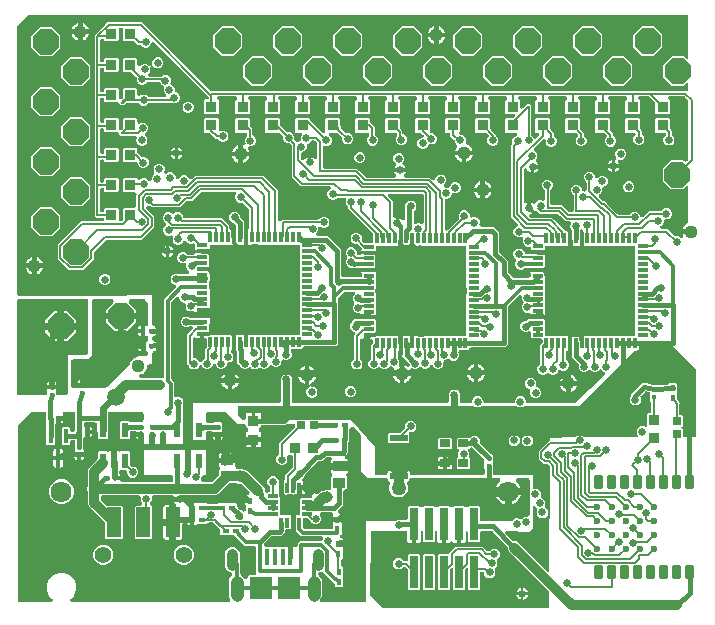
<source format=gbr>
G04 EAGLE Gerber RS-274X export*
G75*
%MOMM*%
%FSLAX34Y34*%
%LPD*%
%INTop Copper*%
%IPPOS*%
%AMOC8*
5,1,8,0,0,1.08239X$1,22.5*%
G01*
%ADD10R,0.420000X0.460000*%
%ADD11R,0.460000X0.420000*%
%ADD12R,1.020000X0.870000*%
%ADD13P,2.336880X8X22.500000*%
%ADD14R,0.300000X0.850000*%
%ADD15R,0.850000X0.300000*%
%ADD16R,7.700000X7.700000*%
%ADD17R,0.740000X2.795000*%
%ADD18R,0.700000X0.700000*%
%ADD19R,0.950000X0.950000*%
%ADD20R,0.950000X0.900000*%
%ADD21R,0.900000X0.950000*%
%ADD22R,0.400000X0.625000*%
%ADD23R,0.420000X0.440000*%
%ADD24R,1.500000X0.550000*%
%ADD25C,0.345000*%
%ADD26C,0.600000*%
%ADD27R,0.558800X1.270000*%
%ADD28R,0.812800X0.304800*%
%ADD29R,0.304800X0.812800*%
%ADD30R,1.701800X1.701800*%
%ADD31R,0.440000X0.420000*%
%ADD32R,0.625000X0.400000*%
%ADD33R,1.200000X2.500000*%
%ADD34C,1.400000*%
%ADD35R,0.400000X1.350000*%
%ADD36R,1.900000X1.900000*%
%ADD37C,0.910000*%
%ADD38C,1.065000*%
%ADD39R,0.850000X0.650000*%
%ADD40C,1.785000*%
%ADD41R,0.400000X1.200000*%
%ADD42C,0.304800*%
%ADD43C,0.631000*%
%ADD44C,0.381000*%
%ADD45C,0.406400*%
%ADD46C,0.508000*%
%ADD47C,0.609600*%
%ADD48C,0.812800*%
%ADD49C,1.125000*%
%ADD50C,1.500000*%
%ADD51C,0.152400*%
%ADD52C,0.975000*%
%ADD53C,1.275000*%

G36*
X-478182Y206374D02*
X-478182Y206374D01*
X-478158Y206373D01*
X-478010Y206400D01*
X-477861Y206422D01*
X-477839Y206431D01*
X-477815Y206436D01*
X-477677Y206496D01*
X-477537Y206551D01*
X-477517Y206565D01*
X-477495Y206575D01*
X-477374Y206664D01*
X-477251Y206750D01*
X-477235Y206768D01*
X-477216Y206782D01*
X-477118Y206897D01*
X-477018Y207009D01*
X-477006Y207030D01*
X-476990Y207048D01*
X-476922Y207182D01*
X-476849Y207314D01*
X-476843Y207337D01*
X-476832Y207359D01*
X-476795Y207505D01*
X-476754Y207649D01*
X-476752Y207678D01*
X-476747Y207697D01*
X-476747Y207744D01*
X-476735Y207893D01*
X-476735Y273541D01*
X-474517Y275759D01*
X-467075Y283201D01*
X-466982Y283318D01*
X-466884Y283433D01*
X-466873Y283455D01*
X-466858Y283474D01*
X-466794Y283609D01*
X-466726Y283743D01*
X-466720Y283767D01*
X-466710Y283789D01*
X-466678Y283935D01*
X-466642Y284082D01*
X-466641Y284106D01*
X-466636Y284129D01*
X-466639Y284279D01*
X-466637Y284430D01*
X-466642Y284454D01*
X-466642Y284478D01*
X-466679Y284623D01*
X-466711Y284771D01*
X-466721Y284792D01*
X-466727Y284816D01*
X-466796Y284950D01*
X-466861Y285085D01*
X-466876Y285104D01*
X-466887Y285126D01*
X-466984Y285240D01*
X-467078Y285358D01*
X-467097Y285373D01*
X-467113Y285391D01*
X-467234Y285481D01*
X-467352Y285574D01*
X-467377Y285587D01*
X-467393Y285598D01*
X-467436Y285617D01*
X-467569Y285685D01*
X-469235Y286375D01*
X-470545Y287685D01*
X-471254Y289396D01*
X-471254Y291248D01*
X-470545Y292959D01*
X-469235Y294269D01*
X-467524Y294978D01*
X-465672Y294978D01*
X-465387Y294860D01*
X-465385Y294859D01*
X-465383Y294858D01*
X-465216Y294811D01*
X-465052Y294764D01*
X-465050Y294764D01*
X-465048Y294763D01*
X-464804Y294744D01*
X-456897Y294744D01*
X-456798Y294755D01*
X-456697Y294757D01*
X-456625Y294775D01*
X-456551Y294784D01*
X-456457Y294817D01*
X-456359Y294842D01*
X-456293Y294876D01*
X-456223Y294901D01*
X-456139Y294956D01*
X-456049Y295002D01*
X-455993Y295050D01*
X-455930Y295090D01*
X-455860Y295162D01*
X-455784Y295227D01*
X-455740Y295287D01*
X-455688Y295341D01*
X-455637Y295427D01*
X-455577Y295508D01*
X-455547Y295576D01*
X-455509Y295640D01*
X-455479Y295736D01*
X-455439Y295828D01*
X-455426Y295901D01*
X-455403Y295972D01*
X-455395Y296072D01*
X-455377Y296171D01*
X-455381Y296245D01*
X-455375Y296319D01*
X-455390Y296419D01*
X-455395Y296519D01*
X-455416Y296590D01*
X-455427Y296664D01*
X-455464Y296757D01*
X-455492Y296854D01*
X-455528Y296919D01*
X-455555Y296988D01*
X-455613Y297070D01*
X-455662Y297158D01*
X-455727Y297234D01*
X-455754Y297274D01*
X-455781Y297298D01*
X-455820Y297344D01*
X-457337Y298861D01*
X-458046Y300572D01*
X-458046Y302482D01*
X-458063Y302631D01*
X-458075Y302781D01*
X-458083Y302804D01*
X-458086Y302828D01*
X-458136Y302970D01*
X-458183Y303113D01*
X-458195Y303133D01*
X-458203Y303156D01*
X-458285Y303282D01*
X-458362Y303411D01*
X-458379Y303429D01*
X-458392Y303449D01*
X-458500Y303553D01*
X-458605Y303661D01*
X-458625Y303674D01*
X-458643Y303691D01*
X-458772Y303768D01*
X-458898Y303849D01*
X-458921Y303857D01*
X-458942Y303870D01*
X-459085Y303916D01*
X-459227Y303966D01*
X-459251Y303969D01*
X-459274Y303976D01*
X-459423Y303988D01*
X-459573Y304005D01*
X-459597Y304002D01*
X-459621Y304004D01*
X-459770Y303982D01*
X-459919Y303964D01*
X-459947Y303955D01*
X-459966Y303952D01*
X-460010Y303935D01*
X-460148Y303890D01*
X-462001Y303890D01*
X-463712Y304599D01*
X-465022Y305909D01*
X-465731Y307620D01*
X-465731Y309472D01*
X-465022Y311183D01*
X-463712Y312493D01*
X-462001Y313202D01*
X-460149Y313202D01*
X-458438Y312493D01*
X-457562Y311617D01*
X-457463Y311538D01*
X-457369Y311454D01*
X-457326Y311430D01*
X-457289Y311400D01*
X-457174Y311346D01*
X-457064Y311285D01*
X-457017Y311272D01*
X-456974Y311251D01*
X-456850Y311225D01*
X-456728Y311190D01*
X-456668Y311185D01*
X-456633Y311178D01*
X-456585Y311179D01*
X-456485Y311171D01*
X-452324Y311171D01*
X-452298Y311174D01*
X-452272Y311172D01*
X-452125Y311194D01*
X-451978Y311211D01*
X-451953Y311219D01*
X-451927Y311223D01*
X-451789Y311278D01*
X-451650Y311328D01*
X-451628Y311342D01*
X-451603Y311352D01*
X-451482Y311437D01*
X-451357Y311517D01*
X-451339Y311536D01*
X-451317Y311551D01*
X-451218Y311661D01*
X-451115Y311768D01*
X-451101Y311790D01*
X-451084Y311810D01*
X-451012Y311940D01*
X-450936Y312067D01*
X-450928Y312092D01*
X-450915Y312115D01*
X-450875Y312258D01*
X-450830Y312399D01*
X-450829Y312409D01*
X-444550Y312409D01*
X-444524Y312412D01*
X-444498Y312409D01*
X-444351Y312431D01*
X-444204Y312448D01*
X-444179Y312457D01*
X-444153Y312461D01*
X-444016Y312516D01*
X-443876Y312566D01*
X-443854Y312580D01*
X-443830Y312590D01*
X-443708Y312674D01*
X-443583Y312755D01*
X-443565Y312774D01*
X-443543Y312789D01*
X-443444Y312899D01*
X-443341Y313006D01*
X-443328Y313028D01*
X-443310Y313048D01*
X-443238Y313178D01*
X-443162Y313305D01*
X-443154Y313330D01*
X-443141Y313353D01*
X-443101Y313495D01*
X-443056Y313637D01*
X-443054Y313663D01*
X-443047Y313688D01*
X-443027Y313932D01*
X-443030Y313958D01*
X-443028Y313984D01*
X-443050Y314131D01*
X-443067Y314278D01*
X-443076Y314303D01*
X-443080Y314329D01*
X-443134Y314467D01*
X-443184Y314606D01*
X-443199Y314629D01*
X-443208Y314653D01*
X-443293Y314774D01*
X-443373Y314899D01*
X-443392Y314918D01*
X-443407Y314939D01*
X-443517Y315038D01*
X-443624Y315141D01*
X-443647Y315155D01*
X-443666Y315172D01*
X-443796Y315244D01*
X-443923Y315320D01*
X-443948Y315328D01*
X-443971Y315341D01*
X-444114Y315381D01*
X-444255Y315427D01*
X-444281Y315429D01*
X-444307Y315436D01*
X-444550Y315455D01*
X-450801Y315455D01*
X-450801Y315695D01*
X-450664Y316204D01*
X-450505Y316481D01*
X-450464Y316574D01*
X-450415Y316663D01*
X-450395Y316733D01*
X-450366Y316800D01*
X-450348Y316900D01*
X-450320Y316998D01*
X-450312Y317096D01*
X-450304Y317143D01*
X-450306Y317180D01*
X-450301Y317242D01*
X-450301Y319074D01*
X-450315Y319199D01*
X-450322Y319326D01*
X-450335Y319372D01*
X-450341Y319420D01*
X-450383Y319539D01*
X-450418Y319660D01*
X-450442Y319703D01*
X-450458Y319748D01*
X-450527Y319854D01*
X-450588Y319965D01*
X-450628Y320011D01*
X-450647Y320041D01*
X-450682Y320074D01*
X-450747Y320151D01*
X-450795Y320199D01*
X-450855Y320247D01*
X-450908Y320302D01*
X-450991Y320355D01*
X-451068Y320416D01*
X-451137Y320449D01*
X-451202Y320490D01*
X-451294Y320523D01*
X-451383Y320565D01*
X-451458Y320581D01*
X-451530Y320606D01*
X-451628Y320618D01*
X-451724Y320638D01*
X-451800Y320637D01*
X-451876Y320645D01*
X-451974Y320634D01*
X-452073Y320632D01*
X-452146Y320614D01*
X-452223Y320605D01*
X-452365Y320559D01*
X-452411Y320547D01*
X-452428Y320538D01*
X-452455Y320529D01*
X-453226Y320210D01*
X-455078Y320210D01*
X-456789Y320919D01*
X-458291Y322421D01*
X-458409Y322514D01*
X-458523Y322611D01*
X-458545Y322622D01*
X-458564Y322637D01*
X-458700Y322701D01*
X-458834Y322770D01*
X-458857Y322776D01*
X-458879Y322786D01*
X-459026Y322818D01*
X-459172Y322854D01*
X-459196Y322854D01*
X-459220Y322860D01*
X-459369Y322857D01*
X-459520Y322859D01*
X-459544Y322854D01*
X-459568Y322854D01*
X-459714Y322817D01*
X-459861Y322785D01*
X-459883Y322774D01*
X-459906Y322769D01*
X-460040Y322700D01*
X-460175Y322635D01*
X-460194Y322620D01*
X-460216Y322609D01*
X-460330Y322512D01*
X-460448Y322418D01*
X-460463Y322399D01*
X-460481Y322383D01*
X-460571Y322262D01*
X-460664Y322144D01*
X-460677Y322118D01*
X-460688Y322103D01*
X-460707Y322059D01*
X-460775Y321926D01*
X-460939Y321532D01*
X-462248Y320223D01*
X-463959Y319514D01*
X-465812Y319514D01*
X-467523Y320223D01*
X-468832Y321532D01*
X-469541Y323243D01*
X-469541Y325096D01*
X-469454Y325305D01*
X-469427Y325402D01*
X-469390Y325495D01*
X-469379Y325569D01*
X-469359Y325640D01*
X-469354Y325741D01*
X-469339Y325840D01*
X-469345Y325914D01*
X-469342Y325988D01*
X-469360Y326087D01*
X-469368Y326187D01*
X-469391Y326258D01*
X-469404Y326331D01*
X-469444Y326423D01*
X-469475Y326519D01*
X-469514Y326583D01*
X-469543Y326651D01*
X-469603Y326732D01*
X-469655Y326818D01*
X-469707Y326871D01*
X-469751Y326931D01*
X-469828Y326996D01*
X-469898Y327068D01*
X-469960Y327108D01*
X-470017Y327156D01*
X-470106Y327202D01*
X-470191Y327256D01*
X-470261Y327281D01*
X-470327Y327315D01*
X-470425Y327339D01*
X-470519Y327372D01*
X-470593Y327381D01*
X-470665Y327399D01*
X-470766Y327400D01*
X-470866Y327411D01*
X-470940Y327403D01*
X-471014Y327404D01*
X-471112Y327382D01*
X-471212Y327371D01*
X-471307Y327340D01*
X-471354Y327329D01*
X-471387Y327314D01*
X-471445Y327295D01*
X-472042Y327048D01*
X-473894Y327048D01*
X-475606Y327757D01*
X-476915Y329066D01*
X-477624Y330778D01*
X-477624Y332630D01*
X-476915Y334341D01*
X-475584Y335672D01*
X-475511Y335704D01*
X-475452Y335748D01*
X-475387Y335784D01*
X-475312Y335852D01*
X-475232Y335912D01*
X-475184Y335969D01*
X-475128Y336019D01*
X-475071Y336101D01*
X-475006Y336178D01*
X-474973Y336244D01*
X-474930Y336305D01*
X-474893Y336399D01*
X-474848Y336488D01*
X-474830Y336560D01*
X-474802Y336629D01*
X-474788Y336729D01*
X-474764Y336826D01*
X-474762Y336900D01*
X-474752Y336974D01*
X-474760Y337075D01*
X-474758Y337175D01*
X-474774Y337247D01*
X-474780Y337322D01*
X-474811Y337417D01*
X-474833Y337515D01*
X-474865Y337583D01*
X-474888Y337653D01*
X-474939Y337739D01*
X-474983Y337830D01*
X-475029Y337888D01*
X-475067Y337952D01*
X-475137Y338024D01*
X-475200Y338102D01*
X-475258Y338148D01*
X-475310Y338202D01*
X-475395Y338256D01*
X-475473Y338318D01*
X-475563Y338364D01*
X-475603Y338390D01*
X-475637Y338402D01*
X-475691Y338430D01*
X-475839Y338491D01*
X-477149Y339801D01*
X-477858Y341512D01*
X-477858Y343364D01*
X-477149Y345075D01*
X-475839Y346385D01*
X-474128Y347094D01*
X-472276Y347094D01*
X-470565Y346385D01*
X-470384Y346204D01*
X-470363Y346188D01*
X-470346Y346167D01*
X-470226Y346079D01*
X-470111Y345987D01*
X-470087Y345976D01*
X-470066Y345960D01*
X-469929Y345901D01*
X-469795Y345838D01*
X-469770Y345833D01*
X-469746Y345822D01*
X-469599Y345796D01*
X-469455Y345765D01*
X-469429Y345765D01*
X-469403Y345761D01*
X-469254Y345768D01*
X-469106Y345771D01*
X-469081Y345777D01*
X-469055Y345779D01*
X-468912Y345820D01*
X-468768Y345856D01*
X-468745Y345868D01*
X-468720Y345875D01*
X-468591Y345947D01*
X-468459Y346015D01*
X-468438Y346033D01*
X-468416Y346045D01*
X-468229Y346204D01*
X-467965Y346468D01*
X-466254Y347177D01*
X-464402Y347177D01*
X-462691Y346468D01*
X-461381Y345158D01*
X-460672Y343447D01*
X-460672Y343366D01*
X-460669Y343340D01*
X-460671Y343314D01*
X-460649Y343167D01*
X-460632Y343020D01*
X-460624Y342995D01*
X-460620Y342969D01*
X-460565Y342831D01*
X-460515Y342692D01*
X-460501Y342670D01*
X-460491Y342645D01*
X-460406Y342523D01*
X-460326Y342399D01*
X-460307Y342381D01*
X-460292Y342359D01*
X-460182Y342260D01*
X-460075Y342157D01*
X-460053Y342143D01*
X-460033Y342126D01*
X-459903Y342054D01*
X-459776Y341978D01*
X-459751Y341970D01*
X-459728Y341957D01*
X-459585Y341917D01*
X-459444Y341872D01*
X-459418Y341870D01*
X-459393Y341862D01*
X-459149Y341843D01*
X-427540Y341843D01*
X-421525Y335828D01*
X-421525Y333575D01*
X-421519Y333524D01*
X-421522Y333473D01*
X-421500Y333352D01*
X-421485Y333229D01*
X-421468Y333181D01*
X-421459Y333131D01*
X-421410Y333017D01*
X-421368Y332901D01*
X-421340Y332858D01*
X-421320Y332811D01*
X-421246Y332712D01*
X-421179Y332608D01*
X-421142Y332573D01*
X-421112Y332532D01*
X-421017Y332452D01*
X-420928Y332366D01*
X-420884Y332340D01*
X-420845Y332307D01*
X-420735Y332250D01*
X-420629Y332187D01*
X-420581Y332171D01*
X-420535Y332148D01*
X-420415Y332118D01*
X-420297Y332081D01*
X-420246Y332077D01*
X-420197Y332064D01*
X-420073Y332063D01*
X-419950Y332053D01*
X-419899Y332060D01*
X-419848Y332060D01*
X-419608Y332104D01*
X-419605Y332104D01*
X-419605Y332105D01*
X-419313Y332183D01*
X-419073Y332183D01*
X-419073Y327030D01*
X-419132Y326965D01*
X-419235Y326858D01*
X-419249Y326836D01*
X-419266Y326816D01*
X-419338Y326686D01*
X-419414Y326559D01*
X-419422Y326534D01*
X-419435Y326511D01*
X-419475Y326368D01*
X-419520Y326227D01*
X-419522Y326201D01*
X-419530Y326176D01*
X-419549Y325932D01*
X-419546Y325906D01*
X-419548Y325880D01*
X-419526Y325733D01*
X-419509Y325586D01*
X-419501Y325561D01*
X-419497Y325535D01*
X-419442Y325397D01*
X-419392Y325258D01*
X-419378Y325235D01*
X-419368Y325211D01*
X-419283Y325090D01*
X-419203Y324965D01*
X-419184Y324946D01*
X-419169Y324925D01*
X-419059Y324826D01*
X-418952Y324723D01*
X-418930Y324709D01*
X-418910Y324691D01*
X-418780Y324620D01*
X-418653Y324544D01*
X-418628Y324536D01*
X-418605Y324523D01*
X-418462Y324483D01*
X-418321Y324437D01*
X-418295Y324435D01*
X-418270Y324428D01*
X-418026Y324409D01*
X-417550Y324409D01*
X-417524Y324412D01*
X-417498Y324409D01*
X-417351Y324431D01*
X-417204Y324448D01*
X-417179Y324457D01*
X-417153Y324461D01*
X-417016Y324516D01*
X-416876Y324566D01*
X-416854Y324580D01*
X-416830Y324590D01*
X-416708Y324674D01*
X-416583Y324755D01*
X-416565Y324774D01*
X-416543Y324789D01*
X-416444Y324899D01*
X-416341Y325006D01*
X-416327Y325029D01*
X-416309Y325048D01*
X-416238Y325178D01*
X-416162Y325305D01*
X-416154Y325330D01*
X-416141Y325353D01*
X-416101Y325496D01*
X-416055Y325637D01*
X-416053Y325663D01*
X-416046Y325689D01*
X-416027Y325932D01*
X-416027Y333280D01*
X-415985Y333411D01*
X-415983Y333437D01*
X-415975Y333462D01*
X-415956Y333706D01*
X-415956Y335578D01*
X-415970Y335704D01*
X-415977Y335830D01*
X-415990Y335877D01*
X-415996Y335925D01*
X-416038Y336044D01*
X-416073Y336165D01*
X-416097Y336207D01*
X-416113Y336253D01*
X-416182Y336359D01*
X-416243Y336469D01*
X-416283Y336515D01*
X-416302Y336545D01*
X-416337Y336579D01*
X-416402Y336655D01*
X-417340Y337594D01*
X-417342Y337595D01*
X-417343Y337597D01*
X-417483Y337707D01*
X-417613Y337811D01*
X-417615Y337811D01*
X-417617Y337813D01*
X-417835Y337924D01*
X-419705Y338699D01*
X-421015Y340009D01*
X-421724Y341720D01*
X-421724Y343572D01*
X-421015Y345283D01*
X-419705Y346593D01*
X-417994Y347302D01*
X-416142Y347302D01*
X-414431Y346593D01*
X-413121Y345283D01*
X-412412Y343572D01*
X-412412Y342930D01*
X-412398Y342804D01*
X-412391Y342678D01*
X-412378Y342631D01*
X-412372Y342583D01*
X-412330Y342465D01*
X-412295Y342343D01*
X-412271Y342301D01*
X-412255Y342255D01*
X-412186Y342149D01*
X-412125Y342039D01*
X-412085Y341993D01*
X-412066Y341963D01*
X-412031Y341929D01*
X-411966Y341853D01*
X-409144Y339031D01*
X-409144Y333706D01*
X-409141Y333680D01*
X-409143Y333654D01*
X-409121Y333507D01*
X-409104Y333360D01*
X-409096Y333335D01*
X-409092Y333309D01*
X-409073Y333263D01*
X-409073Y325932D01*
X-409070Y325906D01*
X-409072Y325880D01*
X-409050Y325733D01*
X-409034Y325586D01*
X-409025Y325561D01*
X-409021Y325535D01*
X-408966Y325398D01*
X-408916Y325258D01*
X-408902Y325236D01*
X-408892Y325212D01*
X-408808Y325090D01*
X-408727Y324965D01*
X-408708Y324947D01*
X-408693Y324925D01*
X-408583Y324826D01*
X-408476Y324723D01*
X-408454Y324710D01*
X-408434Y324692D01*
X-408304Y324620D01*
X-408177Y324544D01*
X-408152Y324536D01*
X-408129Y324523D01*
X-407986Y324483D01*
X-407845Y324438D01*
X-407819Y324436D01*
X-407794Y324429D01*
X-407550Y324409D01*
X-407524Y324412D01*
X-407498Y324410D01*
X-407351Y324432D01*
X-407204Y324449D01*
X-407179Y324458D01*
X-407153Y324462D01*
X-407015Y324516D01*
X-406876Y324566D01*
X-406853Y324581D01*
X-406829Y324590D01*
X-406708Y324675D01*
X-406583Y324755D01*
X-406564Y324774D01*
X-406543Y324789D01*
X-406444Y324899D01*
X-406341Y325006D01*
X-406327Y325029D01*
X-406309Y325048D01*
X-406238Y325178D01*
X-406162Y325305D01*
X-406154Y325330D01*
X-406141Y325353D01*
X-406101Y325496D01*
X-406055Y325637D01*
X-406053Y325663D01*
X-406046Y325689D01*
X-406027Y325932D01*
X-406027Y332218D01*
X-405990Y332223D01*
X-405965Y332231D01*
X-405939Y332235D01*
X-405801Y332290D01*
X-405662Y332340D01*
X-405640Y332354D01*
X-405615Y332364D01*
X-405494Y332449D01*
X-405369Y332529D01*
X-405351Y332548D01*
X-405329Y332563D01*
X-405230Y332673D01*
X-405127Y332780D01*
X-405113Y332802D01*
X-405096Y332822D01*
X-405024Y332952D01*
X-404948Y333079D01*
X-404940Y333104D01*
X-404927Y333127D01*
X-404887Y333270D01*
X-404842Y333411D01*
X-404840Y333437D01*
X-404832Y333462D01*
X-404813Y333706D01*
X-404813Y348658D01*
X-404827Y348783D01*
X-404834Y348910D01*
X-404847Y348956D01*
X-404853Y349004D01*
X-404895Y349123D01*
X-404930Y349244D01*
X-404954Y349287D01*
X-404970Y349332D01*
X-405039Y349438D01*
X-405100Y349549D01*
X-405140Y349595D01*
X-405159Y349625D01*
X-405194Y349658D01*
X-405259Y349735D01*
X-410086Y354562D01*
X-410185Y354641D01*
X-410279Y354725D01*
X-410321Y354749D01*
X-410359Y354779D01*
X-410473Y354833D01*
X-410584Y354894D01*
X-410631Y354907D01*
X-410674Y354928D01*
X-410798Y354954D01*
X-410919Y354989D01*
X-410980Y354994D01*
X-411015Y355001D01*
X-411063Y355000D01*
X-411163Y355008D01*
X-412914Y355008D01*
X-414625Y355717D01*
X-415935Y357027D01*
X-416644Y358738D01*
X-416644Y360590D01*
X-415966Y362225D01*
X-415925Y362370D01*
X-415879Y362513D01*
X-415877Y362537D01*
X-415871Y362560D01*
X-415863Y362711D01*
X-415851Y362860D01*
X-415855Y362884D01*
X-415854Y362908D01*
X-415881Y363056D01*
X-415903Y363205D01*
X-415912Y363227D01*
X-415916Y363251D01*
X-415976Y363389D01*
X-416032Y363529D01*
X-416046Y363549D01*
X-416055Y363571D01*
X-416145Y363692D01*
X-416231Y363815D01*
X-416249Y363831D01*
X-416263Y363851D01*
X-416378Y363948D01*
X-416490Y364048D01*
X-416511Y364060D01*
X-416529Y364076D01*
X-416663Y364144D01*
X-416795Y364217D01*
X-416818Y364223D01*
X-416839Y364234D01*
X-416985Y364271D01*
X-417130Y364312D01*
X-417159Y364314D01*
X-417178Y364319D01*
X-417225Y364319D01*
X-417374Y364331D01*
X-444721Y364331D01*
X-444847Y364317D01*
X-444973Y364310D01*
X-445019Y364297D01*
X-445067Y364291D01*
X-445186Y364249D01*
X-445308Y364214D01*
X-445350Y364190D01*
X-445395Y364174D01*
X-445502Y364105D01*
X-445612Y364044D01*
X-445658Y364004D01*
X-445688Y363985D01*
X-445722Y363950D01*
X-445798Y363885D01*
X-452928Y356755D01*
X-456705Y356755D01*
X-456830Y356741D01*
X-456957Y356734D01*
X-457003Y356721D01*
X-457051Y356715D01*
X-457170Y356673D01*
X-457291Y356638D01*
X-457334Y356614D01*
X-457379Y356598D01*
X-457485Y356529D01*
X-457596Y356468D01*
X-457642Y356428D01*
X-457672Y356409D01*
X-457705Y356374D01*
X-457782Y356309D01*
X-463040Y351051D01*
X-487093Y351051D01*
X-488064Y352022D01*
X-488163Y352101D01*
X-488257Y352185D01*
X-488299Y352209D01*
X-488337Y352239D01*
X-488451Y352293D01*
X-488562Y352354D01*
X-488609Y352367D01*
X-488652Y352388D01*
X-488776Y352414D01*
X-488897Y352449D01*
X-488958Y352454D01*
X-488993Y352461D01*
X-489041Y352460D01*
X-489141Y352468D01*
X-490396Y352468D01*
X-490496Y352457D01*
X-490596Y352455D01*
X-490668Y352437D01*
X-490742Y352428D01*
X-490837Y352395D01*
X-490934Y352370D01*
X-491000Y352336D01*
X-491070Y352311D01*
X-491155Y352256D01*
X-491244Y352210D01*
X-491301Y352162D01*
X-491363Y352122D01*
X-491433Y352050D01*
X-491509Y351985D01*
X-491554Y351925D01*
X-491605Y351871D01*
X-491657Y351785D01*
X-491717Y351704D01*
X-491746Y351636D01*
X-491784Y351572D01*
X-491815Y351476D01*
X-491855Y351384D01*
X-491868Y351311D01*
X-491890Y351240D01*
X-491898Y351140D01*
X-491916Y351041D01*
X-491912Y350967D01*
X-491918Y350893D01*
X-491903Y350793D01*
X-491898Y350693D01*
X-491878Y350622D01*
X-491867Y350548D01*
X-491830Y350455D01*
X-491802Y350358D01*
X-491765Y350293D01*
X-491738Y350224D01*
X-491681Y350142D01*
X-491632Y350054D01*
X-491566Y349978D01*
X-491539Y349938D01*
X-491513Y349914D01*
X-491473Y349868D01*
X-486729Y345124D01*
X-484958Y343353D01*
X-484958Y334485D01*
X-495570Y323873D01*
X-524974Y323873D01*
X-525099Y323859D01*
X-525226Y323852D01*
X-525272Y323839D01*
X-525320Y323833D01*
X-525439Y323791D01*
X-525560Y323756D01*
X-525603Y323732D01*
X-525648Y323716D01*
X-525754Y323647D01*
X-525865Y323586D01*
X-525911Y323546D01*
X-525941Y323527D01*
X-525974Y323492D01*
X-526051Y323427D01*
X-535668Y313810D01*
X-535747Y313711D01*
X-535831Y313617D01*
X-535855Y313575D01*
X-535885Y313537D01*
X-535939Y313423D01*
X-536000Y313312D01*
X-536013Y313265D01*
X-536034Y313222D01*
X-536060Y313098D01*
X-536095Y312977D01*
X-536100Y312916D01*
X-536107Y312881D01*
X-536106Y312833D01*
X-536114Y312733D01*
X-536114Y307090D01*
X-545088Y298116D01*
X-557780Y298116D01*
X-566754Y307090D01*
X-566754Y319782D01*
X-564982Y321553D01*
X-548986Y337549D01*
X-547215Y339321D01*
X-528858Y339321D01*
X-528832Y339324D01*
X-528806Y339322D01*
X-528659Y339344D01*
X-528512Y339361D01*
X-528487Y339369D01*
X-528461Y339373D01*
X-528323Y339428D01*
X-528184Y339478D01*
X-528162Y339492D01*
X-528137Y339502D01*
X-528016Y339587D01*
X-527891Y339667D01*
X-527873Y339686D01*
X-527851Y339701D01*
X-527752Y339811D01*
X-527649Y339918D01*
X-527635Y339940D01*
X-527618Y339960D01*
X-527546Y340090D01*
X-527470Y340217D01*
X-527462Y340242D01*
X-527449Y340265D01*
X-527409Y340408D01*
X-527364Y340549D01*
X-527362Y340575D01*
X-527354Y340600D01*
X-527335Y340844D01*
X-527335Y340892D01*
X-527338Y340918D01*
X-527336Y340944D01*
X-527358Y341091D01*
X-527375Y341238D01*
X-527383Y341263D01*
X-527387Y341289D01*
X-527442Y341427D01*
X-527492Y341566D01*
X-527506Y341588D01*
X-527516Y341613D01*
X-527601Y341734D01*
X-527681Y341859D01*
X-527700Y341877D01*
X-527715Y341899D01*
X-527825Y341998D01*
X-527932Y342101D01*
X-527954Y342115D01*
X-527974Y342132D01*
X-528104Y342204D01*
X-528231Y342280D01*
X-528256Y342288D01*
X-528279Y342301D01*
X-528422Y342341D01*
X-528563Y342386D01*
X-528589Y342388D01*
X-528614Y342396D01*
X-528858Y342415D01*
X-534083Y342415D01*
X-535409Y343741D01*
X-535409Y496999D01*
X-533637Y498771D01*
X-526457Y505951D01*
X-524685Y507723D01*
X-495633Y507723D01*
X-438167Y450257D01*
X-438068Y450178D01*
X-437974Y450094D01*
X-437932Y450070D01*
X-437894Y450040D01*
X-437780Y449986D01*
X-437669Y449925D01*
X-437622Y449912D01*
X-437579Y449891D01*
X-437455Y449865D01*
X-437334Y449830D01*
X-437273Y449825D01*
X-437238Y449818D01*
X-437190Y449819D01*
X-437090Y449811D01*
X-34290Y449811D01*
X-34264Y449814D01*
X-34238Y449812D01*
X-34091Y449834D01*
X-33944Y449851D01*
X-33919Y449859D01*
X-33893Y449863D01*
X-33755Y449918D01*
X-33616Y449968D01*
X-33594Y449982D01*
X-33569Y449992D01*
X-33448Y450077D01*
X-33323Y450157D01*
X-33305Y450176D01*
X-33283Y450191D01*
X-33184Y450301D01*
X-33081Y450408D01*
X-33067Y450430D01*
X-33050Y450450D01*
X-32978Y450579D01*
X-32902Y450707D01*
X-32894Y450732D01*
X-32881Y450755D01*
X-32841Y450898D01*
X-32796Y451039D01*
X-32794Y451065D01*
X-32786Y451090D01*
X-32767Y451334D01*
X-32767Y454675D01*
X-32778Y454775D01*
X-32780Y454875D01*
X-32798Y454947D01*
X-32807Y455021D01*
X-32840Y455116D01*
X-32865Y455213D01*
X-32899Y455279D01*
X-32924Y455349D01*
X-32979Y455434D01*
X-33025Y455523D01*
X-33073Y455580D01*
X-33113Y455642D01*
X-33186Y455712D01*
X-33250Y455788D01*
X-33310Y455833D01*
X-33364Y455884D01*
X-33450Y455936D01*
X-33531Y455996D01*
X-33599Y456025D01*
X-33663Y456063D01*
X-33759Y456094D01*
X-33851Y456134D01*
X-33924Y456147D01*
X-33995Y456169D01*
X-34095Y456177D01*
X-34194Y456195D01*
X-34268Y456191D01*
X-34342Y456197D01*
X-34442Y456182D01*
X-34542Y456177D01*
X-34613Y456157D01*
X-34687Y456146D01*
X-34780Y456109D01*
X-34877Y456081D01*
X-34942Y456044D01*
X-35011Y456017D01*
X-35093Y455960D01*
X-35181Y455911D01*
X-35257Y455845D01*
X-35297Y455818D01*
X-35321Y455792D01*
X-35367Y455752D01*
X-36817Y454302D01*
X-47003Y454302D01*
X-54206Y461505D01*
X-54206Y471691D01*
X-47003Y478894D01*
X-36817Y478894D01*
X-35367Y477444D01*
X-35289Y477382D01*
X-35216Y477312D01*
X-35152Y477273D01*
X-35094Y477227D01*
X-35003Y477184D01*
X-34917Y477133D01*
X-34846Y477110D01*
X-34779Y477078D01*
X-34681Y477057D01*
X-34585Y477027D01*
X-34511Y477021D01*
X-34438Y477005D01*
X-34338Y477007D01*
X-34238Y476999D01*
X-34164Y477010D01*
X-34090Y477011D01*
X-33993Y477035D01*
X-33893Y477050D01*
X-33824Y477078D01*
X-33752Y477096D01*
X-33663Y477142D01*
X-33569Y477179D01*
X-33508Y477222D01*
X-33442Y477256D01*
X-33366Y477321D01*
X-33283Y477378D01*
X-33233Y477433D01*
X-33177Y477481D01*
X-33117Y477562D01*
X-33050Y477637D01*
X-33014Y477702D01*
X-32969Y477762D01*
X-32930Y477854D01*
X-32881Y477942D01*
X-32861Y478013D01*
X-32831Y478082D01*
X-32814Y478180D01*
X-32786Y478277D01*
X-32778Y478377D01*
X-32770Y478425D01*
X-32772Y478460D01*
X-32767Y478521D01*
X-32767Y512611D01*
X-32770Y512637D01*
X-32768Y512663D01*
X-32790Y512810D01*
X-32807Y512957D01*
X-32816Y512982D01*
X-32820Y513008D01*
X-32874Y513146D01*
X-32924Y513285D01*
X-32939Y513307D01*
X-32948Y513332D01*
X-33033Y513453D01*
X-33113Y513578D01*
X-33132Y513596D01*
X-33147Y513618D01*
X-33257Y513717D01*
X-33364Y513820D01*
X-33387Y513834D01*
X-33406Y513851D01*
X-33536Y513923D01*
X-33663Y513999D01*
X-33688Y514007D01*
X-33711Y514020D01*
X-33854Y514060D01*
X-33995Y514105D01*
X-34021Y514107D01*
X-34047Y514114D01*
X-34291Y514134D01*
X-591576Y513883D01*
X-591701Y513869D01*
X-591827Y513862D01*
X-591873Y513849D01*
X-591922Y513843D01*
X-592040Y513801D01*
X-592162Y513766D01*
X-592204Y513742D01*
X-592250Y513725D01*
X-592356Y513657D01*
X-592466Y513595D01*
X-592512Y513556D01*
X-592543Y513536D01*
X-592576Y513502D01*
X-592652Y513437D01*
X-600517Y505572D01*
X-600596Y505473D01*
X-600680Y505379D01*
X-600704Y505337D01*
X-600734Y505299D01*
X-600788Y505185D01*
X-600849Y505074D01*
X-600862Y505027D01*
X-600883Y504984D01*
X-600909Y504860D01*
X-600944Y504739D01*
X-600949Y504678D01*
X-600956Y504643D01*
X-600955Y504595D01*
X-600963Y504495D01*
X-600963Y277876D01*
X-600960Y277850D01*
X-600962Y277824D01*
X-600940Y277677D01*
X-600923Y277530D01*
X-600915Y277505D01*
X-600911Y277479D01*
X-600856Y277341D01*
X-600806Y277202D01*
X-600792Y277180D01*
X-600782Y277155D01*
X-600697Y277034D01*
X-600617Y276909D01*
X-600598Y276891D01*
X-600583Y276869D01*
X-600473Y276770D01*
X-600366Y276667D01*
X-600344Y276653D01*
X-600324Y276636D01*
X-600194Y276564D01*
X-600067Y276488D01*
X-600042Y276480D01*
X-600019Y276467D01*
X-599876Y276427D01*
X-599735Y276382D01*
X-599709Y276380D01*
X-599684Y276372D01*
X-599440Y276353D01*
X-530606Y276353D01*
X-530599Y276354D01*
X-530589Y276353D01*
X-486698Y276852D01*
X-486691Y276841D01*
X-486663Y276791D01*
X-486663Y251995D01*
X-486663Y251994D01*
X-486663Y251993D01*
X-486643Y251816D01*
X-486623Y251649D01*
X-486623Y251648D01*
X-486623Y251647D01*
X-486565Y251487D01*
X-486506Y251321D01*
X-486505Y251320D01*
X-486505Y251319D01*
X-486412Y251175D01*
X-486317Y251028D01*
X-486316Y251027D01*
X-486315Y251026D01*
X-486193Y250908D01*
X-486066Y250786D01*
X-486065Y250785D01*
X-486064Y250784D01*
X-485918Y250697D01*
X-485767Y250607D01*
X-485766Y250607D01*
X-485765Y250606D01*
X-485534Y250524D01*
X-484864Y250344D01*
X-484407Y250081D01*
X-484035Y249709D01*
X-483772Y249252D01*
X-483635Y248743D01*
X-483635Y247903D01*
X-485140Y247903D01*
X-485166Y247900D01*
X-485192Y247902D01*
X-485339Y247880D01*
X-485486Y247864D01*
X-485511Y247855D01*
X-485537Y247851D01*
X-485675Y247796D01*
X-485814Y247746D01*
X-485836Y247732D01*
X-485861Y247722D01*
X-485982Y247638D01*
X-486107Y247557D01*
X-486125Y247538D01*
X-486147Y247523D01*
X-486246Y247413D01*
X-486349Y247306D01*
X-486363Y247284D01*
X-486380Y247264D01*
X-486452Y247134D01*
X-486528Y247007D01*
X-486536Y246982D01*
X-486549Y246959D01*
X-486589Y246816D01*
X-486634Y246675D01*
X-486636Y246649D01*
X-486644Y246624D01*
X-486663Y246380D01*
X-486660Y246354D01*
X-486662Y246328D01*
X-486640Y246181D01*
X-486623Y246034D01*
X-486615Y246009D01*
X-486611Y245983D01*
X-486556Y245845D01*
X-486506Y245706D01*
X-486492Y245683D01*
X-486482Y245659D01*
X-486397Y245538D01*
X-486317Y245413D01*
X-486298Y245394D01*
X-486283Y245373D01*
X-486173Y245274D01*
X-486066Y245171D01*
X-486044Y245157D01*
X-486024Y245139D01*
X-485894Y245068D01*
X-485767Y244992D01*
X-485742Y244984D01*
X-485719Y244971D01*
X-485576Y244931D01*
X-485435Y244885D01*
X-485409Y244883D01*
X-485384Y244876D01*
X-485140Y244857D01*
X-483635Y244857D01*
X-483635Y244017D01*
X-483772Y243508D01*
X-484035Y243051D01*
X-484407Y242679D01*
X-484864Y242416D01*
X-485534Y242236D01*
X-485535Y242235D01*
X-485537Y242235D01*
X-485701Y242170D01*
X-485858Y242108D01*
X-485859Y242107D01*
X-485861Y242107D01*
X-486000Y242010D01*
X-486145Y241909D01*
X-486146Y241908D01*
X-486147Y241908D01*
X-486261Y241781D01*
X-486379Y241651D01*
X-486379Y241650D01*
X-486380Y241649D01*
X-486466Y241495D01*
X-486548Y241346D01*
X-486548Y241345D01*
X-486549Y241344D01*
X-486596Y241177D01*
X-486643Y241011D01*
X-486643Y241010D01*
X-486644Y241008D01*
X-486663Y240765D01*
X-486663Y239050D01*
X-486660Y239024D01*
X-486662Y238998D01*
X-486640Y238851D01*
X-486623Y238704D01*
X-486615Y238679D01*
X-486611Y238653D01*
X-486556Y238515D01*
X-486506Y238376D01*
X-486492Y238354D01*
X-486482Y238329D01*
X-486397Y238208D01*
X-486317Y238083D01*
X-486298Y238065D01*
X-486283Y238043D01*
X-486173Y237944D01*
X-486066Y237841D01*
X-486044Y237827D01*
X-486024Y237810D01*
X-485894Y237738D01*
X-485767Y237662D01*
X-485742Y237654D01*
X-485719Y237641D01*
X-485576Y237601D01*
X-485435Y237556D01*
X-485409Y237554D01*
X-485384Y237546D01*
X-485140Y237527D01*
X-485119Y237527D01*
X-484610Y237390D01*
X-484153Y237127D01*
X-483781Y236755D01*
X-483518Y236298D01*
X-483381Y235789D01*
X-483381Y234949D01*
X-485140Y234949D01*
X-485166Y234946D01*
X-485192Y234948D01*
X-485339Y234926D01*
X-485486Y234910D01*
X-485511Y234901D01*
X-485537Y234897D01*
X-485675Y234842D01*
X-485814Y234792D01*
X-485836Y234778D01*
X-485861Y234768D01*
X-485982Y234684D01*
X-486107Y234603D01*
X-486125Y234584D01*
X-486147Y234569D01*
X-486246Y234459D01*
X-486349Y234352D01*
X-486363Y234330D01*
X-486380Y234310D01*
X-486452Y234180D01*
X-486528Y234053D01*
X-486536Y234028D01*
X-486549Y234005D01*
X-486589Y233862D01*
X-486634Y233721D01*
X-486636Y233695D01*
X-486644Y233670D01*
X-486663Y233426D01*
X-486660Y233400D01*
X-486662Y233374D01*
X-486640Y233227D01*
X-486623Y233080D01*
X-486615Y233055D01*
X-486611Y233029D01*
X-486556Y232891D01*
X-486506Y232752D01*
X-486492Y232729D01*
X-486482Y232705D01*
X-486397Y232584D01*
X-486317Y232459D01*
X-486298Y232440D01*
X-486283Y232419D01*
X-486173Y232320D01*
X-486066Y232217D01*
X-486044Y232203D01*
X-486024Y232185D01*
X-485894Y232114D01*
X-485767Y232038D01*
X-485742Y232030D01*
X-485719Y232017D01*
X-485576Y231977D01*
X-485435Y231931D01*
X-485409Y231929D01*
X-485384Y231922D01*
X-485140Y231903D01*
X-483381Y231903D01*
X-483381Y231063D01*
X-483518Y230554D01*
X-483781Y230097D01*
X-484153Y229725D01*
X-484610Y229462D01*
X-485119Y229325D01*
X-485140Y229325D01*
X-485166Y229322D01*
X-485192Y229324D01*
X-485339Y229302D01*
X-485486Y229285D01*
X-485511Y229277D01*
X-485537Y229273D01*
X-485675Y229218D01*
X-485814Y229168D01*
X-485836Y229154D01*
X-485861Y229144D01*
X-485982Y229059D01*
X-486107Y228979D01*
X-486125Y228960D01*
X-486147Y228945D01*
X-486246Y228835D01*
X-486349Y228728D01*
X-486363Y228706D01*
X-486380Y228686D01*
X-486452Y228556D01*
X-486528Y228429D01*
X-486536Y228404D01*
X-486549Y228381D01*
X-486589Y228238D01*
X-486634Y228097D01*
X-486636Y228071D01*
X-486644Y228046D01*
X-486663Y227802D01*
X-486663Y218185D01*
X-489453Y218185D01*
X-489479Y218182D01*
X-489505Y218184D01*
X-489652Y218162D01*
X-489799Y218145D01*
X-489824Y218137D01*
X-489850Y218133D01*
X-489988Y218078D01*
X-490127Y218028D01*
X-490149Y218014D01*
X-490174Y218004D01*
X-490295Y217919D01*
X-490420Y217839D01*
X-490438Y217820D01*
X-490460Y217805D01*
X-490559Y217695D01*
X-490662Y217588D01*
X-490676Y217566D01*
X-490693Y217546D01*
X-490765Y217416D01*
X-490841Y217289D01*
X-490849Y217264D01*
X-490862Y217241D01*
X-490902Y217098D01*
X-490947Y216957D01*
X-490949Y216931D01*
X-490957Y216906D01*
X-490976Y216662D01*
X-490976Y216419D01*
X-491024Y216181D01*
X-491269Y214946D01*
X-491844Y213558D01*
X-492679Y212309D01*
X-493741Y211247D01*
X-494990Y210412D01*
X-496378Y209837D01*
X-496817Y209750D01*
X-496841Y209742D01*
X-496866Y209739D01*
X-497006Y209689D01*
X-497149Y209643D01*
X-497170Y209630D01*
X-497194Y209622D01*
X-497319Y209541D01*
X-497448Y209464D01*
X-497466Y209446D01*
X-497487Y209433D01*
X-497590Y209326D01*
X-497698Y209222D01*
X-497712Y209200D01*
X-497729Y209182D01*
X-497806Y209054D01*
X-497886Y208929D01*
X-497895Y208905D01*
X-497908Y208883D01*
X-497953Y208741D01*
X-498004Y208600D01*
X-498006Y208575D01*
X-498014Y208551D01*
X-498026Y208403D01*
X-498043Y208254D01*
X-498040Y208229D01*
X-498042Y208204D01*
X-498020Y208056D01*
X-498003Y207908D01*
X-497994Y207884D01*
X-497990Y207859D01*
X-497935Y207720D01*
X-497885Y207580D01*
X-497871Y207559D01*
X-497862Y207535D01*
X-497776Y207413D01*
X-497695Y207287D01*
X-497677Y207270D01*
X-497663Y207249D01*
X-497552Y207149D01*
X-497444Y207045D01*
X-497423Y207033D01*
X-497404Y207016D01*
X-497273Y206943D01*
X-497145Y206867D01*
X-497121Y206859D01*
X-497099Y206847D01*
X-496955Y206806D01*
X-496813Y206761D01*
X-496788Y206759D01*
X-496763Y206752D01*
X-496520Y206733D01*
X-479437Y206733D01*
X-478841Y206486D01*
X-478696Y206445D01*
X-478553Y206399D01*
X-478529Y206397D01*
X-478506Y206390D01*
X-478356Y206383D01*
X-478206Y206371D01*
X-478182Y206374D01*
G37*
G36*
X-167572Y291753D02*
X-167572Y291753D01*
X-167546Y291751D01*
X-167399Y291773D01*
X-167252Y291790D01*
X-167227Y291798D01*
X-167201Y291802D01*
X-167063Y291857D01*
X-166924Y291907D01*
X-166902Y291921D01*
X-166877Y291931D01*
X-166756Y292016D01*
X-166631Y292096D01*
X-166613Y292115D01*
X-166591Y292130D01*
X-166492Y292240D01*
X-166389Y292347D01*
X-166375Y292369D01*
X-166358Y292389D01*
X-166286Y292519D01*
X-166210Y292646D01*
X-166202Y292671D01*
X-166189Y292694D01*
X-166149Y292837D01*
X-166104Y292978D01*
X-166102Y293004D01*
X-166094Y293029D01*
X-166075Y293273D01*
X-166075Y294860D01*
X-166086Y294961D01*
X-166088Y295063D01*
X-166106Y295133D01*
X-166115Y295206D01*
X-166149Y295302D01*
X-166174Y295400D01*
X-166216Y295489D01*
X-166232Y295534D01*
X-166252Y295565D01*
X-166279Y295621D01*
X-166438Y295898D01*
X-166575Y296407D01*
X-166575Y296647D01*
X-160324Y296647D01*
X-160298Y296650D01*
X-160272Y296647D01*
X-160125Y296669D01*
X-159978Y296686D01*
X-159953Y296695D01*
X-159927Y296699D01*
X-159790Y296754D01*
X-159650Y296804D01*
X-159628Y296818D01*
X-159604Y296828D01*
X-159482Y296912D01*
X-159357Y296993D01*
X-159339Y297012D01*
X-159317Y297027D01*
X-159218Y297137D01*
X-159115Y297244D01*
X-159102Y297266D01*
X-159084Y297286D01*
X-159012Y297416D01*
X-158936Y297543D01*
X-158928Y297568D01*
X-158915Y297591D01*
X-158875Y297734D01*
X-158830Y297875D01*
X-158828Y297901D01*
X-158821Y297926D01*
X-158801Y298170D01*
X-158804Y298196D01*
X-158802Y298222D01*
X-158824Y298369D01*
X-158841Y298516D01*
X-158850Y298541D01*
X-158854Y298567D01*
X-158908Y298705D01*
X-158958Y298844D01*
X-158973Y298867D01*
X-158982Y298891D01*
X-159067Y299012D01*
X-159147Y299137D01*
X-159166Y299156D01*
X-159181Y299177D01*
X-159291Y299276D01*
X-159398Y299379D01*
X-159421Y299393D01*
X-159440Y299410D01*
X-159570Y299482D01*
X-159697Y299558D01*
X-159722Y299566D01*
X-159745Y299579D01*
X-159888Y299619D01*
X-160029Y299665D01*
X-160055Y299667D01*
X-160081Y299674D01*
X-160324Y299693D01*
X-167097Y299693D01*
X-167172Y299766D01*
X-167194Y299779D01*
X-167214Y299797D01*
X-167344Y299869D01*
X-167471Y299945D01*
X-167496Y299953D01*
X-167519Y299965D01*
X-167662Y300006D01*
X-167803Y300051D01*
X-167829Y300053D01*
X-167854Y300060D01*
X-168098Y300080D01*
X-170644Y300080D01*
X-170770Y300065D01*
X-170896Y300059D01*
X-170942Y300046D01*
X-170990Y300040D01*
X-171110Y299997D01*
X-171231Y299962D01*
X-171273Y299939D01*
X-171319Y299922D01*
X-171425Y299854D01*
X-171535Y299792D01*
X-171581Y299753D01*
X-171611Y299733D01*
X-171645Y299699D01*
X-171721Y299634D01*
X-172197Y299158D01*
X-173909Y298449D01*
X-175761Y298449D01*
X-177472Y299158D01*
X-178782Y300467D01*
X-179490Y302179D01*
X-179490Y304031D01*
X-178689Y305965D01*
X-178668Y306039D01*
X-178638Y306109D01*
X-178620Y306205D01*
X-178593Y306300D01*
X-178590Y306377D01*
X-178576Y306452D01*
X-178581Y306550D01*
X-178576Y306648D01*
X-178590Y306723D01*
X-178594Y306800D01*
X-178621Y306894D01*
X-178639Y306991D01*
X-178669Y307061D01*
X-178691Y307135D01*
X-178739Y307221D01*
X-178778Y307311D01*
X-178823Y307372D01*
X-178861Y307439D01*
X-178958Y307553D01*
X-178986Y307590D01*
X-179000Y307603D01*
X-179019Y307625D01*
X-180288Y308894D01*
X-180997Y310605D01*
X-180997Y312457D01*
X-180288Y314168D01*
X-178978Y315478D01*
X-177267Y316187D01*
X-175415Y316187D01*
X-173704Y315478D01*
X-172394Y314168D01*
X-171581Y312206D01*
X-171544Y312139D01*
X-171516Y312068D01*
X-171460Y311987D01*
X-171412Y311901D01*
X-171361Y311845D01*
X-171317Y311782D01*
X-171244Y311716D01*
X-171178Y311643D01*
X-171115Y311600D01*
X-171058Y311549D01*
X-170972Y311501D01*
X-170891Y311445D01*
X-170820Y311417D01*
X-170753Y311380D01*
X-170658Y311353D01*
X-170567Y311317D01*
X-170491Y311306D01*
X-170418Y311285D01*
X-170269Y311273D01*
X-170222Y311266D01*
X-170203Y311268D01*
X-170174Y311266D01*
X-168098Y311266D01*
X-168072Y311269D01*
X-168046Y311267D01*
X-167899Y311289D01*
X-167752Y311306D01*
X-167727Y311314D01*
X-167701Y311318D01*
X-167563Y311373D01*
X-167424Y311423D01*
X-167402Y311437D01*
X-167377Y311447D01*
X-167256Y311532D01*
X-167131Y311612D01*
X-167113Y311631D01*
X-167091Y311646D01*
X-167091Y311647D01*
X-160324Y311647D01*
X-160298Y311650D01*
X-160272Y311647D01*
X-160125Y311669D01*
X-159978Y311686D01*
X-159953Y311695D01*
X-159927Y311699D01*
X-159790Y311754D01*
X-159650Y311804D01*
X-159628Y311818D01*
X-159604Y311828D01*
X-159482Y311912D01*
X-159357Y311993D01*
X-159339Y312012D01*
X-159317Y312027D01*
X-159218Y312137D01*
X-159115Y312244D01*
X-159102Y312266D01*
X-159084Y312286D01*
X-159012Y312416D01*
X-158936Y312543D01*
X-158928Y312568D01*
X-158915Y312591D01*
X-158875Y312733D01*
X-158830Y312875D01*
X-158828Y312901D01*
X-158821Y312926D01*
X-158801Y313170D01*
X-158804Y313196D01*
X-158802Y313222D01*
X-158824Y313369D01*
X-158841Y313516D01*
X-158850Y313541D01*
X-158854Y313567D01*
X-158908Y313705D01*
X-158958Y313844D01*
X-158973Y313867D01*
X-158982Y313891D01*
X-159067Y314012D01*
X-159147Y314137D01*
X-159166Y314156D01*
X-159181Y314177D01*
X-159291Y314276D01*
X-159398Y314379D01*
X-159421Y314393D01*
X-159440Y314410D01*
X-159570Y314482D01*
X-159697Y314558D01*
X-159722Y314566D01*
X-159745Y314579D01*
X-159888Y314619D01*
X-160029Y314665D01*
X-160055Y314667D01*
X-160081Y314674D01*
X-160324Y314693D01*
X-166575Y314693D01*
X-166575Y314933D01*
X-166438Y315442D01*
X-166279Y315719D01*
X-166252Y315781D01*
X-166244Y315793D01*
X-166239Y315811D01*
X-166238Y315812D01*
X-166211Y315862D01*
X-166210Y315863D01*
X-166210Y315864D01*
X-166189Y315901D01*
X-166169Y315971D01*
X-166140Y316038D01*
X-166122Y316137D01*
X-166104Y316195D01*
X-166103Y316207D01*
X-166094Y316236D01*
X-166086Y316334D01*
X-166078Y316381D01*
X-166080Y316418D01*
X-166075Y316480D01*
X-166075Y316491D01*
X-166078Y316517D01*
X-166076Y316543D01*
X-166091Y316646D01*
X-166095Y316729D01*
X-166107Y316770D01*
X-166115Y316837D01*
X-166123Y316861D01*
X-166127Y316887D01*
X-166175Y317006D01*
X-166191Y317064D01*
X-166205Y317089D01*
X-166232Y317165D01*
X-166246Y317187D01*
X-166256Y317211D01*
X-166341Y317333D01*
X-166342Y317335D01*
X-166361Y317369D01*
X-166371Y317380D01*
X-166421Y317458D01*
X-166440Y317476D01*
X-166455Y317497D01*
X-166565Y317597D01*
X-166588Y317619D01*
X-166595Y317627D01*
X-166599Y317629D01*
X-166672Y317700D01*
X-166694Y317713D01*
X-166714Y317731D01*
X-166844Y317803D01*
X-166971Y317879D01*
X-166996Y317887D01*
X-167019Y317899D01*
X-167162Y317940D01*
X-167303Y317985D01*
X-167329Y317987D01*
X-167354Y317994D01*
X-167598Y318014D01*
X-169418Y318014D01*
X-171129Y318723D01*
X-172439Y320032D01*
X-173147Y321744D01*
X-173147Y323596D01*
X-172956Y324058D01*
X-172928Y324155D01*
X-172891Y324248D01*
X-172880Y324322D01*
X-172860Y324394D01*
X-172855Y324494D01*
X-172840Y324593D01*
X-172847Y324667D01*
X-172843Y324742D01*
X-172861Y324840D01*
X-172869Y324941D01*
X-172892Y325011D01*
X-172906Y325084D01*
X-172946Y325177D01*
X-172976Y325272D01*
X-173015Y325336D01*
X-173044Y325404D01*
X-173104Y325485D01*
X-173156Y325571D01*
X-173208Y325624D01*
X-173252Y325684D01*
X-173329Y325749D01*
X-173399Y325821D01*
X-173462Y325861D01*
X-173518Y325909D01*
X-173608Y325955D01*
X-173692Y326009D01*
X-173762Y326034D01*
X-173829Y326068D01*
X-173926Y326092D01*
X-174021Y326126D01*
X-174095Y326134D01*
X-174167Y326152D01*
X-174267Y326153D01*
X-174367Y326165D01*
X-174441Y326156D01*
X-174515Y326157D01*
X-174613Y326136D01*
X-174713Y326124D01*
X-174809Y326093D01*
X-174856Y326083D01*
X-174888Y326067D01*
X-174946Y326049D01*
X-175350Y325881D01*
X-177202Y325881D01*
X-178913Y326590D01*
X-180223Y327900D01*
X-180932Y329611D01*
X-180932Y331463D01*
X-180223Y333174D01*
X-178913Y334484D01*
X-177951Y334882D01*
X-177820Y334955D01*
X-177686Y335024D01*
X-177668Y335040D01*
X-177647Y335052D01*
X-177535Y335153D01*
X-177421Y335250D01*
X-177406Y335270D01*
X-177388Y335286D01*
X-177303Y335409D01*
X-177213Y335530D01*
X-177204Y335553D01*
X-177190Y335573D01*
X-177135Y335712D01*
X-177075Y335851D01*
X-177071Y335874D01*
X-177062Y335897D01*
X-177040Y336046D01*
X-177014Y336194D01*
X-177015Y336218D01*
X-177012Y336242D01*
X-177024Y336392D01*
X-177032Y336542D01*
X-177038Y336565D01*
X-177040Y336589D01*
X-177087Y336732D01*
X-177128Y336876D01*
X-177140Y336898D01*
X-177148Y336921D01*
X-177225Y337049D01*
X-177298Y337181D01*
X-177317Y337203D01*
X-177327Y337219D01*
X-177360Y337253D01*
X-177457Y337367D01*
X-183111Y343021D01*
X-183111Y404035D01*
X-182473Y404673D01*
X-182425Y404734D01*
X-182370Y404787D01*
X-182317Y404870D01*
X-182256Y404946D01*
X-182223Y405016D01*
X-182182Y405081D01*
X-182149Y405173D01*
X-182107Y405261D01*
X-182091Y405337D01*
X-182065Y405409D01*
X-182055Y405506D01*
X-182034Y405602D01*
X-182035Y405679D01*
X-182027Y405756D01*
X-182032Y405801D01*
X-182032Y407918D01*
X-181323Y409630D01*
X-180014Y410939D01*
X-178499Y411567D01*
X-178455Y411591D01*
X-178408Y411608D01*
X-178303Y411676D01*
X-178194Y411736D01*
X-178157Y411770D01*
X-178115Y411797D01*
X-178028Y411887D01*
X-177936Y411970D01*
X-177908Y412012D01*
X-177873Y412048D01*
X-177809Y412155D01*
X-177738Y412257D01*
X-177720Y412304D01*
X-177694Y412347D01*
X-177656Y412465D01*
X-177610Y412581D01*
X-177603Y412631D01*
X-177588Y412679D01*
X-177578Y412803D01*
X-177559Y412926D01*
X-177564Y412976D01*
X-177560Y413026D01*
X-177578Y413149D01*
X-177588Y413273D01*
X-177604Y413321D01*
X-177611Y413371D01*
X-177657Y413486D01*
X-177695Y413605D01*
X-177721Y413648D01*
X-177740Y413695D01*
X-177811Y413797D01*
X-177875Y413903D01*
X-177910Y413940D01*
X-177939Y413981D01*
X-178031Y414064D01*
X-178118Y414153D01*
X-178160Y414181D01*
X-178198Y414214D01*
X-178307Y414274D01*
X-178411Y414342D01*
X-178459Y414359D01*
X-178503Y414383D01*
X-178623Y414417D01*
X-178740Y414458D01*
X-178790Y414464D01*
X-178838Y414478D01*
X-179082Y414497D01*
X-186982Y414497D01*
X-187861Y415376D01*
X-187861Y425620D01*
X-186982Y426499D01*
X-182106Y426499D01*
X-181981Y426513D01*
X-181854Y426520D01*
X-181808Y426533D01*
X-181760Y426539D01*
X-181641Y426581D01*
X-181520Y426616D01*
X-181477Y426640D01*
X-181432Y426656D01*
X-181326Y426725D01*
X-181215Y426786D01*
X-181169Y426826D01*
X-181139Y426845D01*
X-181106Y426880D01*
X-181029Y426945D01*
X-180077Y427897D01*
X-180015Y427975D01*
X-179945Y428048D01*
X-179907Y428112D01*
X-179860Y428170D01*
X-179818Y428261D01*
X-179766Y428347D01*
X-179743Y428418D01*
X-179712Y428485D01*
X-179690Y428583D01*
X-179660Y428679D01*
X-179654Y428753D01*
X-179638Y428826D01*
X-179640Y428926D01*
X-179632Y429026D01*
X-179643Y429100D01*
X-179644Y429174D01*
X-179669Y429271D01*
X-179683Y429371D01*
X-179711Y429440D01*
X-179729Y429512D01*
X-179775Y429602D01*
X-179812Y429695D01*
X-179855Y429756D01*
X-179889Y429822D01*
X-179954Y429899D01*
X-180011Y429981D01*
X-180066Y430031D01*
X-180115Y430087D01*
X-180195Y430147D01*
X-180270Y430214D01*
X-180335Y430250D01*
X-180395Y430295D01*
X-180487Y430334D01*
X-180575Y430383D01*
X-180647Y430403D01*
X-180715Y430433D01*
X-180814Y430450D01*
X-180910Y430478D01*
X-181010Y430486D01*
X-181058Y430494D01*
X-181094Y430492D01*
X-181154Y430497D01*
X-186982Y430497D01*
X-187861Y431376D01*
X-187861Y441620D01*
X-186795Y442685D01*
X-186733Y442764D01*
X-186663Y442836D01*
X-186625Y442900D01*
X-186579Y442958D01*
X-186536Y443049D01*
X-186484Y443135D01*
X-186462Y443206D01*
X-186430Y443273D01*
X-186409Y443371D01*
X-186378Y443467D01*
X-186372Y443541D01*
X-186357Y443614D01*
X-186358Y443714D01*
X-186350Y443814D01*
X-186361Y443888D01*
X-186362Y443962D01*
X-186387Y444059D01*
X-186402Y444159D01*
X-186429Y444228D01*
X-186447Y444300D01*
X-186493Y444389D01*
X-186531Y444483D01*
X-186573Y444544D01*
X-186607Y444610D01*
X-186672Y444686D01*
X-186730Y444769D01*
X-186785Y444819D01*
X-186833Y444875D01*
X-186914Y444935D01*
X-186988Y445002D01*
X-187053Y445038D01*
X-187113Y445083D01*
X-187205Y445122D01*
X-187293Y445171D01*
X-187365Y445191D01*
X-187433Y445221D01*
X-187532Y445238D01*
X-187629Y445266D01*
X-187729Y445274D01*
X-187776Y445282D01*
X-187812Y445280D01*
X-187873Y445285D01*
X-200747Y445285D01*
X-200847Y445274D01*
X-200948Y445272D01*
X-201020Y445254D01*
X-201094Y445245D01*
X-201188Y445212D01*
X-201286Y445187D01*
X-201352Y445153D01*
X-201422Y445128D01*
X-201506Y445073D01*
X-201595Y445027D01*
X-201652Y444979D01*
X-201715Y444939D01*
X-201784Y444867D01*
X-201861Y444802D01*
X-201905Y444742D01*
X-201957Y444688D01*
X-202008Y444602D01*
X-202068Y444521D01*
X-202097Y444453D01*
X-202136Y444389D01*
X-202166Y444293D01*
X-202206Y444201D01*
X-202219Y444128D01*
X-202242Y444057D01*
X-202250Y443957D01*
X-202268Y443858D01*
X-202264Y443784D01*
X-202270Y443710D01*
X-202255Y443610D01*
X-202250Y443510D01*
X-202229Y443439D01*
X-202218Y443365D01*
X-202181Y443272D01*
X-202153Y443175D01*
X-202117Y443110D01*
X-202089Y443041D01*
X-202032Y442959D01*
X-201983Y442871D01*
X-201918Y442795D01*
X-201890Y442755D01*
X-201864Y442731D01*
X-201825Y442685D01*
X-200759Y441620D01*
X-200759Y431376D01*
X-201638Y430497D01*
X-212382Y430497D01*
X-213261Y431376D01*
X-213261Y441620D01*
X-212195Y442685D01*
X-212133Y442764D01*
X-212063Y442836D01*
X-212025Y442900D01*
X-211979Y442958D01*
X-211936Y443049D01*
X-211884Y443135D01*
X-211862Y443206D01*
X-211830Y443273D01*
X-211809Y443371D01*
X-211778Y443467D01*
X-211772Y443541D01*
X-211757Y443614D01*
X-211758Y443714D01*
X-211750Y443814D01*
X-211761Y443888D01*
X-211762Y443962D01*
X-211787Y444059D01*
X-211802Y444159D01*
X-211829Y444228D01*
X-211847Y444300D01*
X-211893Y444389D01*
X-211931Y444483D01*
X-211973Y444544D01*
X-212007Y444610D01*
X-212072Y444686D01*
X-212130Y444769D01*
X-212185Y444819D01*
X-212233Y444875D01*
X-212314Y444935D01*
X-212388Y445002D01*
X-212453Y445038D01*
X-212513Y445083D01*
X-212605Y445122D01*
X-212693Y445171D01*
X-212765Y445191D01*
X-212833Y445221D01*
X-212932Y445238D01*
X-213029Y445266D01*
X-213129Y445274D01*
X-213176Y445282D01*
X-213212Y445280D01*
X-213273Y445285D01*
X-226147Y445285D01*
X-226247Y445274D01*
X-226348Y445272D01*
X-226420Y445254D01*
X-226494Y445245D01*
X-226588Y445212D01*
X-226686Y445187D01*
X-226752Y445153D01*
X-226822Y445128D01*
X-226906Y445073D01*
X-226995Y445027D01*
X-227052Y444979D01*
X-227115Y444939D01*
X-227184Y444867D01*
X-227261Y444802D01*
X-227305Y444742D01*
X-227357Y444688D01*
X-227408Y444602D01*
X-227468Y444521D01*
X-227497Y444453D01*
X-227536Y444389D01*
X-227566Y444293D01*
X-227606Y444201D01*
X-227619Y444128D01*
X-227642Y444057D01*
X-227650Y443957D01*
X-227668Y443858D01*
X-227664Y443784D01*
X-227670Y443710D01*
X-227655Y443610D01*
X-227650Y443510D01*
X-227629Y443439D01*
X-227618Y443365D01*
X-227581Y443272D01*
X-227553Y443175D01*
X-227517Y443110D01*
X-227489Y443041D01*
X-227432Y442959D01*
X-227383Y442871D01*
X-227318Y442795D01*
X-227290Y442755D01*
X-227264Y442731D01*
X-227225Y442685D01*
X-226159Y441620D01*
X-226159Y431376D01*
X-227038Y430497D01*
X-237782Y430497D01*
X-238661Y431376D01*
X-238661Y441620D01*
X-237595Y442685D01*
X-237533Y442764D01*
X-237463Y442836D01*
X-237425Y442900D01*
X-237379Y442958D01*
X-237336Y443049D01*
X-237284Y443135D01*
X-237262Y443206D01*
X-237230Y443273D01*
X-237209Y443371D01*
X-237178Y443467D01*
X-237172Y443541D01*
X-237157Y443614D01*
X-237158Y443714D01*
X-237150Y443814D01*
X-237161Y443888D01*
X-237162Y443962D01*
X-237187Y444059D01*
X-237202Y444159D01*
X-237229Y444228D01*
X-237247Y444300D01*
X-237293Y444389D01*
X-237331Y444483D01*
X-237373Y444544D01*
X-237407Y444610D01*
X-237472Y444686D01*
X-237530Y444769D01*
X-237585Y444819D01*
X-237633Y444875D01*
X-237714Y444935D01*
X-237788Y445002D01*
X-237853Y445038D01*
X-237913Y445083D01*
X-238005Y445122D01*
X-238093Y445171D01*
X-238165Y445191D01*
X-238233Y445221D01*
X-238332Y445238D01*
X-238429Y445266D01*
X-238529Y445274D01*
X-238576Y445282D01*
X-238612Y445280D01*
X-238673Y445285D01*
X-251547Y445285D01*
X-251647Y445274D01*
X-251748Y445272D01*
X-251820Y445254D01*
X-251894Y445245D01*
X-251988Y445212D01*
X-252086Y445187D01*
X-252152Y445153D01*
X-252222Y445128D01*
X-252306Y445073D01*
X-252395Y445027D01*
X-252452Y444979D01*
X-252515Y444939D01*
X-252584Y444867D01*
X-252661Y444802D01*
X-252705Y444742D01*
X-252757Y444688D01*
X-252808Y444602D01*
X-252868Y444521D01*
X-252897Y444453D01*
X-252936Y444389D01*
X-252966Y444293D01*
X-253006Y444201D01*
X-253019Y444128D01*
X-253042Y444057D01*
X-253050Y443957D01*
X-253068Y443858D01*
X-253064Y443784D01*
X-253070Y443710D01*
X-253055Y443610D01*
X-253050Y443510D01*
X-253029Y443439D01*
X-253018Y443365D01*
X-252981Y443272D01*
X-252953Y443175D01*
X-252917Y443110D01*
X-252889Y443041D01*
X-252832Y442959D01*
X-252783Y442871D01*
X-252718Y442795D01*
X-252690Y442755D01*
X-252664Y442731D01*
X-252625Y442685D01*
X-251559Y441620D01*
X-251559Y431376D01*
X-252438Y430497D01*
X-263182Y430497D01*
X-264061Y431376D01*
X-264061Y441620D01*
X-262995Y442685D01*
X-262933Y442764D01*
X-262863Y442836D01*
X-262825Y442900D01*
X-262779Y442958D01*
X-262736Y443049D01*
X-262684Y443135D01*
X-262662Y443206D01*
X-262630Y443273D01*
X-262609Y443371D01*
X-262578Y443467D01*
X-262572Y443541D01*
X-262557Y443614D01*
X-262558Y443714D01*
X-262550Y443814D01*
X-262561Y443888D01*
X-262562Y443962D01*
X-262587Y444059D01*
X-262602Y444159D01*
X-262629Y444228D01*
X-262647Y444300D01*
X-262693Y444389D01*
X-262731Y444483D01*
X-262773Y444544D01*
X-262807Y444610D01*
X-262872Y444686D01*
X-262930Y444769D01*
X-262985Y444819D01*
X-263033Y444875D01*
X-263114Y444935D01*
X-263188Y445002D01*
X-263253Y445038D01*
X-263313Y445083D01*
X-263405Y445122D01*
X-263493Y445171D01*
X-263565Y445191D01*
X-263633Y445221D01*
X-263732Y445238D01*
X-263829Y445266D01*
X-263929Y445274D01*
X-263976Y445282D01*
X-264012Y445280D01*
X-264073Y445285D01*
X-276947Y445285D01*
X-277047Y445274D01*
X-277148Y445272D01*
X-277220Y445254D01*
X-277294Y445245D01*
X-277388Y445212D01*
X-277486Y445187D01*
X-277552Y445153D01*
X-277622Y445128D01*
X-277706Y445073D01*
X-277795Y445027D01*
X-277852Y444979D01*
X-277915Y444939D01*
X-277984Y444867D01*
X-278061Y444802D01*
X-278105Y444742D01*
X-278157Y444688D01*
X-278208Y444602D01*
X-278268Y444521D01*
X-278297Y444453D01*
X-278336Y444389D01*
X-278366Y444293D01*
X-278406Y444201D01*
X-278419Y444128D01*
X-278442Y444057D01*
X-278450Y443957D01*
X-278468Y443858D01*
X-278464Y443784D01*
X-278470Y443710D01*
X-278455Y443610D01*
X-278450Y443510D01*
X-278429Y443439D01*
X-278418Y443365D01*
X-278381Y443272D01*
X-278353Y443175D01*
X-278317Y443110D01*
X-278289Y443041D01*
X-278232Y442959D01*
X-278183Y442871D01*
X-278118Y442795D01*
X-278090Y442755D01*
X-278064Y442731D01*
X-278025Y442685D01*
X-276959Y441620D01*
X-276959Y431376D01*
X-277838Y430497D01*
X-288582Y430497D01*
X-289461Y431376D01*
X-289461Y441620D01*
X-288395Y442685D01*
X-288333Y442764D01*
X-288263Y442836D01*
X-288225Y442900D01*
X-288179Y442958D01*
X-288136Y443049D01*
X-288084Y443135D01*
X-288062Y443206D01*
X-288030Y443273D01*
X-288009Y443371D01*
X-287978Y443467D01*
X-287972Y443541D01*
X-287957Y443614D01*
X-287958Y443714D01*
X-287950Y443814D01*
X-287961Y443888D01*
X-287962Y443962D01*
X-287987Y444059D01*
X-288002Y444159D01*
X-288029Y444228D01*
X-288047Y444300D01*
X-288093Y444389D01*
X-288131Y444483D01*
X-288173Y444544D01*
X-288207Y444610D01*
X-288272Y444686D01*
X-288330Y444769D01*
X-288385Y444819D01*
X-288433Y444875D01*
X-288514Y444935D01*
X-288588Y445002D01*
X-288653Y445038D01*
X-288713Y445083D01*
X-288805Y445122D01*
X-288893Y445171D01*
X-288965Y445191D01*
X-289033Y445221D01*
X-289132Y445238D01*
X-289229Y445266D01*
X-289329Y445274D01*
X-289376Y445282D01*
X-289412Y445280D01*
X-289473Y445285D01*
X-302347Y445285D01*
X-302447Y445274D01*
X-302548Y445272D01*
X-302620Y445254D01*
X-302694Y445245D01*
X-302788Y445212D01*
X-302886Y445187D01*
X-302952Y445153D01*
X-303022Y445128D01*
X-303106Y445073D01*
X-303195Y445027D01*
X-303252Y444979D01*
X-303315Y444939D01*
X-303384Y444867D01*
X-303461Y444802D01*
X-303505Y444742D01*
X-303557Y444688D01*
X-303608Y444602D01*
X-303668Y444521D01*
X-303697Y444453D01*
X-303736Y444389D01*
X-303766Y444293D01*
X-303806Y444201D01*
X-303819Y444128D01*
X-303842Y444057D01*
X-303850Y443957D01*
X-303868Y443858D01*
X-303864Y443784D01*
X-303870Y443710D01*
X-303855Y443610D01*
X-303850Y443510D01*
X-303829Y443439D01*
X-303818Y443365D01*
X-303781Y443272D01*
X-303753Y443175D01*
X-303717Y443110D01*
X-303689Y443041D01*
X-303632Y442959D01*
X-303583Y442871D01*
X-303518Y442795D01*
X-303490Y442755D01*
X-303464Y442731D01*
X-303425Y442685D01*
X-302359Y441620D01*
X-302359Y431376D01*
X-303238Y430497D01*
X-313982Y430497D01*
X-314861Y431376D01*
X-314861Y441620D01*
X-313795Y442685D01*
X-313733Y442764D01*
X-313663Y442836D01*
X-313625Y442900D01*
X-313579Y442958D01*
X-313536Y443049D01*
X-313484Y443135D01*
X-313462Y443206D01*
X-313430Y443273D01*
X-313409Y443371D01*
X-313378Y443467D01*
X-313372Y443541D01*
X-313357Y443614D01*
X-313358Y443714D01*
X-313350Y443814D01*
X-313361Y443888D01*
X-313362Y443962D01*
X-313387Y444059D01*
X-313402Y444159D01*
X-313429Y444228D01*
X-313447Y444300D01*
X-313493Y444389D01*
X-313531Y444483D01*
X-313573Y444544D01*
X-313607Y444610D01*
X-313672Y444686D01*
X-313730Y444769D01*
X-313785Y444819D01*
X-313833Y444875D01*
X-313914Y444935D01*
X-313988Y445002D01*
X-314053Y445038D01*
X-314113Y445083D01*
X-314205Y445122D01*
X-314293Y445171D01*
X-314365Y445191D01*
X-314433Y445221D01*
X-314532Y445238D01*
X-314629Y445266D01*
X-314729Y445274D01*
X-314776Y445282D01*
X-314812Y445280D01*
X-314873Y445285D01*
X-327747Y445285D01*
X-327847Y445274D01*
X-327948Y445272D01*
X-328020Y445254D01*
X-328094Y445245D01*
X-328188Y445212D01*
X-328286Y445187D01*
X-328352Y445153D01*
X-328422Y445128D01*
X-328506Y445073D01*
X-328595Y445027D01*
X-328652Y444979D01*
X-328715Y444939D01*
X-328784Y444867D01*
X-328861Y444802D01*
X-328905Y444742D01*
X-328957Y444688D01*
X-329008Y444602D01*
X-329068Y444521D01*
X-329097Y444453D01*
X-329136Y444389D01*
X-329166Y444293D01*
X-329206Y444201D01*
X-329219Y444128D01*
X-329242Y444057D01*
X-329250Y443957D01*
X-329268Y443858D01*
X-329264Y443784D01*
X-329270Y443710D01*
X-329255Y443610D01*
X-329250Y443510D01*
X-329229Y443439D01*
X-329218Y443365D01*
X-329181Y443272D01*
X-329153Y443175D01*
X-329117Y443110D01*
X-329089Y443041D01*
X-329032Y442959D01*
X-328983Y442871D01*
X-328918Y442795D01*
X-328890Y442755D01*
X-328864Y442731D01*
X-328825Y442685D01*
X-327759Y441620D01*
X-327759Y431376D01*
X-328638Y430497D01*
X-339382Y430497D01*
X-340261Y431376D01*
X-340261Y441620D01*
X-339195Y442685D01*
X-339133Y442764D01*
X-339063Y442836D01*
X-339025Y442900D01*
X-338979Y442958D01*
X-338936Y443049D01*
X-338884Y443135D01*
X-338862Y443206D01*
X-338830Y443273D01*
X-338809Y443371D01*
X-338778Y443467D01*
X-338772Y443541D01*
X-338757Y443614D01*
X-338758Y443714D01*
X-338750Y443814D01*
X-338761Y443888D01*
X-338762Y443962D01*
X-338787Y444059D01*
X-338802Y444159D01*
X-338829Y444228D01*
X-338847Y444300D01*
X-338893Y444389D01*
X-338931Y444483D01*
X-338973Y444544D01*
X-339007Y444610D01*
X-339072Y444686D01*
X-339130Y444769D01*
X-339185Y444819D01*
X-339233Y444875D01*
X-339314Y444935D01*
X-339388Y445002D01*
X-339453Y445038D01*
X-339513Y445083D01*
X-339605Y445122D01*
X-339693Y445171D01*
X-339765Y445191D01*
X-339833Y445221D01*
X-339932Y445238D01*
X-340029Y445266D01*
X-340129Y445274D01*
X-340176Y445282D01*
X-340212Y445280D01*
X-340273Y445285D01*
X-353147Y445285D01*
X-353247Y445274D01*
X-353348Y445272D01*
X-353420Y445254D01*
X-353494Y445245D01*
X-353588Y445212D01*
X-353686Y445187D01*
X-353752Y445153D01*
X-353822Y445128D01*
X-353906Y445073D01*
X-353995Y445027D01*
X-354052Y444979D01*
X-354115Y444939D01*
X-354184Y444867D01*
X-354261Y444802D01*
X-354305Y444742D01*
X-354357Y444688D01*
X-354408Y444602D01*
X-354468Y444521D01*
X-354497Y444453D01*
X-354536Y444389D01*
X-354566Y444293D01*
X-354606Y444201D01*
X-354619Y444128D01*
X-354642Y444057D01*
X-354650Y443957D01*
X-354668Y443858D01*
X-354664Y443784D01*
X-354670Y443710D01*
X-354655Y443610D01*
X-354650Y443510D01*
X-354629Y443439D01*
X-354618Y443365D01*
X-354581Y443272D01*
X-354553Y443175D01*
X-354517Y443110D01*
X-354489Y443041D01*
X-354432Y442959D01*
X-354383Y442871D01*
X-354318Y442795D01*
X-354290Y442755D01*
X-354264Y442731D01*
X-354225Y442685D01*
X-353159Y441620D01*
X-353159Y431376D01*
X-354038Y430497D01*
X-364782Y430497D01*
X-365661Y431376D01*
X-365661Y441620D01*
X-364595Y442685D01*
X-364533Y442764D01*
X-364463Y442836D01*
X-364425Y442900D01*
X-364379Y442958D01*
X-364336Y443049D01*
X-364284Y443135D01*
X-364262Y443206D01*
X-364230Y443273D01*
X-364209Y443371D01*
X-364178Y443467D01*
X-364172Y443541D01*
X-364157Y443614D01*
X-364158Y443714D01*
X-364150Y443814D01*
X-364161Y443888D01*
X-364162Y443962D01*
X-364187Y444059D01*
X-364202Y444159D01*
X-364229Y444228D01*
X-364247Y444300D01*
X-364293Y444389D01*
X-364331Y444483D01*
X-364373Y444544D01*
X-364407Y444610D01*
X-364472Y444686D01*
X-364530Y444769D01*
X-364585Y444819D01*
X-364633Y444875D01*
X-364714Y444935D01*
X-364788Y445002D01*
X-364853Y445038D01*
X-364913Y445083D01*
X-365005Y445122D01*
X-365093Y445171D01*
X-365165Y445191D01*
X-365233Y445221D01*
X-365332Y445238D01*
X-365429Y445266D01*
X-365529Y445274D01*
X-365576Y445282D01*
X-365612Y445280D01*
X-365673Y445285D01*
X-378547Y445285D01*
X-378647Y445274D01*
X-378748Y445272D01*
X-378820Y445254D01*
X-378894Y445245D01*
X-378988Y445212D01*
X-379086Y445187D01*
X-379152Y445153D01*
X-379222Y445128D01*
X-379306Y445073D01*
X-379395Y445027D01*
X-379452Y444979D01*
X-379515Y444939D01*
X-379584Y444867D01*
X-379661Y444802D01*
X-379705Y444742D01*
X-379757Y444688D01*
X-379808Y444602D01*
X-379868Y444521D01*
X-379897Y444453D01*
X-379936Y444389D01*
X-379966Y444293D01*
X-380006Y444201D01*
X-380019Y444128D01*
X-380042Y444057D01*
X-380050Y443957D01*
X-380068Y443858D01*
X-380064Y443784D01*
X-380070Y443710D01*
X-380055Y443610D01*
X-380050Y443510D01*
X-380029Y443439D01*
X-380018Y443365D01*
X-379981Y443272D01*
X-379953Y443175D01*
X-379917Y443110D01*
X-379889Y443041D01*
X-379832Y442959D01*
X-379783Y442871D01*
X-379718Y442795D01*
X-379690Y442755D01*
X-379664Y442731D01*
X-379625Y442685D01*
X-378559Y441620D01*
X-378559Y431376D01*
X-379438Y430497D01*
X-390182Y430497D01*
X-391061Y431376D01*
X-391061Y441620D01*
X-389995Y442685D01*
X-389933Y442764D01*
X-389863Y442836D01*
X-389825Y442900D01*
X-389779Y442958D01*
X-389736Y443049D01*
X-389684Y443135D01*
X-389662Y443206D01*
X-389630Y443273D01*
X-389609Y443371D01*
X-389578Y443467D01*
X-389572Y443541D01*
X-389557Y443614D01*
X-389558Y443714D01*
X-389550Y443814D01*
X-389561Y443888D01*
X-389562Y443962D01*
X-389587Y444059D01*
X-389602Y444159D01*
X-389629Y444228D01*
X-389647Y444300D01*
X-389693Y444389D01*
X-389731Y444483D01*
X-389773Y444544D01*
X-389807Y444610D01*
X-389872Y444686D01*
X-389930Y444769D01*
X-389985Y444819D01*
X-390033Y444875D01*
X-390114Y444935D01*
X-390188Y445002D01*
X-390253Y445038D01*
X-390313Y445083D01*
X-390405Y445122D01*
X-390493Y445171D01*
X-390565Y445191D01*
X-390633Y445221D01*
X-390732Y445238D01*
X-390829Y445266D01*
X-390929Y445274D01*
X-390976Y445282D01*
X-391012Y445280D01*
X-391073Y445285D01*
X-403947Y445285D01*
X-404047Y445274D01*
X-404148Y445272D01*
X-404220Y445254D01*
X-404294Y445245D01*
X-404388Y445212D01*
X-404486Y445187D01*
X-404552Y445153D01*
X-404622Y445128D01*
X-404706Y445073D01*
X-404795Y445027D01*
X-404852Y444979D01*
X-404915Y444939D01*
X-404984Y444867D01*
X-405061Y444802D01*
X-405105Y444742D01*
X-405157Y444688D01*
X-405208Y444602D01*
X-405268Y444521D01*
X-405297Y444453D01*
X-405336Y444389D01*
X-405366Y444293D01*
X-405406Y444201D01*
X-405419Y444128D01*
X-405442Y444057D01*
X-405450Y443957D01*
X-405468Y443858D01*
X-405464Y443784D01*
X-405470Y443710D01*
X-405455Y443610D01*
X-405450Y443510D01*
X-405429Y443439D01*
X-405418Y443365D01*
X-405381Y443272D01*
X-405353Y443175D01*
X-405317Y443110D01*
X-405289Y443041D01*
X-405232Y442959D01*
X-405183Y442871D01*
X-405118Y442795D01*
X-405090Y442755D01*
X-405064Y442731D01*
X-405025Y442685D01*
X-403959Y441620D01*
X-403959Y431376D01*
X-404838Y430497D01*
X-415582Y430497D01*
X-416461Y431376D01*
X-416461Y441620D01*
X-415395Y442685D01*
X-415333Y442764D01*
X-415263Y442836D01*
X-415225Y442900D01*
X-415179Y442958D01*
X-415136Y443049D01*
X-415084Y443135D01*
X-415062Y443206D01*
X-415030Y443273D01*
X-415009Y443371D01*
X-414978Y443467D01*
X-414972Y443541D01*
X-414957Y443614D01*
X-414958Y443714D01*
X-414950Y443814D01*
X-414961Y443888D01*
X-414962Y443962D01*
X-414987Y444059D01*
X-415002Y444159D01*
X-415029Y444228D01*
X-415047Y444300D01*
X-415093Y444389D01*
X-415131Y444483D01*
X-415173Y444544D01*
X-415207Y444610D01*
X-415272Y444686D01*
X-415330Y444769D01*
X-415385Y444819D01*
X-415433Y444875D01*
X-415514Y444935D01*
X-415588Y445002D01*
X-415653Y445038D01*
X-415713Y445083D01*
X-415805Y445122D01*
X-415893Y445171D01*
X-415965Y445191D01*
X-416033Y445221D01*
X-416132Y445238D01*
X-416229Y445266D01*
X-416329Y445274D01*
X-416376Y445282D01*
X-416412Y445280D01*
X-416473Y445285D01*
X-430363Y445285D01*
X-430463Y445274D01*
X-430564Y445272D01*
X-430636Y445254D01*
X-430710Y445245D01*
X-430804Y445212D01*
X-430902Y445187D01*
X-430968Y445153D01*
X-431038Y445128D01*
X-431122Y445073D01*
X-431211Y445027D01*
X-431268Y444979D01*
X-431331Y444939D01*
X-431400Y444867D01*
X-431477Y444802D01*
X-431521Y444742D01*
X-431573Y444688D01*
X-431624Y444602D01*
X-431684Y444521D01*
X-431713Y444453D01*
X-431752Y444389D01*
X-431782Y444293D01*
X-431822Y444201D01*
X-431835Y444128D01*
X-431858Y444057D01*
X-431866Y443957D01*
X-431884Y443858D01*
X-431880Y443784D01*
X-431886Y443710D01*
X-431871Y443610D01*
X-431866Y443510D01*
X-431845Y443439D01*
X-431834Y443365D01*
X-431797Y443272D01*
X-431769Y443175D01*
X-431733Y443110D01*
X-431705Y443041D01*
X-431648Y442959D01*
X-431599Y442871D01*
X-431534Y442795D01*
X-431506Y442755D01*
X-431480Y442731D01*
X-431441Y442685D01*
X-430375Y441620D01*
X-430375Y431376D01*
X-431254Y430497D01*
X-441998Y430497D01*
X-442877Y431376D01*
X-442877Y441620D01*
X-441998Y442499D01*
X-440486Y442499D01*
X-440386Y442510D01*
X-440286Y442512D01*
X-440214Y442530D01*
X-440140Y442539D01*
X-440045Y442572D01*
X-439948Y442597D01*
X-439882Y442631D01*
X-439812Y442656D01*
X-439727Y442711D01*
X-439638Y442757D01*
X-439581Y442805D01*
X-439519Y442845D01*
X-439449Y442917D01*
X-439373Y442982D01*
X-439329Y443042D01*
X-439277Y443096D01*
X-439225Y443182D01*
X-439166Y443263D01*
X-439136Y443331D01*
X-439098Y443395D01*
X-439067Y443491D01*
X-439028Y443583D01*
X-439014Y443656D01*
X-438992Y443727D01*
X-438984Y443827D01*
X-438966Y443926D01*
X-438970Y444000D01*
X-438964Y444074D01*
X-438979Y444174D01*
X-438984Y444274D01*
X-439004Y444345D01*
X-439015Y444419D01*
X-439053Y444512D01*
X-439080Y444609D01*
X-439117Y444674D01*
X-439144Y444743D01*
X-439201Y444825D01*
X-439251Y444913D01*
X-439316Y444989D01*
X-439343Y445029D01*
X-439370Y445053D01*
X-439409Y445099D01*
X-485067Y490757D01*
X-485185Y490851D01*
X-485300Y490948D01*
X-485321Y490959D01*
X-485340Y490974D01*
X-485476Y491038D01*
X-485610Y491106D01*
X-485633Y491112D01*
X-485655Y491123D01*
X-485802Y491154D01*
X-485948Y491190D01*
X-485972Y491191D01*
X-485996Y491196D01*
X-486146Y491193D01*
X-486296Y491196D01*
X-486320Y491190D01*
X-486344Y491190D01*
X-486490Y491153D01*
X-486637Y491121D01*
X-486659Y491111D01*
X-486682Y491105D01*
X-486816Y491036D01*
X-486952Y490971D01*
X-486970Y490956D01*
X-486992Y490945D01*
X-487107Y490848D01*
X-487224Y490754D01*
X-487239Y490735D01*
X-487257Y490719D01*
X-487347Y490598D01*
X-487440Y490481D01*
X-487453Y490455D01*
X-487465Y490439D01*
X-487483Y490396D01*
X-487551Y490263D01*
X-488346Y488345D01*
X-489656Y487035D01*
X-491367Y486326D01*
X-493219Y486326D01*
X-494930Y487035D01*
X-496168Y488273D01*
X-496267Y488352D01*
X-496361Y488436D01*
X-496403Y488460D01*
X-496441Y488490D01*
X-496555Y488544D01*
X-496666Y488605D01*
X-496713Y488618D01*
X-496756Y488639D01*
X-496880Y488665D01*
X-497001Y488700D01*
X-497062Y488705D01*
X-497097Y488712D01*
X-497145Y488711D01*
X-497245Y488719D01*
X-499159Y488719D01*
X-501837Y491397D01*
X-501936Y491476D01*
X-502030Y491560D01*
X-502072Y491584D01*
X-502110Y491614D01*
X-502224Y491668D01*
X-502335Y491729D01*
X-502382Y491742D01*
X-502425Y491763D01*
X-502549Y491789D01*
X-502670Y491824D01*
X-502731Y491829D01*
X-502766Y491836D01*
X-502814Y491835D01*
X-502914Y491843D01*
X-510456Y491843D01*
X-511335Y492722D01*
X-511335Y501674D01*
X-511338Y501700D01*
X-511336Y501726D01*
X-511358Y501873D01*
X-511375Y502020D01*
X-511383Y502045D01*
X-511387Y502071D01*
X-511442Y502209D01*
X-511492Y502348D01*
X-511506Y502370D01*
X-511516Y502395D01*
X-511601Y502516D01*
X-511681Y502641D01*
X-511700Y502659D01*
X-511715Y502681D01*
X-511825Y502780D01*
X-511932Y502883D01*
X-511954Y502897D01*
X-511974Y502914D01*
X-512104Y502986D01*
X-512231Y503062D01*
X-512256Y503070D01*
X-512279Y503083D01*
X-512422Y503123D01*
X-512563Y503168D01*
X-512589Y503170D01*
X-512614Y503178D01*
X-512858Y503197D01*
X-513810Y503197D01*
X-513836Y503194D01*
X-513862Y503196D01*
X-514009Y503174D01*
X-514156Y503157D01*
X-514181Y503149D01*
X-514207Y503145D01*
X-514345Y503090D01*
X-514484Y503040D01*
X-514506Y503026D01*
X-514531Y503016D01*
X-514652Y502931D01*
X-514777Y502851D01*
X-514795Y502832D01*
X-514817Y502817D01*
X-514916Y502707D01*
X-515019Y502600D01*
X-515033Y502578D01*
X-515050Y502558D01*
X-515122Y502428D01*
X-515198Y502301D01*
X-515206Y502276D01*
X-515219Y502253D01*
X-515259Y502110D01*
X-515304Y501969D01*
X-515306Y501943D01*
X-515314Y501918D01*
X-515333Y501674D01*
X-515333Y492722D01*
X-516212Y491843D01*
X-526456Y491843D01*
X-527453Y492840D01*
X-527492Y492950D01*
X-527506Y492972D01*
X-527516Y492997D01*
X-527601Y493118D01*
X-527681Y493243D01*
X-527700Y493261D01*
X-527715Y493283D01*
X-527825Y493382D01*
X-527932Y493485D01*
X-527954Y493499D01*
X-527974Y493516D01*
X-528104Y493588D01*
X-528231Y493664D01*
X-528256Y493672D01*
X-528279Y493685D01*
X-528422Y493725D01*
X-528563Y493770D01*
X-528589Y493772D01*
X-528614Y493780D01*
X-528858Y493799D01*
X-529360Y493799D01*
X-529386Y493796D01*
X-529412Y493798D01*
X-529559Y493776D01*
X-529706Y493759D01*
X-529731Y493751D01*
X-529757Y493747D01*
X-529895Y493692D01*
X-530034Y493642D01*
X-530056Y493628D01*
X-530081Y493618D01*
X-530202Y493533D01*
X-530327Y493453D01*
X-530345Y493434D01*
X-530367Y493419D01*
X-530466Y493309D01*
X-530569Y493202D01*
X-530583Y493180D01*
X-530600Y493160D01*
X-530672Y493030D01*
X-530748Y492903D01*
X-530756Y492878D01*
X-530769Y492855D01*
X-530809Y492712D01*
X-530854Y492571D01*
X-530856Y492545D01*
X-530864Y492520D01*
X-530883Y492276D01*
X-530883Y475464D01*
X-530880Y475438D01*
X-530882Y475412D01*
X-530860Y475265D01*
X-530843Y475118D01*
X-530835Y475093D01*
X-530831Y475067D01*
X-530776Y474929D01*
X-530726Y474790D01*
X-530712Y474768D01*
X-530702Y474743D01*
X-530617Y474622D01*
X-530537Y474497D01*
X-530518Y474479D01*
X-530503Y474457D01*
X-530393Y474358D01*
X-530286Y474255D01*
X-530264Y474241D01*
X-530244Y474224D01*
X-530114Y474152D01*
X-529987Y474076D01*
X-529962Y474068D01*
X-529939Y474055D01*
X-529796Y474015D01*
X-529655Y473970D01*
X-529629Y473968D01*
X-529604Y473960D01*
X-529360Y473941D01*
X-528858Y473941D01*
X-528832Y473944D01*
X-528806Y473942D01*
X-528659Y473964D01*
X-528512Y473981D01*
X-528487Y473989D01*
X-528461Y473993D01*
X-528323Y474048D01*
X-528184Y474098D01*
X-528162Y474112D01*
X-528137Y474122D01*
X-528016Y474207D01*
X-527891Y474287D01*
X-527873Y474306D01*
X-527851Y474321D01*
X-527752Y474431D01*
X-527649Y474538D01*
X-527635Y474560D01*
X-527618Y474580D01*
X-527546Y474710D01*
X-527470Y474837D01*
X-527462Y474862D01*
X-527449Y474885D01*
X-527409Y475028D01*
X-527364Y475169D01*
X-527362Y475195D01*
X-527354Y475220D01*
X-527335Y475464D01*
X-527335Y477050D01*
X-526456Y477929D01*
X-516212Y477929D01*
X-515333Y477050D01*
X-515333Y466306D01*
X-516212Y465427D01*
X-526456Y465427D01*
X-527335Y466306D01*
X-527335Y467892D01*
X-527338Y467918D01*
X-527336Y467944D01*
X-527358Y468091D01*
X-527375Y468238D01*
X-527383Y468263D01*
X-527387Y468289D01*
X-527442Y468427D01*
X-527492Y468566D01*
X-527506Y468588D01*
X-527516Y468613D01*
X-527601Y468734D01*
X-527681Y468859D01*
X-527700Y468877D01*
X-527715Y468899D01*
X-527825Y468998D01*
X-527932Y469101D01*
X-527954Y469115D01*
X-527974Y469132D01*
X-528104Y469204D01*
X-528231Y469280D01*
X-528256Y469288D01*
X-528279Y469301D01*
X-528422Y469341D01*
X-528563Y469386D01*
X-528589Y469388D01*
X-528614Y469396D01*
X-528858Y469415D01*
X-529360Y469415D01*
X-529386Y469412D01*
X-529412Y469414D01*
X-529559Y469392D01*
X-529706Y469375D01*
X-529731Y469367D01*
X-529757Y469363D01*
X-529895Y469308D01*
X-530034Y469258D01*
X-530056Y469244D01*
X-530081Y469234D01*
X-530202Y469149D01*
X-530327Y469069D01*
X-530345Y469050D01*
X-530367Y469035D01*
X-530466Y468925D01*
X-530569Y468818D01*
X-530583Y468796D01*
X-530600Y468776D01*
X-530672Y468646D01*
X-530748Y468519D01*
X-530756Y468494D01*
X-530769Y468471D01*
X-530809Y468328D01*
X-530854Y468187D01*
X-530856Y468161D01*
X-530864Y468136D01*
X-530883Y467892D01*
X-530883Y450064D01*
X-530880Y450038D01*
X-530882Y450012D01*
X-530860Y449865D01*
X-530843Y449718D01*
X-530835Y449693D01*
X-530831Y449667D01*
X-530776Y449529D01*
X-530726Y449390D01*
X-530712Y449368D01*
X-530702Y449343D01*
X-530617Y449222D01*
X-530537Y449097D01*
X-530518Y449079D01*
X-530503Y449057D01*
X-530393Y448958D01*
X-530286Y448855D01*
X-530264Y448841D01*
X-530244Y448824D01*
X-530114Y448752D01*
X-529987Y448676D01*
X-529962Y448668D01*
X-529939Y448655D01*
X-529796Y448615D01*
X-529655Y448570D01*
X-529629Y448568D01*
X-529604Y448560D01*
X-529360Y448541D01*
X-528858Y448541D01*
X-528832Y448544D01*
X-528806Y448542D01*
X-528659Y448564D01*
X-528512Y448581D01*
X-528487Y448589D01*
X-528461Y448593D01*
X-528323Y448648D01*
X-528184Y448698D01*
X-528162Y448712D01*
X-528137Y448722D01*
X-528016Y448807D01*
X-527891Y448887D01*
X-527873Y448906D01*
X-527851Y448921D01*
X-527752Y449031D01*
X-527649Y449138D01*
X-527635Y449160D01*
X-527618Y449180D01*
X-527546Y449310D01*
X-527470Y449437D01*
X-527462Y449462D01*
X-527449Y449485D01*
X-527409Y449628D01*
X-527364Y449769D01*
X-527362Y449795D01*
X-527354Y449820D01*
X-527335Y450064D01*
X-527335Y451650D01*
X-526456Y452529D01*
X-516212Y452529D01*
X-515333Y451650D01*
X-515333Y444044D01*
X-515322Y443944D01*
X-515320Y443844D01*
X-515302Y443772D01*
X-515293Y443698D01*
X-515259Y443603D01*
X-515235Y443506D01*
X-515201Y443440D01*
X-515176Y443370D01*
X-515121Y443285D01*
X-515075Y443196D01*
X-515027Y443140D01*
X-514987Y443077D01*
X-514915Y443007D01*
X-514850Y442931D01*
X-514790Y442887D01*
X-514736Y442835D01*
X-514650Y442783D01*
X-514569Y442724D01*
X-514501Y442694D01*
X-514437Y442656D01*
X-514342Y442625D01*
X-514249Y442586D01*
X-514176Y442572D01*
X-514105Y442550D01*
X-514005Y442542D01*
X-513906Y442524D01*
X-513832Y442528D01*
X-513758Y442522D01*
X-513658Y442537D01*
X-513558Y442542D01*
X-513487Y442562D01*
X-513413Y442573D01*
X-513320Y442611D01*
X-513223Y442638D01*
X-513158Y442675D01*
X-513089Y442702D01*
X-513007Y442760D01*
X-512919Y442809D01*
X-512843Y442874D01*
X-512803Y442901D01*
X-512779Y442928D01*
X-512733Y442967D01*
X-511781Y443919D01*
X-511702Y444018D01*
X-511618Y444112D01*
X-511594Y444154D01*
X-511564Y444192D01*
X-511510Y444306D01*
X-511449Y444417D01*
X-511436Y444464D01*
X-511415Y444507D01*
X-511389Y444631D01*
X-511354Y444752D01*
X-511349Y444813D01*
X-511342Y444848D01*
X-511343Y444896D01*
X-511335Y444996D01*
X-511335Y451650D01*
X-510456Y452529D01*
X-500212Y452529D01*
X-499333Y451650D01*
X-499333Y447033D01*
X-499322Y446934D01*
X-499320Y446833D01*
X-499302Y446761D01*
X-499293Y446687D01*
X-499260Y446593D01*
X-499235Y446495D01*
X-499201Y446429D01*
X-499176Y446359D01*
X-499121Y446275D01*
X-499075Y446185D01*
X-499027Y446129D01*
X-498987Y446066D01*
X-498914Y445996D01*
X-498849Y445920D01*
X-498790Y445876D01*
X-498736Y445824D01*
X-498650Y445772D01*
X-498569Y445713D01*
X-498501Y445683D01*
X-498437Y445645D01*
X-498342Y445615D01*
X-498249Y445575D01*
X-498176Y445562D01*
X-498105Y445539D01*
X-498005Y445531D01*
X-497906Y445513D01*
X-497832Y445517D01*
X-497758Y445511D01*
X-497659Y445526D01*
X-497558Y445531D01*
X-497487Y445552D01*
X-497413Y445563D01*
X-497320Y445600D01*
X-497223Y445628D01*
X-497158Y445664D01*
X-497089Y445691D01*
X-497007Y445749D01*
X-496919Y445798D01*
X-496843Y445863D01*
X-496803Y445890D01*
X-496792Y445903D01*
X-495071Y446616D01*
X-493219Y446616D01*
X-491508Y445907D01*
X-490270Y444669D01*
X-490171Y444590D01*
X-490077Y444506D01*
X-490034Y444482D01*
X-489997Y444452D01*
X-489882Y444398D01*
X-489772Y444337D01*
X-489725Y444324D01*
X-489682Y444303D01*
X-489558Y444277D01*
X-489436Y444242D01*
X-489376Y444237D01*
X-489341Y444230D01*
X-489293Y444231D01*
X-489193Y444223D01*
X-476328Y444223D01*
X-476229Y444234D01*
X-476128Y444236D01*
X-476056Y444254D01*
X-475982Y444263D01*
X-475888Y444296D01*
X-475790Y444321D01*
X-475724Y444355D01*
X-475654Y444380D01*
X-475570Y444435D01*
X-475480Y444481D01*
X-475424Y444529D01*
X-475361Y444569D01*
X-475291Y444641D01*
X-475215Y444706D01*
X-475171Y444766D01*
X-475119Y444820D01*
X-475068Y444906D01*
X-475008Y444987D01*
X-474978Y445055D01*
X-474940Y445119D01*
X-474910Y445215D01*
X-474870Y445307D01*
X-474857Y445380D01*
X-474834Y445451D01*
X-474826Y445551D01*
X-474808Y445650D01*
X-474812Y445724D01*
X-474806Y445798D01*
X-474821Y445898D01*
X-474826Y445998D01*
X-474847Y446069D01*
X-474858Y446143D01*
X-474895Y446236D01*
X-474923Y446333D01*
X-474959Y446398D01*
X-474986Y446467D01*
X-475044Y446549D01*
X-475093Y446637D01*
X-475158Y446713D01*
X-475185Y446753D01*
X-475212Y446777D01*
X-475251Y446823D01*
X-476387Y447959D01*
X-477096Y449670D01*
X-477096Y451522D01*
X-476749Y452359D01*
X-476742Y452384D01*
X-476730Y452408D01*
X-476694Y452551D01*
X-476653Y452694D01*
X-476652Y452721D01*
X-476646Y452746D01*
X-476644Y452894D01*
X-476636Y453042D01*
X-476641Y453068D01*
X-476641Y453094D01*
X-476672Y453240D01*
X-476699Y453385D01*
X-476709Y453409D01*
X-476715Y453435D01*
X-476779Y453569D01*
X-476838Y453705D01*
X-476853Y453726D01*
X-476865Y453750D01*
X-476957Y453866D01*
X-477046Y453985D01*
X-477066Y454001D01*
X-477082Y454022D01*
X-477199Y454114D01*
X-477312Y454210D01*
X-477335Y454222D01*
X-477356Y454238D01*
X-477573Y454349D01*
X-478219Y454617D01*
X-479529Y455926D01*
X-479676Y456283D01*
X-479713Y456350D01*
X-479742Y456421D01*
X-479798Y456502D01*
X-479846Y456588D01*
X-479897Y456644D01*
X-479941Y456707D01*
X-480014Y456773D01*
X-480080Y456846D01*
X-480143Y456889D01*
X-480199Y456940D01*
X-480285Y456988D01*
X-480366Y457044D01*
X-480437Y457072D01*
X-480504Y457109D01*
X-480599Y457136D01*
X-480691Y457172D01*
X-480766Y457183D01*
X-480840Y457204D01*
X-480989Y457216D01*
X-481035Y457223D01*
X-481054Y457221D01*
X-481084Y457223D01*
X-490209Y457223D01*
X-490334Y457209D01*
X-490460Y457202D01*
X-490507Y457189D01*
X-490555Y457183D01*
X-490674Y457141D01*
X-490795Y457106D01*
X-490837Y457082D01*
X-490883Y457066D01*
X-490989Y456997D01*
X-491099Y456936D01*
X-491146Y456896D01*
X-491176Y456877D01*
X-491209Y456842D01*
X-491286Y456777D01*
X-492524Y455539D01*
X-494235Y454830D01*
X-496087Y454830D01*
X-497798Y455539D01*
X-499108Y456849D01*
X-499817Y458560D01*
X-499817Y460311D01*
X-499831Y460436D01*
X-499838Y460563D01*
X-499851Y460609D01*
X-499857Y460657D01*
X-499899Y460776D01*
X-499934Y460897D01*
X-499958Y460940D01*
X-499974Y460985D01*
X-500043Y461091D01*
X-500104Y461202D01*
X-500144Y461248D01*
X-500163Y461278D01*
X-500198Y461312D01*
X-500263Y461388D01*
X-503856Y464981D01*
X-503955Y465060D01*
X-504049Y465144D01*
X-504091Y465168D01*
X-504129Y465198D01*
X-504243Y465252D01*
X-504354Y465313D01*
X-504401Y465326D01*
X-504444Y465347D01*
X-504568Y465373D01*
X-504689Y465408D01*
X-504750Y465413D01*
X-504785Y465420D01*
X-504833Y465419D01*
X-504933Y465427D01*
X-510456Y465427D01*
X-511335Y466306D01*
X-511335Y477050D01*
X-510456Y477929D01*
X-500212Y477929D01*
X-499333Y477050D01*
X-499333Y472064D01*
X-499322Y471965D01*
X-499320Y471864D01*
X-499302Y471792D01*
X-499293Y471718D01*
X-499260Y471624D01*
X-499235Y471526D01*
X-499201Y471460D01*
X-499176Y471390D01*
X-499121Y471306D01*
X-499075Y471216D01*
X-499027Y471160D01*
X-498987Y471097D01*
X-498915Y471027D01*
X-498850Y470951D01*
X-498790Y470907D01*
X-498736Y470855D01*
X-498650Y470803D01*
X-498569Y470744D01*
X-498501Y470714D01*
X-498437Y470676D01*
X-498341Y470646D01*
X-498249Y470606D01*
X-498176Y470593D01*
X-498105Y470570D01*
X-498005Y470562D01*
X-497906Y470544D01*
X-497832Y470548D01*
X-497758Y470542D01*
X-497658Y470557D01*
X-497558Y470562D01*
X-497487Y470583D01*
X-497413Y470594D01*
X-497320Y470631D01*
X-497223Y470659D01*
X-497158Y470695D01*
X-497089Y470722D01*
X-497007Y470780D01*
X-496919Y470829D01*
X-496843Y470894D01*
X-496803Y470921D01*
X-496779Y470948D01*
X-496733Y470987D01*
X-495651Y472069D01*
X-493940Y472778D01*
X-492088Y472778D01*
X-490377Y472069D01*
X-489271Y470963D01*
X-489231Y470931D01*
X-489197Y470894D01*
X-489095Y470824D01*
X-488998Y470746D01*
X-488952Y470725D01*
X-488911Y470696D01*
X-488795Y470650D01*
X-488682Y470597D01*
X-488633Y470587D01*
X-488586Y470568D01*
X-488463Y470550D01*
X-488342Y470524D01*
X-488292Y470525D01*
X-488242Y470517D01*
X-488117Y470528D01*
X-488065Y470529D01*
X-488092Y470502D01*
X-488159Y470397D01*
X-488233Y470297D01*
X-488253Y470251D01*
X-488280Y470209D01*
X-488322Y470092D01*
X-488371Y469977D01*
X-488380Y469928D01*
X-488397Y469880D01*
X-488411Y469757D01*
X-488433Y469634D01*
X-488430Y469584D01*
X-488436Y469534D01*
X-488421Y469411D01*
X-488415Y469286D01*
X-488401Y469238D01*
X-488395Y469188D01*
X-488358Y469074D01*
X-488358Y467196D01*
X-489067Y465485D01*
X-490203Y464349D01*
X-490265Y464270D01*
X-490335Y464198D01*
X-490373Y464134D01*
X-490419Y464076D01*
X-490462Y463985D01*
X-490514Y463899D01*
X-490536Y463828D01*
X-490568Y463761D01*
X-490589Y463663D01*
X-490620Y463567D01*
X-490626Y463493D01*
X-490642Y463420D01*
X-490640Y463320D01*
X-490648Y463220D01*
X-490637Y463146D01*
X-490636Y463072D01*
X-490611Y462975D01*
X-490596Y462875D01*
X-490569Y462806D01*
X-490551Y462734D01*
X-490505Y462645D01*
X-490468Y462551D01*
X-490425Y462490D01*
X-490391Y462424D01*
X-490326Y462348D01*
X-490269Y462265D01*
X-490213Y462215D01*
X-490165Y462159D01*
X-490084Y462099D01*
X-490010Y462032D01*
X-489945Y461996D01*
X-489885Y461951D01*
X-489793Y461912D01*
X-489705Y461863D01*
X-489633Y461843D01*
X-489565Y461813D01*
X-489466Y461796D01*
X-489369Y461768D01*
X-489269Y461760D01*
X-489222Y461752D01*
X-489186Y461754D01*
X-489126Y461749D01*
X-479612Y461749D01*
X-479486Y461763D01*
X-479360Y461770D01*
X-479313Y461783D01*
X-479265Y461789D01*
X-479146Y461831D01*
X-479025Y461866D01*
X-478983Y461890D01*
X-478937Y461906D01*
X-478831Y461975D01*
X-478721Y462036D01*
X-478674Y462076D01*
X-478644Y462095D01*
X-478611Y462130D01*
X-478535Y462195D01*
X-478219Y462511D01*
X-476508Y463219D01*
X-474656Y463219D01*
X-472944Y462511D01*
X-471635Y461201D01*
X-470926Y459490D01*
X-470926Y457638D01*
X-471273Y456801D01*
X-471280Y456775D01*
X-471292Y456752D01*
X-471327Y456608D01*
X-471368Y456465D01*
X-471370Y456439D01*
X-471376Y456414D01*
X-471378Y456265D01*
X-471385Y456117D01*
X-471381Y456092D01*
X-471381Y456065D01*
X-471349Y455920D01*
X-471323Y455774D01*
X-471312Y455750D01*
X-471307Y455725D01*
X-471243Y455591D01*
X-471184Y455455D01*
X-471168Y455434D01*
X-471157Y455410D01*
X-471064Y455294D01*
X-470976Y455175D01*
X-470956Y455158D01*
X-470939Y455138D01*
X-470823Y455046D01*
X-470710Y454950D01*
X-470687Y454938D01*
X-470666Y454922D01*
X-470448Y454810D01*
X-469803Y454543D01*
X-468493Y453233D01*
X-467784Y451522D01*
X-467784Y450045D01*
X-467776Y449969D01*
X-467777Y449892D01*
X-467756Y449796D01*
X-467744Y449699D01*
X-467719Y449627D01*
X-467702Y449552D01*
X-467660Y449463D01*
X-467627Y449371D01*
X-467585Y449306D01*
X-467553Y449237D01*
X-467491Y449160D01*
X-467438Y449078D01*
X-467383Y449025D01*
X-467335Y448965D01*
X-467258Y448904D01*
X-467187Y448836D01*
X-467122Y448796D01*
X-467062Y448749D01*
X-466929Y448681D01*
X-466888Y448657D01*
X-466870Y448651D01*
X-466844Y448638D01*
X-465358Y448022D01*
X-464048Y446712D01*
X-463339Y445001D01*
X-463339Y443149D01*
X-464048Y441438D01*
X-465358Y440128D01*
X-467069Y439419D01*
X-468921Y439419D01*
X-469312Y439581D01*
X-469314Y439582D01*
X-469316Y439583D01*
X-469481Y439629D01*
X-469647Y439677D01*
X-469649Y439677D01*
X-469651Y439678D01*
X-469895Y439697D01*
X-489193Y439697D01*
X-489318Y439683D01*
X-489444Y439676D01*
X-489491Y439663D01*
X-489539Y439657D01*
X-489658Y439615D01*
X-489779Y439580D01*
X-489821Y439556D01*
X-489867Y439540D01*
X-489973Y439471D01*
X-490083Y439410D01*
X-490130Y439370D01*
X-490160Y439351D01*
X-490193Y439316D01*
X-490270Y439251D01*
X-491508Y438013D01*
X-493219Y437304D01*
X-495071Y437304D01*
X-496782Y438013D01*
X-498020Y439251D01*
X-498119Y439330D01*
X-498213Y439414D01*
X-498256Y439438D01*
X-498293Y439468D01*
X-498408Y439522D01*
X-498518Y439583D01*
X-498565Y439596D01*
X-498608Y439617D01*
X-498732Y439643D01*
X-498854Y439678D01*
X-498914Y439683D01*
X-498949Y439690D01*
X-498997Y439689D01*
X-499097Y439697D01*
X-508084Y439697D01*
X-508209Y439683D01*
X-508336Y439676D01*
X-508382Y439663D01*
X-508430Y439657D01*
X-508549Y439615D01*
X-508670Y439580D01*
X-508713Y439556D01*
X-508758Y439540D01*
X-508864Y439471D01*
X-508975Y439410D01*
X-509021Y439370D01*
X-509051Y439351D01*
X-509084Y439316D01*
X-509161Y439251D01*
X-510747Y437665D01*
X-513509Y437665D01*
X-514975Y439131D01*
X-514992Y439178D01*
X-515006Y439200D01*
X-515016Y439225D01*
X-515101Y439346D01*
X-515181Y439471D01*
X-515200Y439489D01*
X-515215Y439511D01*
X-515325Y439610D01*
X-515432Y439713D01*
X-515454Y439727D01*
X-515474Y439744D01*
X-515604Y439816D01*
X-515731Y439892D01*
X-515756Y439900D01*
X-515779Y439913D01*
X-515922Y439953D01*
X-516063Y439998D01*
X-516089Y440000D01*
X-516114Y440008D01*
X-516358Y440027D01*
X-526456Y440027D01*
X-527335Y440906D01*
X-527335Y442492D01*
X-527338Y442518D01*
X-527336Y442544D01*
X-527358Y442691D01*
X-527375Y442838D01*
X-527383Y442863D01*
X-527387Y442889D01*
X-527442Y443027D01*
X-527492Y443166D01*
X-527506Y443188D01*
X-527516Y443213D01*
X-527601Y443334D01*
X-527681Y443459D01*
X-527700Y443477D01*
X-527715Y443499D01*
X-527825Y443598D01*
X-527932Y443701D01*
X-527954Y443715D01*
X-527974Y443732D01*
X-528104Y443804D01*
X-528231Y443880D01*
X-528256Y443888D01*
X-528279Y443901D01*
X-528422Y443941D01*
X-528563Y443986D01*
X-528589Y443988D01*
X-528614Y443996D01*
X-528858Y444015D01*
X-529360Y444015D01*
X-529386Y444012D01*
X-529412Y444014D01*
X-529559Y443992D01*
X-529706Y443975D01*
X-529731Y443967D01*
X-529757Y443963D01*
X-529895Y443908D01*
X-530034Y443858D01*
X-530056Y443844D01*
X-530081Y443834D01*
X-530202Y443749D01*
X-530327Y443669D01*
X-530345Y443650D01*
X-530367Y443635D01*
X-530466Y443525D01*
X-530569Y443418D01*
X-530583Y443396D01*
X-530600Y443376D01*
X-530672Y443246D01*
X-530748Y443119D01*
X-530756Y443094D01*
X-530769Y443071D01*
X-530809Y442928D01*
X-530854Y442787D01*
X-530856Y442761D01*
X-530864Y442736D01*
X-530883Y442492D01*
X-530883Y424156D01*
X-530880Y424130D01*
X-530882Y424104D01*
X-530860Y423957D01*
X-530843Y423810D01*
X-530835Y423785D01*
X-530831Y423759D01*
X-530776Y423621D01*
X-530726Y423482D01*
X-530712Y423460D01*
X-530702Y423435D01*
X-530617Y423314D01*
X-530537Y423189D01*
X-530518Y423171D01*
X-530503Y423149D01*
X-530393Y423050D01*
X-530286Y422947D01*
X-530264Y422933D01*
X-530244Y422916D01*
X-530114Y422844D01*
X-529987Y422768D01*
X-529962Y422760D01*
X-529939Y422747D01*
X-529796Y422707D01*
X-529655Y422662D01*
X-529629Y422660D01*
X-529604Y422652D01*
X-529360Y422633D01*
X-528858Y422633D01*
X-528832Y422636D01*
X-528806Y422634D01*
X-528659Y422656D01*
X-528512Y422673D01*
X-528487Y422681D01*
X-528461Y422685D01*
X-528323Y422740D01*
X-528184Y422790D01*
X-528162Y422804D01*
X-528137Y422814D01*
X-528016Y422899D01*
X-527891Y422979D01*
X-527873Y422998D01*
X-527851Y423013D01*
X-527752Y423123D01*
X-527649Y423230D01*
X-527635Y423252D01*
X-527618Y423272D01*
X-527546Y423402D01*
X-527470Y423529D01*
X-527462Y423554D01*
X-527449Y423577D01*
X-527409Y423720D01*
X-527364Y423861D01*
X-527362Y423887D01*
X-527354Y423912D01*
X-527335Y424156D01*
X-527335Y426250D01*
X-526456Y427129D01*
X-516212Y427129D01*
X-515333Y426250D01*
X-515333Y417756D01*
X-515322Y417656D01*
X-515320Y417556D01*
X-515302Y417484D01*
X-515293Y417410D01*
X-515260Y417315D01*
X-515235Y417218D01*
X-515201Y417152D01*
X-515176Y417082D01*
X-515121Y416997D01*
X-515075Y416908D01*
X-515027Y416851D01*
X-514987Y416789D01*
X-514915Y416719D01*
X-514850Y416643D01*
X-514790Y416599D01*
X-514736Y416547D01*
X-514650Y416495D01*
X-514569Y416436D01*
X-514501Y416406D01*
X-514437Y416368D01*
X-514341Y416337D01*
X-514249Y416298D01*
X-514176Y416284D01*
X-514105Y416262D01*
X-514005Y416254D01*
X-513906Y416236D01*
X-513832Y416240D01*
X-513758Y416234D01*
X-513658Y416249D01*
X-513558Y416254D01*
X-513487Y416274D01*
X-513413Y416285D01*
X-513320Y416323D01*
X-513223Y416350D01*
X-513158Y416387D01*
X-513089Y416414D01*
X-513007Y416471D01*
X-512919Y416521D01*
X-512843Y416586D01*
X-512803Y416613D01*
X-512779Y416640D01*
X-512733Y416679D01*
X-511781Y417631D01*
X-511702Y417730D01*
X-511618Y417824D01*
X-511594Y417866D01*
X-511564Y417904D01*
X-511510Y418018D01*
X-511449Y418129D01*
X-511436Y418176D01*
X-511415Y418219D01*
X-511389Y418343D01*
X-511354Y418464D01*
X-511349Y418525D01*
X-511342Y418560D01*
X-511343Y418608D01*
X-511335Y418708D01*
X-511335Y426250D01*
X-510456Y427129D01*
X-500212Y427129D01*
X-499333Y426250D01*
X-499333Y423570D01*
X-499316Y423421D01*
X-499304Y423270D01*
X-499296Y423247D01*
X-499293Y423223D01*
X-499243Y423082D01*
X-499197Y422939D01*
X-499184Y422918D01*
X-499176Y422895D01*
X-499094Y422769D01*
X-499017Y422640D01*
X-499000Y422623D01*
X-498987Y422602D01*
X-498878Y422498D01*
X-498774Y422390D01*
X-498754Y422377D01*
X-498736Y422360D01*
X-498607Y422283D01*
X-498481Y422202D01*
X-498458Y422194D01*
X-498437Y422181D01*
X-498294Y422136D01*
X-498152Y422085D01*
X-498128Y422083D01*
X-498105Y422075D01*
X-497956Y422063D01*
X-497806Y422046D01*
X-497782Y422049D01*
X-497758Y422047D01*
X-497609Y422070D01*
X-497460Y422087D01*
X-497432Y422096D01*
X-497413Y422099D01*
X-497369Y422116D01*
X-497227Y422162D01*
X-495833Y422740D01*
X-493981Y422740D01*
X-492270Y422031D01*
X-490960Y420721D01*
X-490251Y419010D01*
X-490251Y417158D01*
X-490960Y415447D01*
X-492284Y414122D01*
X-492355Y414083D01*
X-492489Y414014D01*
X-492507Y413999D01*
X-492528Y413987D01*
X-492639Y413886D01*
X-492754Y413788D01*
X-492768Y413769D01*
X-492786Y413753D01*
X-492871Y413629D01*
X-492961Y413508D01*
X-492971Y413486D01*
X-492984Y413466D01*
X-493039Y413327D01*
X-493099Y413188D01*
X-493103Y413164D01*
X-493112Y413142D01*
X-493134Y412993D01*
X-493161Y412845D01*
X-493160Y412821D01*
X-493163Y412797D01*
X-493151Y412647D01*
X-493143Y412497D01*
X-493136Y412474D01*
X-493134Y412450D01*
X-493088Y412307D01*
X-493046Y412162D01*
X-493034Y412141D01*
X-493027Y412118D01*
X-492950Y411989D01*
X-492876Y411858D01*
X-492857Y411836D01*
X-492847Y411819D01*
X-492814Y411786D01*
X-492718Y411672D01*
X-491607Y410561D01*
X-490898Y408850D01*
X-490898Y406998D01*
X-491607Y405287D01*
X-492917Y403977D01*
X-494628Y403268D01*
X-496480Y403268D01*
X-498318Y404030D01*
X-498336Y404055D01*
X-498385Y404143D01*
X-498450Y404219D01*
X-498477Y404259D01*
X-498504Y404283D01*
X-498543Y404329D01*
X-499501Y405287D01*
X-500210Y406998D01*
X-500210Y408850D01*
X-499983Y409397D01*
X-499942Y409541D01*
X-499896Y409685D01*
X-499894Y409709D01*
X-499887Y409732D01*
X-499880Y409882D01*
X-499868Y410032D01*
X-499872Y410056D01*
X-499870Y410080D01*
X-499897Y410228D01*
X-499920Y410377D01*
X-499929Y410399D01*
X-499933Y410423D01*
X-499993Y410561D01*
X-500048Y410701D01*
X-500062Y410721D01*
X-500072Y410743D01*
X-500162Y410864D01*
X-500247Y410987D01*
X-500265Y411003D01*
X-500280Y411022D01*
X-500395Y411120D01*
X-500506Y411220D01*
X-500527Y411232D01*
X-500546Y411248D01*
X-500679Y411316D01*
X-500811Y411389D01*
X-500834Y411395D01*
X-500856Y411406D01*
X-501002Y411443D01*
X-501147Y411484D01*
X-501176Y411486D01*
X-501194Y411491D01*
X-501241Y411491D01*
X-501390Y411503D01*
X-513383Y411503D01*
X-514709Y412829D01*
X-514709Y413104D01*
X-514712Y413130D01*
X-514710Y413156D01*
X-514732Y413303D01*
X-514749Y413450D01*
X-514757Y413475D01*
X-514761Y413501D01*
X-514816Y413639D01*
X-514866Y413778D01*
X-514880Y413800D01*
X-514890Y413825D01*
X-514975Y413946D01*
X-515055Y414071D01*
X-515074Y414089D01*
X-515089Y414111D01*
X-515198Y414210D01*
X-515306Y414313D01*
X-515328Y414327D01*
X-515348Y414344D01*
X-515478Y414416D01*
X-515605Y414492D01*
X-515630Y414500D01*
X-515653Y414513D01*
X-515796Y414553D01*
X-515937Y414598D01*
X-515963Y414600D01*
X-515988Y414608D01*
X-516232Y414627D01*
X-526456Y414627D01*
X-527335Y415506D01*
X-527335Y416584D01*
X-527338Y416610D01*
X-527336Y416636D01*
X-527358Y416783D01*
X-527375Y416930D01*
X-527383Y416955D01*
X-527387Y416981D01*
X-527442Y417119D01*
X-527492Y417258D01*
X-527506Y417280D01*
X-527516Y417305D01*
X-527601Y417426D01*
X-527681Y417551D01*
X-527700Y417569D01*
X-527715Y417591D01*
X-527825Y417690D01*
X-527932Y417793D01*
X-527954Y417807D01*
X-527974Y417824D01*
X-528104Y417896D01*
X-528231Y417972D01*
X-528256Y417980D01*
X-528279Y417993D01*
X-528422Y418033D01*
X-528563Y418078D01*
X-528589Y418080D01*
X-528614Y418088D01*
X-528858Y418107D01*
X-529360Y418107D01*
X-529386Y418104D01*
X-529412Y418106D01*
X-529559Y418084D01*
X-529706Y418067D01*
X-529731Y418059D01*
X-529757Y418055D01*
X-529895Y418000D01*
X-530034Y417950D01*
X-530056Y417936D01*
X-530081Y417926D01*
X-530202Y417841D01*
X-530327Y417761D01*
X-530345Y417742D01*
X-530367Y417727D01*
X-530466Y417617D01*
X-530569Y417510D01*
X-530583Y417488D01*
X-530600Y417468D01*
X-530672Y417338D01*
X-530748Y417211D01*
X-530756Y417186D01*
X-530769Y417163D01*
X-530809Y417020D01*
X-530854Y416879D01*
X-530856Y416853D01*
X-530864Y416828D01*
X-530883Y416584D01*
X-530883Y397740D01*
X-530880Y397714D01*
X-530882Y397688D01*
X-530860Y397541D01*
X-530843Y397394D01*
X-530835Y397369D01*
X-530831Y397343D01*
X-530776Y397205D01*
X-530726Y397066D01*
X-530712Y397044D01*
X-530702Y397019D01*
X-530617Y396898D01*
X-530537Y396773D01*
X-530518Y396755D01*
X-530503Y396733D01*
X-530393Y396634D01*
X-530286Y396531D01*
X-530264Y396517D01*
X-530244Y396500D01*
X-530114Y396428D01*
X-529987Y396352D01*
X-529962Y396344D01*
X-529939Y396331D01*
X-529796Y396291D01*
X-529655Y396246D01*
X-529629Y396244D01*
X-529604Y396236D01*
X-529360Y396217D01*
X-528858Y396217D01*
X-528832Y396220D01*
X-528806Y396218D01*
X-528659Y396240D01*
X-528512Y396257D01*
X-528487Y396265D01*
X-528461Y396269D01*
X-528323Y396324D01*
X-528184Y396374D01*
X-528162Y396388D01*
X-528137Y396398D01*
X-528016Y396483D01*
X-527891Y396563D01*
X-527873Y396582D01*
X-527851Y396597D01*
X-527752Y396707D01*
X-527649Y396814D01*
X-527635Y396836D01*
X-527618Y396856D01*
X-527546Y396986D01*
X-527470Y397113D01*
X-527462Y397138D01*
X-527449Y397161D01*
X-527409Y397304D01*
X-527364Y397445D01*
X-527362Y397471D01*
X-527354Y397496D01*
X-527335Y397740D01*
X-527335Y400850D01*
X-526456Y401729D01*
X-516212Y401729D01*
X-515333Y400850D01*
X-515333Y390106D01*
X-516212Y389227D01*
X-526456Y389227D01*
X-527335Y390106D01*
X-527335Y390168D01*
X-527338Y390194D01*
X-527336Y390220D01*
X-527358Y390367D01*
X-527375Y390514D01*
X-527383Y390539D01*
X-527387Y390565D01*
X-527442Y390703D01*
X-527492Y390842D01*
X-527506Y390864D01*
X-527516Y390889D01*
X-527601Y391010D01*
X-527681Y391135D01*
X-527700Y391153D01*
X-527715Y391175D01*
X-527824Y391274D01*
X-527932Y391377D01*
X-527954Y391391D01*
X-527974Y391408D01*
X-528104Y391480D01*
X-528231Y391556D01*
X-528256Y391564D01*
X-528279Y391577D01*
X-528422Y391617D01*
X-528563Y391662D01*
X-528589Y391664D01*
X-528614Y391672D01*
X-528858Y391691D01*
X-529360Y391691D01*
X-529386Y391688D01*
X-529412Y391690D01*
X-529559Y391668D01*
X-529706Y391651D01*
X-529731Y391643D01*
X-529757Y391639D01*
X-529895Y391584D01*
X-530034Y391534D01*
X-530056Y391520D01*
X-530081Y391510D01*
X-530202Y391425D01*
X-530327Y391345D01*
X-530345Y391326D01*
X-530367Y391311D01*
X-530466Y391201D01*
X-530569Y391094D01*
X-530583Y391072D01*
X-530600Y391052D01*
X-530672Y390922D01*
X-530748Y390795D01*
X-530756Y390770D01*
X-530769Y390747D01*
X-530809Y390604D01*
X-530854Y390463D01*
X-530856Y390437D01*
X-530864Y390412D01*
X-530883Y390168D01*
X-530883Y373610D01*
X-530880Y373584D01*
X-530882Y373558D01*
X-530860Y373411D01*
X-530843Y373264D01*
X-530835Y373239D01*
X-530831Y373213D01*
X-530776Y373075D01*
X-530726Y372936D01*
X-530712Y372914D01*
X-530702Y372889D01*
X-530617Y372768D01*
X-530537Y372643D01*
X-530518Y372625D01*
X-530503Y372603D01*
X-530393Y372504D01*
X-530286Y372401D01*
X-530264Y372387D01*
X-530244Y372370D01*
X-530114Y372298D01*
X-529987Y372222D01*
X-529962Y372214D01*
X-529939Y372201D01*
X-529796Y372161D01*
X-529655Y372116D01*
X-529629Y372114D01*
X-529604Y372106D01*
X-529360Y372087D01*
X-528858Y372087D01*
X-528832Y372090D01*
X-528806Y372088D01*
X-528659Y372110D01*
X-528512Y372127D01*
X-528487Y372135D01*
X-528461Y372139D01*
X-528323Y372194D01*
X-528184Y372244D01*
X-528162Y372258D01*
X-528137Y372268D01*
X-528016Y372353D01*
X-527891Y372433D01*
X-527873Y372452D01*
X-527851Y372467D01*
X-527752Y372577D01*
X-527649Y372684D01*
X-527635Y372706D01*
X-527618Y372726D01*
X-527546Y372856D01*
X-527470Y372983D01*
X-527462Y373008D01*
X-527449Y373031D01*
X-527409Y373174D01*
X-527364Y373315D01*
X-527362Y373341D01*
X-527354Y373366D01*
X-527335Y373610D01*
X-527335Y375450D01*
X-526456Y376329D01*
X-516212Y376329D01*
X-515333Y375450D01*
X-515333Y364706D01*
X-516212Y363827D01*
X-526456Y363827D01*
X-527335Y364706D01*
X-527335Y366038D01*
X-527338Y366064D01*
X-527336Y366090D01*
X-527358Y366237D01*
X-527375Y366384D01*
X-527383Y366409D01*
X-527387Y366435D01*
X-527442Y366573D01*
X-527492Y366712D01*
X-527506Y366734D01*
X-527516Y366759D01*
X-527601Y366880D01*
X-527681Y367005D01*
X-527700Y367023D01*
X-527715Y367045D01*
X-527825Y367144D01*
X-527932Y367247D01*
X-527954Y367261D01*
X-527974Y367278D01*
X-528104Y367350D01*
X-528231Y367426D01*
X-528256Y367434D01*
X-528279Y367447D01*
X-528422Y367487D01*
X-528563Y367532D01*
X-528589Y367534D01*
X-528614Y367542D01*
X-528858Y367561D01*
X-529360Y367561D01*
X-529386Y367558D01*
X-529412Y367560D01*
X-529559Y367538D01*
X-529706Y367521D01*
X-529731Y367513D01*
X-529757Y367509D01*
X-529895Y367454D01*
X-530034Y367404D01*
X-530056Y367390D01*
X-530081Y367380D01*
X-530202Y367295D01*
X-530327Y367215D01*
X-530345Y367196D01*
X-530367Y367181D01*
X-530466Y367071D01*
X-530569Y366964D01*
X-530583Y366942D01*
X-530600Y366922D01*
X-530672Y366792D01*
X-530748Y366665D01*
X-530756Y366640D01*
X-530769Y366617D01*
X-530809Y366474D01*
X-530854Y366333D01*
X-530856Y366307D01*
X-530864Y366282D01*
X-530883Y366038D01*
X-530883Y348464D01*
X-530880Y348438D01*
X-530882Y348412D01*
X-530860Y348265D01*
X-530843Y348118D01*
X-530835Y348093D01*
X-530831Y348067D01*
X-530776Y347929D01*
X-530726Y347790D01*
X-530712Y347768D01*
X-530702Y347743D01*
X-530617Y347622D01*
X-530537Y347497D01*
X-530518Y347479D01*
X-530503Y347457D01*
X-530393Y347358D01*
X-530286Y347255D01*
X-530264Y347241D01*
X-530244Y347224D01*
X-530114Y347152D01*
X-529987Y347076D01*
X-529962Y347068D01*
X-529939Y347055D01*
X-529796Y347015D01*
X-529655Y346970D01*
X-529629Y346968D01*
X-529604Y346960D01*
X-529360Y346941D01*
X-528858Y346941D01*
X-528832Y346944D01*
X-528806Y346942D01*
X-528659Y346964D01*
X-528512Y346981D01*
X-528487Y346989D01*
X-528461Y346993D01*
X-528323Y347048D01*
X-528184Y347098D01*
X-528162Y347112D01*
X-528137Y347122D01*
X-528016Y347207D01*
X-527891Y347287D01*
X-527873Y347306D01*
X-527851Y347321D01*
X-527752Y347431D01*
X-527649Y347538D01*
X-527635Y347560D01*
X-527618Y347580D01*
X-527546Y347710D01*
X-527470Y347837D01*
X-527462Y347862D01*
X-527449Y347885D01*
X-527409Y348028D01*
X-527364Y348169D01*
X-527362Y348195D01*
X-527354Y348220D01*
X-527335Y348464D01*
X-527335Y350050D01*
X-526456Y350929D01*
X-516212Y350929D01*
X-515333Y350050D01*
X-515333Y340844D01*
X-515330Y340818D01*
X-515332Y340792D01*
X-515310Y340645D01*
X-515293Y340498D01*
X-515285Y340473D01*
X-515281Y340447D01*
X-515226Y340309D01*
X-515176Y340170D01*
X-515162Y340148D01*
X-515152Y340123D01*
X-515067Y340002D01*
X-514987Y339877D01*
X-514968Y339859D01*
X-514953Y339837D01*
X-514843Y339738D01*
X-514736Y339635D01*
X-514714Y339621D01*
X-514694Y339604D01*
X-514564Y339532D01*
X-514437Y339456D01*
X-514412Y339448D01*
X-514389Y339435D01*
X-514246Y339395D01*
X-514105Y339350D01*
X-514079Y339348D01*
X-514054Y339340D01*
X-513810Y339321D01*
X-512870Y339321D01*
X-512746Y339335D01*
X-512620Y339341D01*
X-512573Y339355D01*
X-512524Y339361D01*
X-512406Y339403D01*
X-512285Y339437D01*
X-512242Y339462D01*
X-512196Y339478D01*
X-512144Y339511D01*
X-512137Y339514D01*
X-512102Y339539D01*
X-512091Y339546D01*
X-511981Y339607D01*
X-511934Y339647D01*
X-511903Y339667D01*
X-511874Y339697D01*
X-511851Y339713D01*
X-511835Y339731D01*
X-511794Y339766D01*
X-511782Y339778D01*
X-511717Y339860D01*
X-511661Y339918D01*
X-511650Y339936D01*
X-511618Y339972D01*
X-511595Y340013D01*
X-511565Y340050D01*
X-511511Y340165D01*
X-511486Y340210D01*
X-511482Y340217D01*
X-511482Y340218D01*
X-511449Y340277D01*
X-511436Y340323D01*
X-511416Y340365D01*
X-511389Y340490D01*
X-511354Y340612D01*
X-511350Y340672D01*
X-511342Y340706D01*
X-511343Y340754D01*
X-511335Y340856D01*
X-511335Y350050D01*
X-510456Y350929D01*
X-501685Y350929D01*
X-501659Y350932D01*
X-501633Y350930D01*
X-501486Y350952D01*
X-501339Y350969D01*
X-501314Y350977D01*
X-501288Y350981D01*
X-501150Y351036D01*
X-501011Y351086D01*
X-500989Y351100D01*
X-500964Y351110D01*
X-500843Y351195D01*
X-500718Y351275D01*
X-500700Y351294D01*
X-500678Y351309D01*
X-500579Y351419D01*
X-500476Y351526D01*
X-500462Y351548D01*
X-500445Y351568D01*
X-500373Y351697D01*
X-500297Y351825D01*
X-500289Y351850D01*
X-500276Y351873D01*
X-500236Y352016D01*
X-500191Y352157D01*
X-500189Y352183D01*
X-500181Y352208D01*
X-500162Y352452D01*
X-500162Y361738D01*
X-500159Y361748D01*
X-500127Y361815D01*
X-500106Y361913D01*
X-500075Y362009D01*
X-500069Y362083D01*
X-500054Y362156D01*
X-500055Y362256D01*
X-500047Y362356D01*
X-500058Y362430D01*
X-500060Y362504D01*
X-500084Y362601D01*
X-500099Y362701D01*
X-500126Y362770D01*
X-500144Y362842D01*
X-500191Y362931D01*
X-500228Y363025D01*
X-500270Y363086D01*
X-500304Y363152D01*
X-500369Y363229D01*
X-500427Y363311D01*
X-500482Y363361D01*
X-500530Y363417D01*
X-500611Y363477D01*
X-500685Y363544D01*
X-500750Y363580D01*
X-500810Y363624D01*
X-500902Y363664D01*
X-500990Y363713D01*
X-501062Y363733D01*
X-501130Y363762D01*
X-501229Y363780D01*
X-501326Y363808D01*
X-501426Y363816D01*
X-501473Y363824D01*
X-501509Y363822D01*
X-501570Y363827D01*
X-510456Y363827D01*
X-511335Y364706D01*
X-511335Y375450D01*
X-510456Y376329D01*
X-500212Y376329D01*
X-499210Y375326D01*
X-499201Y375309D01*
X-499176Y375239D01*
X-499121Y375155D01*
X-499075Y375065D01*
X-499027Y375009D01*
X-498987Y374946D01*
X-498915Y374876D01*
X-498850Y374800D01*
X-498790Y374756D01*
X-498736Y374704D01*
X-498650Y374652D01*
X-498569Y374593D01*
X-498501Y374563D01*
X-498437Y374525D01*
X-498342Y374495D01*
X-498249Y374455D01*
X-498176Y374442D01*
X-498105Y374419D01*
X-498005Y374411D01*
X-497906Y374393D01*
X-497832Y374397D01*
X-497758Y374391D01*
X-497659Y374406D01*
X-497558Y374411D01*
X-497487Y374432D01*
X-497413Y374443D01*
X-497320Y374480D01*
X-497223Y374508D01*
X-497158Y374544D01*
X-497089Y374571D01*
X-497007Y374629D01*
X-496919Y374678D01*
X-496843Y374743D01*
X-496803Y374770D01*
X-496779Y374797D01*
X-496733Y374836D01*
X-496528Y375041D01*
X-494817Y375750D01*
X-492965Y375750D01*
X-491254Y375041D01*
X-489856Y373643D01*
X-489777Y373581D01*
X-489705Y373511D01*
X-489641Y373473D01*
X-489583Y373427D01*
X-489492Y373384D01*
X-489406Y373332D01*
X-489335Y373310D01*
X-489268Y373278D01*
X-489170Y373257D01*
X-489074Y373226D01*
X-489000Y373220D01*
X-488927Y373204D01*
X-488827Y373206D01*
X-488727Y373198D01*
X-488653Y373209D01*
X-488579Y373210D01*
X-488482Y373235D01*
X-488382Y373250D01*
X-488313Y373277D01*
X-488241Y373295D01*
X-488152Y373341D01*
X-488058Y373378D01*
X-487997Y373421D01*
X-487931Y373455D01*
X-487855Y373520D01*
X-487772Y373577D01*
X-487722Y373633D01*
X-487666Y373681D01*
X-487606Y373762D01*
X-487539Y373836D01*
X-487503Y373901D01*
X-487458Y373961D01*
X-487419Y374053D01*
X-487370Y374141D01*
X-487350Y374213D01*
X-487320Y374281D01*
X-487303Y374380D01*
X-487275Y374477D01*
X-487267Y374577D01*
X-487259Y374624D01*
X-487261Y374660D01*
X-487256Y374720D01*
X-487256Y376338D01*
X-486547Y378049D01*
X-485396Y379200D01*
X-485348Y379260D01*
X-485294Y379313D01*
X-485240Y379396D01*
X-485179Y379473D01*
X-485147Y379542D01*
X-485105Y379607D01*
X-485072Y379700D01*
X-485030Y379788D01*
X-485014Y379863D01*
X-484989Y379935D01*
X-484978Y380033D01*
X-484957Y380129D01*
X-484958Y380205D01*
X-484950Y380282D01*
X-484961Y380379D01*
X-484963Y380478D01*
X-484981Y380552D01*
X-484990Y380628D01*
X-485036Y380770D01*
X-485048Y380816D01*
X-485057Y380833D01*
X-485066Y380860D01*
X-485687Y382360D01*
X-485687Y384212D01*
X-484978Y385923D01*
X-483668Y387233D01*
X-481957Y387942D01*
X-480105Y387942D01*
X-478394Y387233D01*
X-477084Y385923D01*
X-476375Y384212D01*
X-476375Y382360D01*
X-476664Y381662D01*
X-476678Y381614D01*
X-476700Y381568D01*
X-476726Y381447D01*
X-476760Y381327D01*
X-476762Y381277D01*
X-476773Y381228D01*
X-476771Y381103D01*
X-476777Y380979D01*
X-476768Y380930D01*
X-476767Y380879D01*
X-476737Y380759D01*
X-476714Y380636D01*
X-476694Y380590D01*
X-476682Y380541D01*
X-476625Y380431D01*
X-476575Y380317D01*
X-476545Y380276D01*
X-476522Y380231D01*
X-476442Y380137D01*
X-476368Y380037D01*
X-476329Y380004D01*
X-476296Y379966D01*
X-476196Y379892D01*
X-476101Y379812D01*
X-476057Y379789D01*
X-476016Y379759D01*
X-475902Y379710D01*
X-475791Y379653D01*
X-475742Y379641D01*
X-475696Y379621D01*
X-475574Y379599D01*
X-475453Y379569D01*
X-475403Y379568D01*
X-475353Y379559D01*
X-475229Y379566D01*
X-475105Y379564D01*
X-475055Y379575D01*
X-475005Y379577D01*
X-474885Y379612D01*
X-474764Y379638D01*
X-474719Y379660D01*
X-474670Y379674D01*
X-474562Y379734D01*
X-474449Y379788D01*
X-474410Y379819D01*
X-474366Y379844D01*
X-474191Y379993D01*
X-472477Y380703D01*
X-470625Y380703D01*
X-468914Y379994D01*
X-467604Y378684D01*
X-466895Y376973D01*
X-466895Y376363D01*
X-466890Y376313D01*
X-466892Y376263D01*
X-466870Y376140D01*
X-466855Y376017D01*
X-466838Y375969D01*
X-466829Y375920D01*
X-466780Y375806D01*
X-466738Y375689D01*
X-466711Y375646D01*
X-466690Y375600D01*
X-466616Y375500D01*
X-466549Y375396D01*
X-466513Y375361D01*
X-466483Y375321D01*
X-466388Y375240D01*
X-466298Y375154D01*
X-466255Y375128D01*
X-466217Y375095D01*
X-466106Y375039D01*
X-465999Y374975D01*
X-465951Y374960D01*
X-465906Y374937D01*
X-465786Y374907D01*
X-465667Y374869D01*
X-465617Y374865D01*
X-465568Y374853D01*
X-465444Y374851D01*
X-465320Y374841D01*
X-465270Y374848D01*
X-465220Y374848D01*
X-465098Y374874D01*
X-464975Y374892D01*
X-464928Y374911D01*
X-464879Y374922D01*
X-464767Y374975D01*
X-464651Y375021D01*
X-464610Y375050D01*
X-464564Y375072D01*
X-464467Y375149D01*
X-464365Y375220D01*
X-464331Y375257D01*
X-464292Y375289D01*
X-464215Y375387D01*
X-464132Y375479D01*
X-464107Y375523D01*
X-464076Y375563D01*
X-463965Y375780D01*
X-463963Y375784D01*
X-463814Y376144D01*
X-462504Y377454D01*
X-460793Y378163D01*
X-458941Y378163D01*
X-457230Y377454D01*
X-455920Y376144D01*
X-455870Y376022D01*
X-455797Y375891D01*
X-455728Y375757D01*
X-455712Y375739D01*
X-455700Y375718D01*
X-455599Y375606D01*
X-455502Y375492D01*
X-455482Y375477D01*
X-455466Y375459D01*
X-455342Y375374D01*
X-455221Y375285D01*
X-455199Y375275D01*
X-455179Y375261D01*
X-455039Y375206D01*
X-454901Y375147D01*
X-454878Y375142D01*
X-454855Y375133D01*
X-454706Y375112D01*
X-454558Y375085D01*
X-454534Y375086D01*
X-454510Y375083D01*
X-454360Y375095D01*
X-454210Y375103D01*
X-454187Y375110D01*
X-454163Y375112D01*
X-454020Y375158D01*
X-453876Y375199D01*
X-453854Y375211D01*
X-453831Y375219D01*
X-453703Y375296D01*
X-453571Y375370D01*
X-453549Y375388D01*
X-453533Y375398D01*
X-453499Y375431D01*
X-453385Y375528D01*
X-450984Y377929D01*
X-392509Y377929D01*
X-380541Y365961D01*
X-380541Y340879D01*
X-380530Y340779D01*
X-380528Y340679D01*
X-380510Y340607D01*
X-380501Y340533D01*
X-380468Y340438D01*
X-380443Y340341D01*
X-380409Y340275D01*
X-380384Y340205D01*
X-380329Y340120D01*
X-380283Y340031D01*
X-380235Y339974D01*
X-380195Y339912D01*
X-380123Y339842D01*
X-380058Y339766D01*
X-379998Y339721D01*
X-379944Y339670D01*
X-379858Y339618D01*
X-379777Y339559D01*
X-379709Y339529D01*
X-379645Y339491D01*
X-379549Y339460D01*
X-379457Y339421D01*
X-379384Y339407D01*
X-379313Y339385D01*
X-379213Y339377D01*
X-379114Y339359D01*
X-379040Y339363D01*
X-378966Y339357D01*
X-378866Y339372D01*
X-378766Y339377D01*
X-378695Y339397D01*
X-378621Y339408D01*
X-378528Y339445D01*
X-378431Y339473D01*
X-378366Y339510D01*
X-378297Y339537D01*
X-378215Y339594D01*
X-378127Y339643D01*
X-378051Y339709D01*
X-378011Y339736D01*
X-377987Y339762D01*
X-377941Y339802D01*
X-376898Y340845D01*
X-346328Y340845D01*
X-346203Y340859D01*
X-346077Y340866D01*
X-346030Y340879D01*
X-345982Y340885D01*
X-345863Y340927D01*
X-345742Y340962D01*
X-345700Y340986D01*
X-345654Y341002D01*
X-345548Y341071D01*
X-345438Y341132D01*
X-345391Y341172D01*
X-345361Y341191D01*
X-345328Y341226D01*
X-345251Y341291D01*
X-344013Y342529D01*
X-342302Y343238D01*
X-340450Y343238D01*
X-338739Y342529D01*
X-337429Y341219D01*
X-336720Y339508D01*
X-336720Y337656D01*
X-337429Y335945D01*
X-338739Y334635D01*
X-340450Y333926D01*
X-342302Y333926D01*
X-344266Y334740D01*
X-344411Y334781D01*
X-344554Y334827D01*
X-344578Y334829D01*
X-344601Y334835D01*
X-344752Y334843D01*
X-344901Y334855D01*
X-344925Y334851D01*
X-344949Y334852D01*
X-345097Y334825D01*
X-345246Y334803D01*
X-345268Y334794D01*
X-345292Y334790D01*
X-345430Y334730D01*
X-345570Y334674D01*
X-345590Y334661D01*
X-345612Y334651D01*
X-345733Y334561D01*
X-345856Y334476D01*
X-345872Y334458D01*
X-345892Y334443D01*
X-345989Y334328D01*
X-346089Y334217D01*
X-346101Y334196D01*
X-346117Y334177D01*
X-346185Y334043D01*
X-346258Y333912D01*
X-346264Y333888D01*
X-346275Y333867D01*
X-346312Y333721D01*
X-346353Y333576D01*
X-346355Y333547D01*
X-346360Y333529D01*
X-346360Y333482D01*
X-346372Y333333D01*
X-346372Y332239D01*
X-347081Y330528D01*
X-347766Y329843D01*
X-347828Y329764D01*
X-347898Y329692D01*
X-347936Y329628D01*
X-347982Y329570D01*
X-348025Y329479D01*
X-348077Y329393D01*
X-348099Y329322D01*
X-348131Y329255D01*
X-348152Y329157D01*
X-348183Y329061D01*
X-348189Y328987D01*
X-348205Y328914D01*
X-348203Y328814D01*
X-348211Y328714D01*
X-348200Y328640D01*
X-348199Y328566D01*
X-348174Y328469D01*
X-348159Y328369D01*
X-348132Y328300D01*
X-348114Y328228D01*
X-348068Y328139D01*
X-348031Y328045D01*
X-347988Y327984D01*
X-347954Y327918D01*
X-347889Y327841D01*
X-347832Y327759D01*
X-347776Y327709D01*
X-347728Y327653D01*
X-347647Y327593D01*
X-347573Y327526D01*
X-347508Y327490D01*
X-347448Y327445D01*
X-347356Y327406D01*
X-347268Y327357D01*
X-347196Y327337D01*
X-347128Y327307D01*
X-347029Y327290D01*
X-346932Y327262D01*
X-346832Y327254D01*
X-346785Y327246D01*
X-346749Y327248D01*
X-346689Y327243D01*
X-338065Y327243D01*
X-329235Y318413D01*
X-326794Y315972D01*
X-326794Y293473D01*
X-326791Y293447D01*
X-326793Y293421D01*
X-326771Y293274D01*
X-326754Y293127D01*
X-326746Y293102D01*
X-326742Y293076D01*
X-326687Y292938D01*
X-326637Y292799D01*
X-326623Y292776D01*
X-326613Y292752D01*
X-326528Y292630D01*
X-326448Y292506D01*
X-326429Y292488D01*
X-326414Y292466D01*
X-326304Y292367D01*
X-326197Y292264D01*
X-326175Y292250D01*
X-326155Y292233D01*
X-326025Y292161D01*
X-325898Y292085D01*
X-325873Y292077D01*
X-325850Y292064D01*
X-325707Y292024D01*
X-325566Y291979D01*
X-325540Y291976D01*
X-325515Y291969D01*
X-325271Y291950D01*
X-310854Y291950D01*
X-310828Y291953D01*
X-310802Y291951D01*
X-310655Y291973D01*
X-310508Y291990D01*
X-310483Y291998D01*
X-310457Y292002D01*
X-310319Y292057D01*
X-310180Y292107D01*
X-310158Y292121D01*
X-310133Y292131D01*
X-310012Y292216D01*
X-309887Y292296D01*
X-309869Y292315D01*
X-309847Y292330D01*
X-309748Y292440D01*
X-309645Y292547D01*
X-309631Y292569D01*
X-309614Y292589D01*
X-309542Y292718D01*
X-309466Y292846D01*
X-309458Y292871D01*
X-309445Y292894D01*
X-309405Y293036D01*
X-309360Y293178D01*
X-309358Y293204D01*
X-309350Y293229D01*
X-309331Y293473D01*
X-309331Y294606D01*
X-309342Y294707D01*
X-309344Y294809D01*
X-309362Y294879D01*
X-309371Y294952D01*
X-309405Y295048D01*
X-309430Y295146D01*
X-309472Y295235D01*
X-309488Y295280D01*
X-309508Y295311D01*
X-309535Y295367D01*
X-309694Y295644D01*
X-309831Y296153D01*
X-309831Y296393D01*
X-303580Y296393D01*
X-303554Y296396D01*
X-303528Y296393D01*
X-303381Y296415D01*
X-303234Y296432D01*
X-303209Y296441D01*
X-303183Y296445D01*
X-303046Y296500D01*
X-302906Y296550D01*
X-302884Y296564D01*
X-302860Y296574D01*
X-302738Y296658D01*
X-302613Y296739D01*
X-302595Y296758D01*
X-302573Y296773D01*
X-302474Y296883D01*
X-302371Y296990D01*
X-302358Y297012D01*
X-302340Y297032D01*
X-302268Y297162D01*
X-302192Y297289D01*
X-302184Y297314D01*
X-302171Y297337D01*
X-302131Y297480D01*
X-302086Y297621D01*
X-302084Y297647D01*
X-302077Y297672D01*
X-302057Y297916D01*
X-302060Y297942D01*
X-302058Y297968D01*
X-302080Y298115D01*
X-302097Y298262D01*
X-302106Y298287D01*
X-302110Y298313D01*
X-302164Y298451D01*
X-302214Y298590D01*
X-302229Y298613D01*
X-302238Y298637D01*
X-302323Y298758D01*
X-302403Y298883D01*
X-302422Y298902D01*
X-302437Y298923D01*
X-302547Y299022D01*
X-302654Y299125D01*
X-302677Y299139D01*
X-302696Y299156D01*
X-302826Y299228D01*
X-302953Y299304D01*
X-302978Y299312D01*
X-303001Y299325D01*
X-303144Y299365D01*
X-303285Y299411D01*
X-303311Y299413D01*
X-303337Y299420D01*
X-303580Y299439D01*
X-310282Y299439D01*
X-310321Y299474D01*
X-310428Y299577D01*
X-310450Y299591D01*
X-310470Y299608D01*
X-310600Y299680D01*
X-310727Y299756D01*
X-310752Y299764D01*
X-310775Y299777D01*
X-310918Y299817D01*
X-311059Y299862D01*
X-311085Y299864D01*
X-311110Y299872D01*
X-311354Y299891D01*
X-313955Y299891D01*
X-314081Y299877D01*
X-314207Y299870D01*
X-314254Y299857D01*
X-314302Y299851D01*
X-314421Y299809D01*
X-314542Y299774D01*
X-314584Y299750D01*
X-314630Y299734D01*
X-314736Y299665D01*
X-314846Y299604D01*
X-314892Y299564D01*
X-314922Y299545D01*
X-314956Y299510D01*
X-317789Y299510D01*
X-317977Y299698D01*
X-318076Y299777D01*
X-318169Y299861D01*
X-318212Y299885D01*
X-318250Y299915D01*
X-318364Y299969D01*
X-318474Y300030D01*
X-318521Y300043D01*
X-318565Y300064D01*
X-318688Y300090D01*
X-318810Y300125D01*
X-318871Y300130D01*
X-318905Y300137D01*
X-318953Y300136D01*
X-319054Y300144D01*
X-319188Y300144D01*
X-320899Y300853D01*
X-322209Y302163D01*
X-322918Y303874D01*
X-322918Y305726D01*
X-322209Y307437D01*
X-322019Y307627D01*
X-322002Y307648D01*
X-321983Y307665D01*
X-321894Y307784D01*
X-321802Y307900D01*
X-321791Y307924D01*
X-321775Y307945D01*
X-321717Y308081D01*
X-321653Y308215D01*
X-321648Y308241D01*
X-321637Y308265D01*
X-321611Y308411D01*
X-321580Y308556D01*
X-321580Y308582D01*
X-321576Y308608D01*
X-321583Y308756D01*
X-321586Y308905D01*
X-321592Y308930D01*
X-321594Y308956D01*
X-321635Y309099D01*
X-321671Y309243D01*
X-321683Y309266D01*
X-321690Y309291D01*
X-321763Y309421D01*
X-321830Y309552D01*
X-321847Y309572D01*
X-321860Y309595D01*
X-322019Y309782D01*
X-322274Y310037D01*
X-322983Y311748D01*
X-322983Y313600D01*
X-322274Y315311D01*
X-320964Y316621D01*
X-319253Y317330D01*
X-317401Y317330D01*
X-315690Y316621D01*
X-314380Y315311D01*
X-313671Y313600D01*
X-313671Y312440D01*
X-313668Y312414D01*
X-313670Y312388D01*
X-313648Y312241D01*
X-313631Y312094D01*
X-313623Y312069D01*
X-313619Y312043D01*
X-313564Y311905D01*
X-313514Y311766D01*
X-313500Y311744D01*
X-313490Y311719D01*
X-313405Y311598D01*
X-313325Y311473D01*
X-313306Y311455D01*
X-313291Y311433D01*
X-313181Y311334D01*
X-313074Y311231D01*
X-313052Y311217D01*
X-313032Y311200D01*
X-312902Y311128D01*
X-312775Y311052D01*
X-312750Y311044D01*
X-312727Y311031D01*
X-312584Y310991D01*
X-312443Y310946D01*
X-312417Y310944D01*
X-312392Y310936D01*
X-312148Y310917D01*
X-311354Y310917D01*
X-311328Y310920D01*
X-311302Y310918D01*
X-311155Y310940D01*
X-311008Y310957D01*
X-310983Y310965D01*
X-310957Y310969D01*
X-310819Y311024D01*
X-310680Y311074D01*
X-310658Y311088D01*
X-310633Y311098D01*
X-310512Y311183D01*
X-310387Y311263D01*
X-310369Y311282D01*
X-310347Y311297D01*
X-310261Y311393D01*
X-303580Y311393D01*
X-303554Y311396D01*
X-303528Y311393D01*
X-303381Y311415D01*
X-303234Y311432D01*
X-303209Y311441D01*
X-303183Y311445D01*
X-303046Y311500D01*
X-302906Y311550D01*
X-302884Y311564D01*
X-302860Y311574D01*
X-302738Y311658D01*
X-302613Y311739D01*
X-302595Y311758D01*
X-302573Y311773D01*
X-302474Y311883D01*
X-302371Y311990D01*
X-302358Y312012D01*
X-302340Y312032D01*
X-302268Y312162D01*
X-302192Y312289D01*
X-302184Y312314D01*
X-302171Y312337D01*
X-302131Y312480D01*
X-302086Y312621D01*
X-302084Y312647D01*
X-302077Y312672D01*
X-302057Y312916D01*
X-302060Y312942D01*
X-302058Y312968D01*
X-302080Y313115D01*
X-302097Y313262D01*
X-302106Y313287D01*
X-302110Y313313D01*
X-302164Y313451D01*
X-302214Y313590D01*
X-302229Y313613D01*
X-302238Y313637D01*
X-302323Y313758D01*
X-302403Y313883D01*
X-302422Y313902D01*
X-302437Y313923D01*
X-302547Y314022D01*
X-302654Y314125D01*
X-302677Y314139D01*
X-302696Y314156D01*
X-302826Y314228D01*
X-302953Y314304D01*
X-302978Y314312D01*
X-303001Y314325D01*
X-303144Y314365D01*
X-303285Y314411D01*
X-303311Y314413D01*
X-303337Y314420D01*
X-303580Y314439D01*
X-309831Y314439D01*
X-309831Y314679D01*
X-309694Y315188D01*
X-309580Y315387D01*
X-309579Y315388D01*
X-309578Y315389D01*
X-309509Y315550D01*
X-309441Y315707D01*
X-309441Y315708D01*
X-309440Y315709D01*
X-309411Y315871D01*
X-309379Y316050D01*
X-309379Y316051D01*
X-309379Y316052D01*
X-309387Y316222D01*
X-309396Y316398D01*
X-309396Y316399D01*
X-309397Y316400D01*
X-309444Y316566D01*
X-309492Y316733D01*
X-309493Y316734D01*
X-309493Y316735D01*
X-309580Y316891D01*
X-309662Y317037D01*
X-309663Y317038D01*
X-309663Y317039D01*
X-309822Y317226D01*
X-312296Y319700D01*
X-312395Y319779D01*
X-312489Y319863D01*
X-312531Y319887D01*
X-312569Y319917D01*
X-312683Y319971D01*
X-312794Y320032D01*
X-312841Y320045D01*
X-312884Y320066D01*
X-313008Y320092D01*
X-313129Y320127D01*
X-313190Y320132D01*
X-313225Y320139D01*
X-313273Y320138D01*
X-313373Y320146D01*
X-315124Y320146D01*
X-316835Y320855D01*
X-318145Y322165D01*
X-318854Y323876D01*
X-318854Y325728D01*
X-318145Y327439D01*
X-316835Y328749D01*
X-315124Y329458D01*
X-313272Y329458D01*
X-311561Y328749D01*
X-310251Y327439D01*
X-309542Y325728D01*
X-309542Y323977D01*
X-309528Y323852D01*
X-309521Y323725D01*
X-309508Y323679D01*
X-309502Y323631D01*
X-309460Y323512D01*
X-309425Y323391D01*
X-309401Y323348D01*
X-309385Y323303D01*
X-309316Y323197D01*
X-309255Y323086D01*
X-309215Y323040D01*
X-309196Y323010D01*
X-309161Y322977D01*
X-309096Y322900D01*
X-307559Y321363D01*
X-307460Y321284D01*
X-307366Y321200D01*
X-307324Y321176D01*
X-307286Y321146D01*
X-307172Y321092D01*
X-307061Y321031D01*
X-307014Y321018D01*
X-306971Y320997D01*
X-306847Y320971D01*
X-306726Y320936D01*
X-306665Y320931D01*
X-306630Y320924D01*
X-306582Y320925D01*
X-306482Y320917D01*
X-301104Y320917D01*
X-301078Y320920D01*
X-301052Y320918D01*
X-300905Y320940D01*
X-300758Y320957D01*
X-300733Y320965D01*
X-300707Y320969D01*
X-300569Y321024D01*
X-300430Y321074D01*
X-300408Y321088D01*
X-300383Y321098D01*
X-300262Y321183D01*
X-300137Y321263D01*
X-300119Y321282D01*
X-300097Y321297D01*
X-299998Y321407D01*
X-299895Y321514D01*
X-299881Y321536D01*
X-299864Y321556D01*
X-299792Y321686D01*
X-299716Y321813D01*
X-299708Y321838D01*
X-299695Y321861D01*
X-299655Y322004D01*
X-299610Y322145D01*
X-299608Y322171D01*
X-299600Y322196D01*
X-299581Y322440D01*
X-299581Y328150D01*
X-299595Y328275D01*
X-299602Y328402D01*
X-299615Y328448D01*
X-299621Y328496D01*
X-299663Y328615D01*
X-299698Y328736D01*
X-299722Y328779D01*
X-299738Y328824D01*
X-299807Y328930D01*
X-299868Y329041D01*
X-299908Y329087D01*
X-299927Y329117D01*
X-299962Y329150D01*
X-300027Y329227D01*
X-320652Y349852D01*
X-320652Y351029D01*
X-320666Y351154D01*
X-320673Y351280D01*
X-320686Y351327D01*
X-320692Y351375D01*
X-320734Y351494D01*
X-320769Y351615D01*
X-320793Y351657D01*
X-320809Y351703D01*
X-320878Y351809D01*
X-320939Y351919D01*
X-320979Y351966D01*
X-320998Y351996D01*
X-321033Y352029D01*
X-321098Y352106D01*
X-322336Y353344D01*
X-323045Y355055D01*
X-323045Y356907D01*
X-322871Y357327D01*
X-322829Y357472D01*
X-322784Y357615D01*
X-322782Y357639D01*
X-322775Y357662D01*
X-322768Y357813D01*
X-322756Y357962D01*
X-322759Y357986D01*
X-322758Y358010D01*
X-322785Y358158D01*
X-322807Y358307D01*
X-322816Y358329D01*
X-322821Y358353D01*
X-322881Y358491D01*
X-322936Y358631D01*
X-322950Y358651D01*
X-322960Y358673D01*
X-323049Y358794D01*
X-323135Y358917D01*
X-323153Y358933D01*
X-323167Y358953D01*
X-323282Y359050D01*
X-323394Y359150D01*
X-323415Y359162D01*
X-323433Y359178D01*
X-323567Y359246D01*
X-323699Y359319D01*
X-323722Y359325D01*
X-323744Y359336D01*
X-323889Y359373D01*
X-324034Y359414D01*
X-324063Y359416D01*
X-324082Y359421D01*
X-324129Y359421D01*
X-324278Y359433D01*
X-329566Y359433D01*
X-329691Y359419D01*
X-329817Y359412D01*
X-329864Y359399D01*
X-329912Y359393D01*
X-330031Y359351D01*
X-330152Y359316D01*
X-330194Y359292D01*
X-330240Y359276D01*
X-330346Y359207D01*
X-330456Y359146D01*
X-330503Y359106D01*
X-330533Y359087D01*
X-330566Y359052D01*
X-330643Y358987D01*
X-331373Y358257D01*
X-333084Y357548D01*
X-334936Y357548D01*
X-336647Y358257D01*
X-337957Y359567D01*
X-338666Y361278D01*
X-338666Y363130D01*
X-337957Y364841D01*
X-336647Y366151D01*
X-336638Y366155D01*
X-336594Y366179D01*
X-336547Y366196D01*
X-336442Y366264D01*
X-336334Y366324D01*
X-336296Y366358D01*
X-336254Y366385D01*
X-336167Y366475D01*
X-336075Y366558D01*
X-336047Y366599D01*
X-336012Y366636D01*
X-335948Y366742D01*
X-335877Y366845D01*
X-335859Y366892D01*
X-335833Y366935D01*
X-335795Y367053D01*
X-335749Y367169D01*
X-335742Y367219D01*
X-335727Y367267D01*
X-335717Y367391D01*
X-335699Y367514D01*
X-335703Y367564D01*
X-335699Y367614D01*
X-335717Y367737D01*
X-335727Y367861D01*
X-335743Y367909D01*
X-335750Y367959D01*
X-335796Y368075D01*
X-335834Y368193D01*
X-335860Y368236D01*
X-335879Y368283D01*
X-335950Y368385D01*
X-336014Y368491D01*
X-336049Y368528D01*
X-336078Y368569D01*
X-336170Y368652D01*
X-336257Y368741D01*
X-336299Y368769D01*
X-336337Y368802D01*
X-336446Y368863D01*
X-336550Y368930D01*
X-336598Y368946D01*
X-336642Y368971D01*
X-336761Y369005D01*
X-336879Y369046D01*
X-336929Y369052D01*
X-336977Y369066D01*
X-337221Y369085D01*
X-360601Y369085D01*
X-368685Y377169D01*
X-368685Y403577D01*
X-368699Y403702D01*
X-368706Y403829D01*
X-368719Y403875D01*
X-368725Y403923D01*
X-368767Y404042D01*
X-368802Y404163D01*
X-368826Y404206D01*
X-368842Y404251D01*
X-368911Y404357D01*
X-368972Y404468D01*
X-369012Y404514D01*
X-369031Y404544D01*
X-369066Y404577D01*
X-369131Y404654D01*
X-369446Y404969D01*
X-369545Y405048D01*
X-369639Y405132D01*
X-369681Y405156D01*
X-369719Y405186D01*
X-369833Y405240D01*
X-369944Y405301D01*
X-369991Y405314D01*
X-370034Y405335D01*
X-370158Y405361D01*
X-370279Y405396D01*
X-370340Y405401D01*
X-370375Y405408D01*
X-370423Y405407D01*
X-370523Y405415D01*
X-372274Y405415D01*
X-373985Y406124D01*
X-375295Y407434D01*
X-376004Y409145D01*
X-376004Y410896D01*
X-376005Y410908D01*
X-376005Y410914D01*
X-376010Y410948D01*
X-376018Y411021D01*
X-376025Y411148D01*
X-376038Y411194D01*
X-376044Y411242D01*
X-376086Y411361D01*
X-376121Y411482D01*
X-376145Y411525D01*
X-376161Y411570D01*
X-376230Y411676D01*
X-376291Y411787D01*
X-376331Y411833D01*
X-376350Y411863D01*
X-376385Y411896D01*
X-376450Y411973D01*
X-378528Y414051D01*
X-378627Y414130D01*
X-378721Y414214D01*
X-378763Y414238D01*
X-378801Y414268D01*
X-378915Y414322D01*
X-379026Y414383D01*
X-379073Y414396D01*
X-379116Y414417D01*
X-379240Y414443D01*
X-379361Y414478D01*
X-379422Y414483D01*
X-379457Y414490D01*
X-379505Y414489D01*
X-379605Y414497D01*
X-390182Y414497D01*
X-391061Y415376D01*
X-391061Y425620D01*
X-390182Y426499D01*
X-379438Y426499D01*
X-378559Y425620D01*
X-378559Y421113D01*
X-378545Y420988D01*
X-378538Y420861D01*
X-378525Y420815D01*
X-378519Y420767D01*
X-378477Y420648D01*
X-378442Y420527D01*
X-378418Y420484D01*
X-378402Y420439D01*
X-378333Y420333D01*
X-378272Y420222D01*
X-378232Y420176D01*
X-378213Y420146D01*
X-378178Y420113D01*
X-378113Y420036D01*
X-373250Y415173D01*
X-373151Y415094D01*
X-373057Y415010D01*
X-373015Y414986D01*
X-372977Y414956D01*
X-372863Y414902D01*
X-372752Y414841D01*
X-372705Y414828D01*
X-372662Y414807D01*
X-372538Y414781D01*
X-372417Y414746D01*
X-372356Y414741D01*
X-372321Y414734D01*
X-372273Y414735D01*
X-372173Y414727D01*
X-370422Y414727D01*
X-368711Y414018D01*
X-367401Y412708D01*
X-366692Y410997D01*
X-366692Y409246D01*
X-366678Y409121D01*
X-366671Y408994D01*
X-366658Y408948D01*
X-366652Y408900D01*
X-366610Y408781D01*
X-366575Y408660D01*
X-366551Y408617D01*
X-366535Y408572D01*
X-366466Y408466D01*
X-366405Y408355D01*
X-366365Y408309D01*
X-366346Y408279D01*
X-366311Y408246D01*
X-366246Y408169D01*
X-365931Y407854D01*
X-364956Y406879D01*
X-364896Y406832D01*
X-364843Y406777D01*
X-364760Y406724D01*
X-364683Y406663D01*
X-364614Y406630D01*
X-364550Y406589D01*
X-364457Y406556D01*
X-364368Y406514D01*
X-364293Y406498D01*
X-364221Y406472D01*
X-364124Y406461D01*
X-364028Y406440D01*
X-363951Y406442D01*
X-363875Y406433D01*
X-363777Y406445D01*
X-363679Y406446D01*
X-363605Y406465D01*
X-363529Y406474D01*
X-363387Y406520D01*
X-363341Y406531D01*
X-363324Y406540D01*
X-363296Y406549D01*
X-361905Y407125D01*
X-361838Y407163D01*
X-361767Y407191D01*
X-361686Y407247D01*
X-361600Y407295D01*
X-361543Y407346D01*
X-361481Y407390D01*
X-361415Y407463D01*
X-361342Y407529D01*
X-361298Y407592D01*
X-361247Y407649D01*
X-361200Y407735D01*
X-361144Y407816D01*
X-361116Y407887D01*
X-361079Y407954D01*
X-361052Y408048D01*
X-361016Y408140D01*
X-361005Y408215D01*
X-360984Y408289D01*
X-360972Y408438D01*
X-360965Y408485D01*
X-360967Y408504D01*
X-360964Y408533D01*
X-360964Y410602D01*
X-360223Y412391D01*
X-360182Y412536D01*
X-360136Y412679D01*
X-360134Y412703D01*
X-360128Y412726D01*
X-360120Y412877D01*
X-360108Y413026D01*
X-360112Y413050D01*
X-360111Y413074D01*
X-360138Y413222D01*
X-360160Y413371D01*
X-360169Y413393D01*
X-360173Y413417D01*
X-360233Y413555D01*
X-360289Y413695D01*
X-360302Y413715D01*
X-360312Y413737D01*
X-360402Y413858D01*
X-360488Y413981D01*
X-360505Y413997D01*
X-360520Y414017D01*
X-360635Y414114D01*
X-360746Y414214D01*
X-360768Y414226D01*
X-360786Y414242D01*
X-360919Y414310D01*
X-361051Y414383D01*
X-361075Y414389D01*
X-361096Y414400D01*
X-361242Y414437D01*
X-361387Y414478D01*
X-361416Y414480D01*
X-361434Y414485D01*
X-361481Y414485D01*
X-361631Y414497D01*
X-364782Y414497D01*
X-365661Y415376D01*
X-365661Y425620D01*
X-364782Y426499D01*
X-354038Y426499D01*
X-353159Y425620D01*
X-353159Y425431D01*
X-353145Y425306D01*
X-353138Y425179D01*
X-353125Y425133D01*
X-353119Y425085D01*
X-353077Y424966D01*
X-353042Y424845D01*
X-353018Y424802D01*
X-353002Y424757D01*
X-352933Y424651D01*
X-352872Y424540D01*
X-352832Y424494D01*
X-352813Y424464D01*
X-352778Y424430D01*
X-352713Y424354D01*
X-342861Y414502D01*
X-342783Y414440D01*
X-342710Y414370D01*
X-342646Y414332D01*
X-342588Y414285D01*
X-342497Y414243D01*
X-342411Y414191D01*
X-342340Y414168D01*
X-342273Y414137D01*
X-342175Y414115D01*
X-342079Y414085D01*
X-342005Y414079D01*
X-341932Y414063D01*
X-341832Y414065D01*
X-341732Y414057D01*
X-341658Y414068D01*
X-341584Y414069D01*
X-341487Y414094D01*
X-341387Y414108D01*
X-341318Y414136D01*
X-341246Y414154D01*
X-341156Y414200D01*
X-341063Y414237D01*
X-341002Y414280D01*
X-340936Y414314D01*
X-340859Y414379D01*
X-340777Y414436D01*
X-340727Y414491D01*
X-340671Y414540D01*
X-340611Y414620D01*
X-340544Y414695D01*
X-340508Y414760D01*
X-340463Y414820D01*
X-340424Y414912D01*
X-340375Y415000D01*
X-340355Y415072D01*
X-340325Y415140D01*
X-340308Y415239D01*
X-340280Y415335D01*
X-340272Y415435D01*
X-340264Y415483D01*
X-340266Y415519D01*
X-340261Y415579D01*
X-340261Y425620D01*
X-339382Y426499D01*
X-328638Y426499D01*
X-327759Y425620D01*
X-327759Y420872D01*
X-327745Y420747D01*
X-327738Y420620D01*
X-327725Y420574D01*
X-327719Y420526D01*
X-327677Y420407D01*
X-327642Y420285D01*
X-327618Y420243D01*
X-327602Y420198D01*
X-327533Y420092D01*
X-327472Y419981D01*
X-327432Y419935D01*
X-327413Y419905D01*
X-327378Y419872D01*
X-327313Y419795D01*
X-326921Y419403D01*
X-326921Y418497D01*
X-326907Y418372D01*
X-326900Y418245D01*
X-326887Y418199D01*
X-326881Y418151D01*
X-326839Y418032D01*
X-326804Y417911D01*
X-326780Y417868D01*
X-326764Y417823D01*
X-326695Y417717D01*
X-326634Y417606D01*
X-326594Y417560D01*
X-326575Y417530D01*
X-326540Y417497D01*
X-326537Y417492D01*
X-326522Y417471D01*
X-326508Y417458D01*
X-326475Y417420D01*
X-323212Y414157D01*
X-323113Y414078D01*
X-323019Y413994D01*
X-322977Y413970D01*
X-322939Y413940D01*
X-322825Y413886D01*
X-322714Y413825D01*
X-322667Y413812D01*
X-322624Y413791D01*
X-322500Y413765D01*
X-322379Y413730D01*
X-322318Y413725D01*
X-322283Y413718D01*
X-322235Y413719D01*
X-322135Y413711D01*
X-320384Y413711D01*
X-318673Y413002D01*
X-317363Y411692D01*
X-316654Y409981D01*
X-316654Y408129D01*
X-317363Y406418D01*
X-318673Y405108D01*
X-320384Y404399D01*
X-322236Y404399D01*
X-323947Y405108D01*
X-325257Y406418D01*
X-325966Y408129D01*
X-325966Y409880D01*
X-325980Y410005D01*
X-325987Y410132D01*
X-326000Y410178D01*
X-326006Y410226D01*
X-326048Y410345D01*
X-326083Y410466D01*
X-326107Y410509D01*
X-326123Y410554D01*
X-326192Y410660D01*
X-326253Y410771D01*
X-326293Y410817D01*
X-326312Y410847D01*
X-326347Y410880D01*
X-326412Y410957D01*
X-329506Y414051D01*
X-329605Y414130D01*
X-329699Y414214D01*
X-329741Y414238D01*
X-329779Y414268D01*
X-329893Y414322D01*
X-330004Y414383D01*
X-330051Y414396D01*
X-330094Y414417D01*
X-330218Y414443D01*
X-330339Y414478D01*
X-330400Y414483D01*
X-330435Y414490D01*
X-330483Y414489D01*
X-330583Y414497D01*
X-335795Y414497D01*
X-335894Y414486D01*
X-335995Y414484D01*
X-336067Y414466D01*
X-336141Y414457D01*
X-336235Y414424D01*
X-336333Y414399D01*
X-336399Y414365D01*
X-336469Y414340D01*
X-336553Y414285D01*
X-336643Y414239D01*
X-336699Y414191D01*
X-336762Y414151D01*
X-336832Y414079D01*
X-336908Y414014D01*
X-336952Y413954D01*
X-337004Y413900D01*
X-337055Y413814D01*
X-337115Y413733D01*
X-337145Y413665D01*
X-337183Y413601D01*
X-337213Y413505D01*
X-337253Y413413D01*
X-337266Y413340D01*
X-337289Y413269D01*
X-337297Y413169D01*
X-337315Y413070D01*
X-337311Y412996D01*
X-337317Y412922D01*
X-337302Y412822D01*
X-337297Y412722D01*
X-337276Y412651D01*
X-337265Y412577D01*
X-337228Y412484D01*
X-337200Y412387D01*
X-337164Y412322D01*
X-337137Y412253D01*
X-337079Y412171D01*
X-337030Y412083D01*
X-336965Y412007D01*
X-336938Y411967D01*
X-336911Y411943D01*
X-336872Y411897D01*
X-335397Y410422D01*
X-334688Y408711D01*
X-334688Y406859D01*
X-335397Y405148D01*
X-336707Y403838D01*
X-338418Y403129D01*
X-340270Y403129D01*
X-340503Y403226D01*
X-340647Y403267D01*
X-340790Y403313D01*
X-340815Y403315D01*
X-340838Y403321D01*
X-340987Y403329D01*
X-341138Y403341D01*
X-341162Y403337D01*
X-341186Y403338D01*
X-341333Y403311D01*
X-341482Y403289D01*
X-341505Y403280D01*
X-341529Y403276D01*
X-341666Y403216D01*
X-341806Y403160D01*
X-341826Y403147D01*
X-341848Y403137D01*
X-341969Y403047D01*
X-342092Y402962D01*
X-342109Y402944D01*
X-342128Y402929D01*
X-342225Y402814D01*
X-342326Y402703D01*
X-342338Y402681D01*
X-342353Y402663D01*
X-342422Y402529D01*
X-342494Y402398D01*
X-342501Y402374D01*
X-342512Y402353D01*
X-342548Y402207D01*
X-342589Y402062D01*
X-342592Y402033D01*
X-342596Y402015D01*
X-342597Y401967D01*
X-342609Y401819D01*
X-342612Y385476D01*
X-342609Y385450D01*
X-342611Y385424D01*
X-342589Y385277D01*
X-342572Y385130D01*
X-342563Y385105D01*
X-342559Y385079D01*
X-342504Y384941D01*
X-342454Y384802D01*
X-342440Y384780D01*
X-342430Y384755D01*
X-342346Y384634D01*
X-342265Y384509D01*
X-342246Y384491D01*
X-342231Y384469D01*
X-342121Y384370D01*
X-342015Y384267D01*
X-341992Y384253D01*
X-341973Y384236D01*
X-341843Y384164D01*
X-341716Y384088D01*
X-341691Y384080D01*
X-341667Y384067D01*
X-341525Y384027D01*
X-341384Y383982D01*
X-341357Y383980D01*
X-341332Y383972D01*
X-341088Y383953D01*
X-313321Y383953D01*
X-311550Y382181D01*
X-306219Y376851D01*
X-306120Y376772D01*
X-306027Y376688D01*
X-305984Y376664D01*
X-305946Y376634D01*
X-305832Y376580D01*
X-305722Y376519D01*
X-305675Y376506D01*
X-305631Y376485D01*
X-305508Y376459D01*
X-305386Y376424D01*
X-305325Y376419D01*
X-305291Y376412D01*
X-305243Y376413D01*
X-305142Y376405D01*
X-281768Y376405D01*
X-281669Y376416D01*
X-281568Y376418D01*
X-281496Y376436D01*
X-281422Y376445D01*
X-281328Y376478D01*
X-281230Y376503D01*
X-281164Y376537D01*
X-281094Y376562D01*
X-281010Y376617D01*
X-280920Y376663D01*
X-280864Y376711D01*
X-280801Y376751D01*
X-280731Y376823D01*
X-280655Y376888D01*
X-280611Y376948D01*
X-280559Y377002D01*
X-280508Y377088D01*
X-280448Y377169D01*
X-280418Y377237D01*
X-280380Y377301D01*
X-280350Y377396D01*
X-280310Y377489D01*
X-280297Y377562D01*
X-280274Y377633D01*
X-280266Y377733D01*
X-280248Y377832D01*
X-280252Y377906D01*
X-280246Y377980D01*
X-280261Y378079D01*
X-280266Y378180D01*
X-280287Y378251D01*
X-280298Y378325D01*
X-280335Y378418D01*
X-280363Y378515D01*
X-280399Y378580D01*
X-280426Y378649D01*
X-280484Y378731D01*
X-280533Y378819D01*
X-280598Y378895D01*
X-280625Y378935D01*
X-280652Y378959D01*
X-280691Y379005D01*
X-281087Y379400D01*
X-281651Y380245D01*
X-282031Y381164D01*
X-277082Y381164D01*
X-272132Y381164D01*
X-272513Y380245D01*
X-273077Y379400D01*
X-273473Y379005D01*
X-273535Y378927D01*
X-273605Y378854D01*
X-273643Y378790D01*
X-273689Y378732D01*
X-273732Y378641D01*
X-273784Y378555D01*
X-273806Y378484D01*
X-273838Y378417D01*
X-273859Y378319D01*
X-273890Y378223D01*
X-273896Y378149D01*
X-273911Y378076D01*
X-273910Y377976D01*
X-273918Y377876D01*
X-273907Y377802D01*
X-273906Y377728D01*
X-273881Y377630D01*
X-273866Y377531D01*
X-273839Y377462D01*
X-273820Y377390D01*
X-273775Y377301D01*
X-273737Y377207D01*
X-273695Y377146D01*
X-273661Y377080D01*
X-273596Y377004D01*
X-273538Y376921D01*
X-273483Y376871D01*
X-273435Y376815D01*
X-273354Y376755D01*
X-273280Y376688D01*
X-273215Y376652D01*
X-273155Y376607D01*
X-273063Y376568D01*
X-272975Y376519D01*
X-272903Y376499D01*
X-272835Y376469D01*
X-272736Y376452D01*
X-272639Y376424D01*
X-272539Y376416D01*
X-272492Y376408D01*
X-272456Y376410D01*
X-272395Y376405D01*
X-251793Y376405D01*
X-250021Y374633D01*
X-249808Y374420D01*
X-249691Y374327D01*
X-249576Y374230D01*
X-249554Y374218D01*
X-249535Y374204D01*
X-249400Y374140D01*
X-249265Y374071D01*
X-249242Y374065D01*
X-249220Y374055D01*
X-249073Y374023D01*
X-248927Y373987D01*
X-248903Y373986D01*
X-248879Y373981D01*
X-248730Y373984D01*
X-248579Y373982D01*
X-248555Y373987D01*
X-248531Y373987D01*
X-248385Y374024D01*
X-248238Y374056D01*
X-248216Y374066D01*
X-248193Y374072D01*
X-248059Y374141D01*
X-247924Y374206D01*
X-247905Y374221D01*
X-247883Y374232D01*
X-247768Y374329D01*
X-247651Y374423D01*
X-247636Y374442D01*
X-247618Y374458D01*
X-247528Y374579D01*
X-247435Y374697D01*
X-247422Y374723D01*
X-247411Y374738D01*
X-247392Y374781D01*
X-247324Y374914D01*
X-246517Y376862D01*
X-245207Y378172D01*
X-243496Y378881D01*
X-241644Y378881D01*
X-239933Y378172D01*
X-238623Y376862D01*
X-237914Y375151D01*
X-237914Y373299D01*
X-238623Y371588D01*
X-239720Y370491D01*
X-239782Y370412D01*
X-239852Y370340D01*
X-239890Y370276D01*
X-239936Y370218D01*
X-239979Y370127D01*
X-240031Y370041D01*
X-240054Y369970D01*
X-240085Y369903D01*
X-240106Y369805D01*
X-240137Y369709D01*
X-240143Y369635D01*
X-240159Y369562D01*
X-240157Y369462D01*
X-240165Y369362D01*
X-240154Y369288D01*
X-240153Y369214D01*
X-240128Y369116D01*
X-240113Y369017D01*
X-240086Y368948D01*
X-240068Y368876D01*
X-240022Y368787D01*
X-239985Y368693D01*
X-239942Y368632D01*
X-239908Y368566D01*
X-239843Y368489D01*
X-239786Y368407D01*
X-239731Y368357D01*
X-239682Y368301D01*
X-239601Y368241D01*
X-239527Y368174D01*
X-239462Y368138D01*
X-239402Y368093D01*
X-239310Y368054D01*
X-239222Y368005D01*
X-239150Y367985D01*
X-239082Y367955D01*
X-238983Y367938D01*
X-238886Y367910D01*
X-238786Y367902D01*
X-238739Y367894D01*
X-238703Y367896D01*
X-238643Y367891D01*
X-236956Y367891D01*
X-236798Y367825D01*
X-236773Y367818D01*
X-236750Y367806D01*
X-236606Y367770D01*
X-236463Y367730D01*
X-236437Y367728D01*
X-236411Y367722D01*
X-236263Y367720D01*
X-236115Y367713D01*
X-236089Y367717D01*
X-236063Y367717D01*
X-235918Y367749D01*
X-235772Y367775D01*
X-235748Y367786D01*
X-235722Y367791D01*
X-235589Y367855D01*
X-235453Y367914D01*
X-235432Y367930D01*
X-235408Y367941D01*
X-235292Y368034D01*
X-235173Y368122D01*
X-235156Y368142D01*
X-235135Y368158D01*
X-235044Y368275D01*
X-234948Y368388D01*
X-234936Y368411D01*
X-234919Y368432D01*
X-234808Y368650D01*
X-234071Y370429D01*
X-232761Y371739D01*
X-231050Y372448D01*
X-229198Y372448D01*
X-227487Y371739D01*
X-226177Y370429D01*
X-225468Y368718D01*
X-225468Y366866D01*
X-226177Y365155D01*
X-227487Y363845D01*
X-229198Y363136D01*
X-231050Y363136D01*
X-231208Y363202D01*
X-231233Y363209D01*
X-231256Y363221D01*
X-231400Y363257D01*
X-231543Y363297D01*
X-231569Y363299D01*
X-231595Y363305D01*
X-231743Y363307D01*
X-231891Y363314D01*
X-231917Y363310D01*
X-231943Y363310D01*
X-232088Y363278D01*
X-232234Y363252D01*
X-232258Y363241D01*
X-232284Y363236D01*
X-232417Y363172D01*
X-232553Y363113D01*
X-232574Y363097D01*
X-232598Y363086D01*
X-232714Y362993D01*
X-232833Y362905D01*
X-232850Y362885D01*
X-232871Y362869D01*
X-232962Y362752D01*
X-233058Y362639D01*
X-233070Y362616D01*
X-233087Y362595D01*
X-233198Y362377D01*
X-233935Y360598D01*
X-235245Y359288D01*
X-236956Y358579D01*
X-237794Y358579D01*
X-237820Y358576D01*
X-237846Y358578D01*
X-237993Y358556D01*
X-238140Y358539D01*
X-238165Y358531D01*
X-238191Y358527D01*
X-238329Y358472D01*
X-238468Y358422D01*
X-238490Y358408D01*
X-238515Y358398D01*
X-238636Y358313D01*
X-238761Y358233D01*
X-238779Y358214D01*
X-238801Y358199D01*
X-238900Y358089D01*
X-239003Y357982D01*
X-239017Y357960D01*
X-239034Y357940D01*
X-239106Y357810D01*
X-239182Y357683D01*
X-239190Y357658D01*
X-239203Y357635D01*
X-239243Y357492D01*
X-239288Y357351D01*
X-239290Y357325D01*
X-239298Y357300D01*
X-239317Y357056D01*
X-239317Y333005D01*
X-239306Y332905D01*
X-239304Y332805D01*
X-239286Y332733D01*
X-239277Y332659D01*
X-239244Y332564D01*
X-239219Y332467D01*
X-239185Y332401D01*
X-239160Y332331D01*
X-239105Y332246D01*
X-239059Y332157D01*
X-239011Y332100D01*
X-238971Y332038D01*
X-238899Y331968D01*
X-238834Y331892D01*
X-238774Y331847D01*
X-238720Y331796D01*
X-238634Y331744D01*
X-238553Y331685D01*
X-238485Y331655D01*
X-238421Y331617D01*
X-238325Y331586D01*
X-238233Y331547D01*
X-238160Y331533D01*
X-238089Y331511D01*
X-237989Y331503D01*
X-237890Y331485D01*
X-237816Y331489D01*
X-237742Y331483D01*
X-237642Y331498D01*
X-237542Y331503D01*
X-237471Y331523D01*
X-237397Y331534D01*
X-237304Y331572D01*
X-237207Y331599D01*
X-237142Y331636D01*
X-237073Y331663D01*
X-236991Y331720D01*
X-236903Y331769D01*
X-236827Y331835D01*
X-236787Y331862D01*
X-236763Y331889D01*
X-236717Y331928D01*
X-227427Y341218D01*
X-227379Y341278D01*
X-227324Y341331D01*
X-227271Y341414D01*
X-227210Y341491D01*
X-227177Y341560D01*
X-227136Y341625D01*
X-227103Y341717D01*
X-227061Y341806D01*
X-227045Y341881D01*
X-227020Y341953D01*
X-227009Y342051D01*
X-226988Y342147D01*
X-226989Y342223D01*
X-226981Y342299D01*
X-226992Y342397D01*
X-226994Y342495D01*
X-227012Y342570D01*
X-227021Y342645D01*
X-227040Y342704D01*
X-227042Y342712D01*
X-227049Y342731D01*
X-227067Y342787D01*
X-227079Y342833D01*
X-227088Y342850D01*
X-227097Y342878D01*
X-227222Y343181D01*
X-227222Y345034D01*
X-226513Y346745D01*
X-225204Y348054D01*
X-223493Y348763D01*
X-221640Y348763D01*
X-219929Y348054D01*
X-218620Y346745D01*
X-217911Y345034D01*
X-217911Y344084D01*
X-217894Y343935D01*
X-217881Y343784D01*
X-217874Y343761D01*
X-217871Y343737D01*
X-217820Y343596D01*
X-217774Y343453D01*
X-217761Y343432D01*
X-217753Y343409D01*
X-217672Y343283D01*
X-217594Y343154D01*
X-217577Y343137D01*
X-217564Y343117D01*
X-217456Y343012D01*
X-217351Y342904D01*
X-217331Y342891D01*
X-217314Y342874D01*
X-217185Y342797D01*
X-217058Y342716D01*
X-217035Y342708D01*
X-217015Y342696D01*
X-216872Y342650D01*
X-216730Y342599D01*
X-216706Y342597D01*
X-216683Y342589D01*
X-216533Y342577D01*
X-216383Y342560D01*
X-216359Y342563D01*
X-216335Y342561D01*
X-216187Y342584D01*
X-216037Y342601D01*
X-216010Y342610D01*
X-215991Y342613D01*
X-215947Y342631D01*
X-215805Y342676D01*
X-215048Y342990D01*
X-213196Y342990D01*
X-211485Y342281D01*
X-210175Y340971D01*
X-209466Y339260D01*
X-209466Y337408D01*
X-209622Y337032D01*
X-209663Y336887D01*
X-209709Y336744D01*
X-209711Y336720D01*
X-209718Y336697D01*
X-209725Y336547D01*
X-209737Y336397D01*
X-209733Y336373D01*
X-209735Y336349D01*
X-209708Y336201D01*
X-209685Y336052D01*
X-209676Y336030D01*
X-209672Y336006D01*
X-209612Y335868D01*
X-209557Y335728D01*
X-209543Y335708D01*
X-209533Y335686D01*
X-209443Y335565D01*
X-209358Y335442D01*
X-209340Y335426D01*
X-209325Y335406D01*
X-209210Y335309D01*
X-209099Y335209D01*
X-209078Y335197D01*
X-209059Y335181D01*
X-208926Y335113D01*
X-208794Y335040D01*
X-208771Y335034D01*
X-208749Y335023D01*
X-208603Y334986D01*
X-208459Y334945D01*
X-208429Y334943D01*
X-208411Y334938D01*
X-208364Y334938D01*
X-208215Y334926D01*
X-197521Y334926D01*
X-192936Y330341D01*
X-192936Y313558D01*
X-192922Y313433D01*
X-192915Y313307D01*
X-192902Y313260D01*
X-192896Y313212D01*
X-192854Y313093D01*
X-192819Y312972D01*
X-192795Y312930D01*
X-192779Y312884D01*
X-192710Y312778D01*
X-192649Y312668D01*
X-192609Y312621D01*
X-192590Y312591D01*
X-192555Y312558D01*
X-192490Y312481D01*
X-185975Y305966D01*
X-185975Y297087D01*
X-185961Y296961D01*
X-185954Y296835D01*
X-185941Y296789D01*
X-185935Y296740D01*
X-185893Y296621D01*
X-185858Y296500D01*
X-185834Y296458D01*
X-185818Y296412D01*
X-185749Y296306D01*
X-185688Y296196D01*
X-185648Y296150D01*
X-185629Y296120D01*
X-185594Y296086D01*
X-185529Y296010D01*
X-181715Y292196D01*
X-181616Y292117D01*
X-181523Y292033D01*
X-181480Y292009D01*
X-181442Y291979D01*
X-181328Y291925D01*
X-181218Y291864D01*
X-181171Y291851D01*
X-181127Y291830D01*
X-181004Y291804D01*
X-180882Y291769D01*
X-180821Y291764D01*
X-180787Y291757D01*
X-180739Y291758D01*
X-180638Y291750D01*
X-167598Y291750D01*
X-167572Y291753D01*
G37*
G36*
X-572875Y16641D02*
X-572875Y16641D01*
X-572842Y16639D01*
X-572681Y16661D01*
X-572521Y16678D01*
X-572489Y16688D01*
X-572456Y16692D01*
X-572303Y16747D01*
X-572149Y16796D01*
X-572120Y16812D01*
X-572089Y16823D01*
X-571951Y16907D01*
X-571809Y16987D01*
X-571784Y17009D01*
X-571756Y17026D01*
X-571637Y17137D01*
X-571516Y17243D01*
X-571496Y17270D01*
X-571471Y17292D01*
X-571378Y17425D01*
X-571280Y17554D01*
X-571266Y17584D01*
X-571247Y17611D01*
X-571183Y17760D01*
X-571113Y17906D01*
X-571106Y17938D01*
X-571092Y17969D01*
X-571060Y18128D01*
X-571021Y18285D01*
X-571020Y18318D01*
X-571014Y18351D01*
X-571014Y18513D01*
X-571009Y18675D01*
X-571014Y18707D01*
X-571014Y18741D01*
X-571048Y18899D01*
X-571075Y19059D01*
X-571088Y19089D01*
X-571095Y19122D01*
X-571160Y19271D01*
X-571219Y19421D01*
X-571237Y19449D01*
X-571251Y19479D01*
X-571301Y19546D01*
X-571433Y19747D01*
X-571518Y19830D01*
X-571562Y19889D01*
X-574139Y22466D01*
X-576027Y27023D01*
X-576027Y31957D01*
X-574139Y36514D01*
X-570650Y40003D01*
X-566093Y41891D01*
X-561159Y41891D01*
X-556602Y40003D01*
X-553113Y36514D01*
X-551225Y31957D01*
X-551225Y27023D01*
X-553113Y22466D01*
X-555690Y19889D01*
X-555711Y19863D01*
X-555736Y19841D01*
X-555834Y19712D01*
X-555936Y19586D01*
X-555951Y19557D01*
X-555972Y19530D01*
X-556041Y19384D01*
X-556115Y19240D01*
X-556124Y19208D01*
X-556139Y19178D01*
X-556177Y19021D01*
X-556220Y18865D01*
X-556223Y18831D01*
X-556231Y18799D01*
X-556236Y18637D01*
X-556247Y18476D01*
X-556242Y18443D01*
X-556243Y18409D01*
X-556216Y18250D01*
X-556193Y18090D01*
X-556182Y18058D01*
X-556177Y18025D01*
X-556117Y17875D01*
X-556063Y17722D01*
X-556045Y17694D01*
X-556033Y17663D01*
X-555944Y17528D01*
X-555860Y17390D01*
X-555837Y17365D01*
X-555819Y17338D01*
X-555704Y17223D01*
X-555593Y17105D01*
X-555566Y17086D01*
X-555542Y17062D01*
X-555407Y16974D01*
X-555274Y16881D01*
X-555244Y16868D01*
X-555216Y16849D01*
X-555065Y16790D01*
X-554917Y16726D01*
X-554884Y16719D01*
X-554853Y16707D01*
X-554771Y16696D01*
X-554535Y16647D01*
X-554416Y16648D01*
X-554344Y16638D01*
X-422775Y16638D01*
X-422725Y16643D01*
X-422675Y16640D01*
X-422531Y16663D01*
X-422387Y16678D01*
X-422339Y16693D01*
X-422290Y16700D01*
X-422154Y16752D01*
X-422015Y16796D01*
X-421972Y16820D01*
X-421925Y16838D01*
X-421802Y16915D01*
X-421676Y16987D01*
X-421638Y17020D01*
X-421596Y17046D01*
X-421492Y17148D01*
X-421382Y17243D01*
X-421352Y17283D01*
X-421316Y17318D01*
X-421234Y17438D01*
X-421147Y17554D01*
X-421125Y17599D01*
X-421097Y17640D01*
X-421042Y17775D01*
X-420980Y17906D01*
X-420968Y17955D01*
X-420949Y18001D01*
X-420922Y18144D01*
X-420888Y18285D01*
X-420886Y18335D01*
X-420877Y18384D01*
X-420880Y18529D01*
X-420875Y18675D01*
X-420883Y18724D01*
X-420884Y18774D01*
X-420907Y18860D01*
X-420942Y19059D01*
X-420994Y19192D01*
X-421015Y19271D01*
X-422154Y22019D01*
X-422154Y35385D01*
X-421115Y37893D01*
X-419866Y39142D01*
X-419835Y39180D01*
X-419798Y39214D01*
X-419712Y39331D01*
X-419621Y39444D01*
X-419598Y39488D01*
X-419568Y39529D01*
X-419508Y39661D01*
X-419441Y39790D01*
X-419428Y39838D01*
X-419407Y39884D01*
X-419375Y40025D01*
X-419336Y40165D01*
X-419333Y40215D01*
X-419322Y40264D01*
X-419320Y40409D01*
X-419310Y40554D01*
X-419317Y40604D01*
X-419316Y40654D01*
X-419343Y40796D01*
X-419363Y40941D01*
X-419380Y40988D01*
X-419389Y41037D01*
X-419445Y41171D01*
X-419494Y41308D01*
X-419520Y41350D01*
X-419539Y41396D01*
X-419621Y41516D01*
X-419697Y41640D01*
X-419731Y41677D01*
X-419759Y41718D01*
X-419864Y41819D01*
X-419963Y41925D01*
X-420004Y41954D01*
X-420040Y41988D01*
X-420117Y42033D01*
X-420282Y42149D01*
X-420414Y42206D01*
X-420484Y42247D01*
X-422356Y43022D01*
X-424058Y44724D01*
X-424979Y46948D01*
X-424979Y58456D01*
X-424058Y60680D01*
X-422356Y62382D01*
X-420132Y63303D01*
X-417724Y63303D01*
X-415500Y62382D01*
X-413798Y60680D01*
X-412877Y58456D01*
X-412877Y51718D01*
X-412867Y51619D01*
X-412867Y51519D01*
X-412847Y51425D01*
X-412837Y51330D01*
X-412807Y51235D01*
X-412787Y51138D01*
X-412748Y51050D01*
X-412719Y50958D01*
X-412670Y50872D01*
X-412631Y50780D01*
X-412586Y50722D01*
X-412528Y50619D01*
X-412370Y50437D01*
X-412320Y50371D01*
X-412303Y50355D01*
X-412303Y41435D01*
X-412295Y41352D01*
X-412296Y41269D01*
X-412275Y41158D01*
X-412263Y41047D01*
X-412238Y40968D01*
X-412222Y40886D01*
X-412179Y40782D01*
X-412145Y40675D01*
X-412104Y40603D01*
X-412072Y40526D01*
X-412009Y40433D01*
X-411954Y40336D01*
X-411899Y40273D01*
X-411852Y40204D01*
X-411771Y40126D01*
X-411698Y40042D01*
X-411666Y40018D01*
X-409541Y37894D01*
X-409442Y37654D01*
X-409434Y37639D01*
X-409429Y37624D01*
X-409342Y37468D01*
X-409257Y37311D01*
X-409246Y37298D01*
X-409238Y37284D01*
X-409121Y37150D01*
X-409006Y37013D01*
X-408993Y37003D01*
X-408982Y36990D01*
X-408840Y36883D01*
X-408699Y36772D01*
X-408684Y36765D01*
X-408671Y36755D01*
X-408510Y36678D01*
X-408350Y36599D01*
X-408334Y36595D01*
X-408319Y36588D01*
X-408145Y36546D01*
X-407973Y36501D01*
X-407956Y36500D01*
X-407940Y36496D01*
X-407762Y36490D01*
X-407584Y36481D01*
X-407567Y36484D01*
X-407550Y36483D01*
X-407375Y36514D01*
X-407199Y36541D01*
X-407183Y36547D01*
X-407166Y36550D01*
X-407001Y36616D01*
X-406834Y36678D01*
X-406820Y36687D01*
X-406804Y36694D01*
X-406655Y36791D01*
X-406504Y36887D01*
X-406492Y36899D01*
X-406478Y36908D01*
X-406352Y37035D01*
X-406225Y37158D01*
X-406215Y37172D01*
X-406203Y37184D01*
X-406106Y37334D01*
X-406006Y37481D01*
X-405999Y37496D01*
X-405990Y37510D01*
X-405925Y37676D01*
X-405857Y37841D01*
X-405854Y37858D01*
X-405848Y37873D01*
X-405840Y37934D01*
X-405785Y38224D01*
X-405787Y38321D01*
X-405779Y38383D01*
X-405779Y38824D01*
X-404900Y39703D01*
X-400707Y39703D01*
X-400641Y39710D01*
X-400574Y39707D01*
X-400447Y39729D01*
X-400319Y39743D01*
X-400256Y39763D01*
X-400190Y39774D01*
X-400071Y39822D01*
X-399948Y39861D01*
X-399890Y39893D01*
X-399828Y39918D01*
X-399721Y39989D01*
X-399608Y40052D01*
X-399558Y40096D01*
X-399502Y40132D01*
X-399411Y40223D01*
X-399314Y40308D01*
X-399274Y40361D01*
X-399227Y40408D01*
X-399157Y40516D01*
X-399079Y40619D01*
X-399051Y40679D01*
X-399014Y40735D01*
X-398967Y40855D01*
X-398912Y40971D01*
X-398896Y41036D01*
X-398872Y41098D01*
X-398860Y41184D01*
X-398820Y41350D01*
X-398815Y41520D01*
X-398803Y41607D01*
X-398803Y46816D01*
X-398813Y46915D01*
X-398813Y47014D01*
X-398833Y47108D01*
X-398843Y47203D01*
X-398873Y47298D01*
X-398893Y47396D01*
X-398932Y47483D01*
X-398961Y47575D01*
X-399010Y47662D01*
X-399049Y47753D01*
X-399094Y47811D01*
X-399152Y47915D01*
X-399279Y48060D01*
X-399279Y62843D01*
X-399286Y62909D01*
X-399283Y62976D01*
X-399305Y63103D01*
X-399319Y63231D01*
X-399339Y63294D01*
X-399350Y63360D01*
X-399398Y63479D01*
X-399437Y63602D01*
X-399469Y63660D01*
X-399494Y63722D01*
X-399565Y63829D01*
X-399628Y63942D01*
X-399672Y63992D01*
X-399708Y64048D01*
X-399799Y64139D01*
X-399884Y64236D01*
X-399937Y64276D01*
X-399984Y64323D01*
X-400092Y64393D01*
X-400195Y64471D01*
X-400255Y64499D01*
X-400311Y64536D01*
X-400431Y64583D01*
X-400547Y64638D01*
X-400612Y64654D01*
X-400674Y64678D01*
X-400760Y64690D01*
X-400926Y64730D01*
X-401096Y64735D01*
X-401183Y64747D01*
X-408623Y64747D01*
X-417033Y73158D01*
X-417110Y73220D01*
X-417181Y73291D01*
X-417261Y73343D01*
X-417336Y73403D01*
X-417424Y73449D01*
X-417507Y73504D01*
X-417597Y73539D01*
X-417682Y73583D01*
X-417778Y73610D01*
X-417870Y73646D01*
X-417943Y73656D01*
X-418057Y73688D01*
X-418297Y73704D01*
X-418380Y73715D01*
X-428237Y73715D01*
X-429116Y74594D01*
X-429116Y77655D01*
X-429121Y77701D01*
X-429120Y77706D01*
X-429122Y77716D01*
X-429126Y77754D01*
X-429126Y77854D01*
X-429146Y77948D01*
X-429156Y78043D01*
X-429186Y78138D01*
X-429206Y78235D01*
X-429245Y78323D01*
X-429274Y78414D01*
X-429323Y78501D01*
X-429362Y78592D01*
X-429407Y78650D01*
X-429465Y78754D01*
X-429623Y78935D01*
X-429673Y79001D01*
X-434466Y83794D01*
X-434543Y83856D01*
X-434613Y83927D01*
X-434694Y83979D01*
X-434768Y84039D01*
X-434856Y84085D01*
X-434940Y84140D01*
X-435029Y84175D01*
X-435114Y84219D01*
X-435210Y84246D01*
X-435303Y84282D01*
X-435375Y84292D01*
X-435489Y84324D01*
X-435729Y84340D01*
X-435812Y84351D01*
X-438925Y84351D01*
X-439024Y84341D01*
X-439123Y84341D01*
X-439217Y84321D01*
X-439312Y84311D01*
X-439407Y84281D01*
X-439505Y84261D01*
X-439593Y84222D01*
X-439684Y84193D01*
X-439771Y84145D01*
X-439862Y84105D01*
X-439920Y84060D01*
X-440024Y84002D01*
X-440205Y83844D01*
X-440271Y83794D01*
X-440951Y83113D01*
X-447901Y83113D01*
X-447946Y83109D01*
X-447991Y83111D01*
X-448140Y83089D01*
X-448288Y83073D01*
X-448332Y83060D01*
X-448377Y83053D01*
X-448459Y83019D01*
X-448660Y82955D01*
X-448779Y82888D01*
X-448853Y82858D01*
X-449041Y82750D01*
X-449550Y82613D01*
X-451034Y82613D01*
X-451034Y86614D01*
X-451034Y97028D01*
X-451034Y101029D01*
X-449550Y101029D01*
X-449041Y100892D01*
X-448853Y100784D01*
X-448811Y100765D01*
X-448773Y100740D01*
X-448634Y100686D01*
X-448497Y100625D01*
X-448452Y100615D01*
X-448410Y100598D01*
X-448322Y100586D01*
X-448116Y100541D01*
X-447980Y100539D01*
X-447901Y100529D01*
X-440937Y100529D01*
X-440885Y100477D01*
X-440805Y100425D01*
X-440731Y100365D01*
X-440642Y100319D01*
X-440559Y100264D01*
X-440470Y100229D01*
X-440385Y100185D01*
X-440289Y100158D01*
X-440196Y100122D01*
X-440124Y100112D01*
X-440009Y100080D01*
X-439769Y100064D01*
X-439687Y100053D01*
X-432549Y100053D01*
X-432450Y100063D01*
X-432351Y100063D01*
X-432257Y100083D01*
X-432162Y100093D01*
X-432067Y100123D01*
X-431969Y100143D01*
X-431882Y100182D01*
X-431790Y100211D01*
X-431703Y100260D01*
X-431612Y100299D01*
X-431554Y100344D01*
X-431450Y100402D01*
X-431305Y100529D01*
X-415551Y100529D01*
X-414672Y99650D01*
X-414672Y98007D01*
X-414662Y97909D01*
X-414662Y97809D01*
X-414642Y97715D01*
X-414632Y97620D01*
X-414602Y97525D01*
X-414582Y97427D01*
X-414543Y97340D01*
X-414514Y97248D01*
X-414466Y97162D01*
X-414426Y97070D01*
X-414381Y97012D01*
X-414323Y96909D01*
X-414165Y96727D01*
X-414115Y96661D01*
X-412398Y94944D01*
X-412307Y94871D01*
X-412224Y94790D01*
X-412170Y94759D01*
X-412095Y94698D01*
X-411833Y94562D01*
X-411780Y94531D01*
X-410091Y93832D01*
X-409964Y93766D01*
X-409931Y93757D01*
X-409901Y93742D01*
X-409744Y93704D01*
X-409589Y93661D01*
X-409555Y93658D01*
X-409522Y93650D01*
X-409361Y93645D01*
X-409200Y93634D01*
X-409166Y93639D01*
X-409132Y93638D01*
X-408974Y93665D01*
X-408814Y93687D01*
X-408782Y93699D01*
X-408748Y93704D01*
X-408599Y93764D01*
X-408447Y93818D01*
X-408417Y93836D01*
X-408386Y93848D01*
X-408252Y93936D01*
X-408114Y94020D01*
X-408089Y94044D01*
X-408060Y94062D01*
X-407947Y94177D01*
X-407829Y94287D01*
X-407809Y94314D01*
X-407785Y94338D01*
X-407697Y94474D01*
X-407604Y94605D01*
X-407591Y94636D01*
X-407572Y94665D01*
X-407514Y94815D01*
X-407449Y94963D01*
X-407442Y94996D01*
X-407430Y95028D01*
X-407419Y95111D01*
X-407370Y95345D01*
X-407371Y95465D01*
X-407361Y95537D01*
X-407361Y97635D01*
X-407365Y97680D01*
X-407363Y97725D01*
X-407385Y97874D01*
X-407401Y98022D01*
X-407414Y98066D01*
X-407421Y98111D01*
X-407455Y98193D01*
X-407519Y98394D01*
X-407586Y98513D01*
X-407616Y98587D01*
X-407724Y98775D01*
X-407861Y99284D01*
X-407861Y100768D01*
X-403860Y100768D01*
X-403794Y100774D01*
X-403728Y100772D01*
X-403601Y100794D01*
X-403473Y100807D01*
X-403409Y100828D01*
X-403344Y100839D01*
X-403224Y100886D01*
X-403101Y100925D01*
X-403043Y100958D01*
X-402981Y100983D01*
X-402874Y101053D01*
X-402761Y101117D01*
X-402711Y101160D01*
X-402656Y101197D01*
X-402565Y101288D01*
X-402468Y101373D01*
X-402428Y101426D01*
X-402381Y101473D01*
X-402310Y101581D01*
X-402232Y101684D01*
X-402204Y101744D01*
X-402168Y101799D01*
X-402121Y101920D01*
X-402065Y102036D01*
X-402050Y102101D01*
X-402025Y102162D01*
X-402014Y102249D01*
X-401974Y102415D01*
X-401968Y102585D01*
X-401956Y102672D01*
X-401963Y102738D01*
X-401961Y102800D01*
X-401961Y102805D01*
X-401983Y102932D01*
X-401996Y103060D01*
X-402016Y103123D01*
X-402027Y103189D01*
X-402075Y103308D01*
X-402114Y103431D01*
X-402147Y103489D01*
X-402171Y103551D01*
X-402242Y103659D01*
X-402305Y103771D01*
X-402349Y103821D01*
X-402385Y103877D01*
X-402477Y103968D01*
X-402562Y104065D01*
X-402614Y104105D01*
X-402662Y104152D01*
X-402770Y104222D01*
X-402872Y104300D01*
X-402932Y104328D01*
X-402988Y104365D01*
X-403108Y104412D01*
X-403224Y104467D01*
X-403289Y104483D01*
X-403351Y104507D01*
X-403438Y104519D01*
X-403603Y104559D01*
X-403773Y104565D01*
X-403860Y104576D01*
X-407861Y104576D01*
X-407861Y106060D01*
X-407724Y106569D01*
X-407461Y107026D01*
X-407089Y107398D01*
X-406632Y107661D01*
X-406077Y107810D01*
X-405998Y107821D01*
X-405837Y107838D01*
X-405805Y107848D01*
X-405772Y107852D01*
X-405620Y107907D01*
X-405465Y107956D01*
X-405436Y107972D01*
X-405405Y107983D01*
X-405267Y108067D01*
X-405126Y108147D01*
X-405101Y108169D01*
X-405072Y108186D01*
X-404954Y108297D01*
X-404832Y108403D01*
X-404812Y108430D01*
X-404788Y108452D01*
X-404694Y108585D01*
X-404597Y108714D01*
X-404583Y108744D01*
X-404563Y108771D01*
X-404499Y108920D01*
X-404430Y109066D01*
X-404422Y109098D01*
X-404409Y109129D01*
X-404376Y109287D01*
X-404338Y109445D01*
X-404337Y109478D01*
X-404330Y109511D01*
X-404330Y109673D01*
X-404325Y109835D01*
X-404331Y109867D01*
X-404331Y109901D01*
X-404364Y110059D01*
X-404392Y110219D01*
X-404404Y110249D01*
X-404411Y110282D01*
X-404476Y110431D01*
X-404535Y110581D01*
X-404554Y110609D01*
X-404567Y110639D01*
X-404618Y110706D01*
X-404750Y110906D01*
X-404834Y110990D01*
X-404878Y111048D01*
X-410398Y116569D01*
X-410475Y116631D01*
X-410546Y116702D01*
X-410626Y116754D01*
X-410701Y116814D01*
X-410789Y116860D01*
X-410872Y116915D01*
X-410962Y116950D01*
X-411047Y116994D01*
X-411143Y117021D01*
X-411235Y117057D01*
X-411308Y117067D01*
X-411422Y117099D01*
X-411662Y117115D01*
X-411745Y117126D01*
X-414011Y117126D01*
X-415619Y117792D01*
X-415730Y117826D01*
X-415838Y117868D01*
X-415900Y117876D01*
X-415993Y117904D01*
X-416287Y117929D01*
X-416348Y117937D01*
X-416622Y117937D01*
X-416721Y117927D01*
X-416820Y117927D01*
X-416914Y117907D01*
X-417009Y117897D01*
X-417104Y117867D01*
X-417202Y117847D01*
X-417290Y117808D01*
X-417381Y117779D01*
X-417468Y117730D01*
X-417559Y117691D01*
X-417611Y117651D01*
X-420610Y117651D01*
X-420709Y117641D01*
X-420809Y117641D01*
X-420903Y117621D01*
X-420998Y117611D01*
X-421093Y117581D01*
X-421190Y117561D01*
X-421278Y117522D01*
X-421370Y117493D01*
X-421456Y117444D01*
X-421548Y117405D01*
X-421606Y117360D01*
X-421709Y117302D01*
X-421891Y117144D01*
X-421957Y117094D01*
X-430738Y108312D01*
X-432783Y107465D01*
X-456685Y107465D01*
X-456743Y107459D01*
X-456801Y107462D01*
X-456936Y107439D01*
X-457073Y107425D01*
X-457128Y107408D01*
X-457185Y107398D01*
X-457314Y107349D01*
X-457444Y107307D01*
X-457495Y107279D01*
X-457549Y107258D01*
X-457664Y107184D01*
X-457784Y107116D01*
X-457828Y107078D01*
X-457877Y107046D01*
X-457974Y106950D01*
X-458077Y106860D01*
X-458113Y106814D01*
X-458154Y106773D01*
X-458230Y106658D01*
X-458313Y106549D01*
X-458338Y106496D01*
X-458370Y106448D01*
X-458421Y106321D01*
X-458480Y106197D01*
X-458494Y106140D01*
X-458515Y106086D01*
X-458539Y105951D01*
X-458572Y105818D01*
X-458573Y105790D01*
X-463550Y105790D01*
X-468532Y105790D01*
X-468539Y105829D01*
X-468554Y105965D01*
X-468572Y106020D01*
X-468582Y106078D01*
X-468633Y106205D01*
X-468675Y106335D01*
X-468704Y106386D01*
X-468726Y106440D01*
X-468801Y106554D01*
X-468870Y106673D01*
X-468908Y106717D01*
X-468940Y106766D01*
X-469037Y106862D01*
X-469128Y106965D01*
X-469175Y107000D01*
X-469216Y107041D01*
X-469331Y107116D01*
X-469441Y107197D01*
X-469494Y107222D01*
X-469543Y107254D01*
X-469671Y107304D01*
X-469795Y107361D01*
X-469852Y107375D01*
X-469906Y107396D01*
X-469994Y107408D01*
X-470174Y107450D01*
X-470331Y107454D01*
X-470415Y107465D01*
X-485438Y107465D01*
X-485504Y107458D01*
X-485571Y107461D01*
X-485698Y107439D01*
X-485826Y107425D01*
X-485889Y107405D01*
X-485955Y107394D01*
X-486074Y107346D01*
X-486197Y107307D01*
X-486255Y107275D01*
X-486317Y107250D01*
X-486424Y107179D01*
X-486537Y107116D01*
X-486587Y107072D01*
X-486643Y107036D01*
X-486734Y106945D01*
X-486831Y106860D01*
X-486871Y106807D01*
X-486918Y106760D01*
X-486988Y106652D01*
X-487066Y106549D01*
X-487094Y106489D01*
X-487131Y106433D01*
X-487178Y106313D01*
X-487233Y106197D01*
X-487249Y106132D01*
X-487273Y106070D01*
X-487285Y105984D01*
X-487325Y105818D01*
X-487330Y105648D01*
X-487342Y105561D01*
X-487342Y103385D01*
X-488051Y101674D01*
X-488136Y101589D01*
X-488178Y101538D01*
X-488226Y101492D01*
X-488300Y101387D01*
X-488382Y101287D01*
X-488412Y101228D01*
X-488450Y101173D01*
X-488502Y101055D01*
X-488561Y100941D01*
X-488579Y100877D01*
X-488605Y100816D01*
X-488631Y100689D01*
X-488666Y100565D01*
X-488670Y100499D01*
X-488684Y100434D01*
X-488684Y100305D01*
X-488692Y100176D01*
X-488683Y100111D01*
X-488683Y100044D01*
X-488657Y99918D01*
X-488639Y99790D01*
X-488617Y99728D01*
X-488603Y99663D01*
X-488551Y99544D01*
X-488508Y99423D01*
X-488473Y99366D01*
X-488447Y99305D01*
X-488394Y99236D01*
X-488305Y99090D01*
X-488189Y98966D01*
X-488136Y98896D01*
X-486783Y97544D01*
X-486783Y71300D01*
X-487662Y70421D01*
X-500906Y70421D01*
X-501785Y71300D01*
X-501785Y97544D01*
X-500906Y98423D01*
X-497291Y98423D01*
X-497258Y98426D01*
X-497225Y98424D01*
X-497064Y98446D01*
X-496903Y98463D01*
X-496872Y98473D01*
X-496839Y98477D01*
X-496686Y98532D01*
X-496532Y98581D01*
X-496503Y98597D01*
X-496472Y98608D01*
X-496333Y98692D01*
X-496192Y98772D01*
X-496167Y98794D01*
X-496139Y98811D01*
X-496021Y98922D01*
X-495899Y99028D01*
X-495879Y99055D01*
X-495854Y99078D01*
X-495761Y99210D01*
X-495663Y99339D01*
X-495649Y99369D01*
X-495630Y99396D01*
X-495566Y99545D01*
X-495496Y99691D01*
X-495488Y99723D01*
X-495475Y99754D01*
X-495443Y99913D01*
X-495404Y100070D01*
X-495403Y100103D01*
X-495397Y100136D01*
X-495397Y100298D01*
X-495392Y100460D01*
X-495397Y100492D01*
X-495397Y100526D01*
X-495431Y100684D01*
X-495458Y100844D01*
X-495471Y100874D01*
X-495477Y100907D01*
X-495543Y101056D01*
X-495602Y101206D01*
X-495620Y101234D01*
X-495634Y101264D01*
X-495684Y101331D01*
X-495816Y101531D01*
X-495901Y101615D01*
X-495945Y101674D01*
X-496654Y103385D01*
X-496654Y105561D01*
X-496661Y105627D01*
X-496658Y105694D01*
X-496680Y105821D01*
X-496694Y105949D01*
X-496714Y106012D01*
X-496725Y106078D01*
X-496773Y106197D01*
X-496812Y106320D01*
X-496844Y106378D01*
X-496869Y106440D01*
X-496940Y106547D01*
X-497003Y106660D01*
X-497047Y106710D01*
X-497083Y106766D01*
X-497174Y106857D01*
X-497259Y106954D01*
X-497312Y106994D01*
X-497359Y107041D01*
X-497467Y107111D01*
X-497570Y107189D01*
X-497630Y107217D01*
X-497686Y107254D01*
X-497806Y107301D01*
X-497922Y107356D01*
X-497987Y107372D01*
X-498049Y107396D01*
X-498135Y107408D01*
X-498301Y107448D01*
X-498471Y107453D01*
X-498558Y107465D01*
X-528471Y107465D01*
X-528537Y107458D01*
X-528604Y107461D01*
X-528731Y107439D01*
X-528859Y107425D01*
X-528922Y107405D01*
X-528988Y107394D01*
X-529107Y107346D01*
X-529230Y107307D01*
X-529288Y107275D01*
X-529350Y107250D01*
X-529457Y107179D01*
X-529570Y107116D01*
X-529620Y107072D01*
X-529676Y107036D01*
X-529767Y106945D01*
X-529864Y106860D01*
X-529904Y106807D01*
X-529951Y106760D01*
X-530021Y106652D01*
X-530099Y106549D01*
X-530127Y106489D01*
X-530164Y106433D01*
X-530211Y106313D01*
X-530266Y106197D01*
X-530282Y106132D01*
X-530306Y106070D01*
X-530318Y105984D01*
X-530358Y105818D01*
X-530363Y105648D01*
X-530375Y105561D01*
X-530375Y104172D01*
X-530370Y104121D01*
X-530371Y104101D01*
X-530365Y104069D01*
X-530365Y103973D01*
X-530345Y103879D01*
X-530335Y103784D01*
X-530305Y103689D01*
X-530285Y103592D01*
X-530246Y103504D01*
X-530217Y103413D01*
X-530168Y103326D01*
X-530129Y103235D01*
X-530085Y103177D01*
X-530026Y103073D01*
X-529868Y102891D01*
X-529818Y102825D01*
X-525973Y98980D01*
X-525896Y98918D01*
X-525825Y98847D01*
X-525745Y98795D01*
X-525670Y98735D01*
X-525582Y98689D01*
X-525499Y98634D01*
X-525409Y98599D01*
X-525324Y98555D01*
X-525228Y98528D01*
X-525136Y98492D01*
X-525063Y98482D01*
X-524949Y98450D01*
X-524709Y98434D01*
X-524626Y98423D01*
X-512662Y98423D01*
X-511783Y97544D01*
X-511783Y71300D01*
X-512662Y70421D01*
X-525906Y70421D01*
X-526785Y71300D01*
X-526785Y83264D01*
X-526795Y83363D01*
X-526795Y83463D01*
X-526815Y83557D01*
X-526825Y83652D01*
X-526855Y83747D01*
X-526875Y83844D01*
X-526914Y83932D01*
X-526943Y84024D01*
X-526992Y84110D01*
X-527031Y84202D01*
X-527076Y84260D01*
X-527134Y84363D01*
X-527209Y84449D01*
X-527236Y84491D01*
X-527299Y84553D01*
X-527342Y84611D01*
X-540658Y97926D01*
X-541505Y99971D01*
X-541505Y110931D01*
X-541517Y111047D01*
X-541519Y111163D01*
X-541535Y111223D01*
X-541545Y111319D01*
X-541634Y111600D01*
X-541650Y111660D01*
X-541759Y111923D01*
X-541759Y114137D01*
X-541650Y114400D01*
X-541616Y114511D01*
X-541574Y114619D01*
X-541566Y114681D01*
X-541538Y114774D01*
X-541513Y115068D01*
X-541505Y115129D01*
X-541505Y128361D01*
X-540658Y130406D01*
X-533680Y137383D01*
X-533618Y137460D01*
X-533547Y137531D01*
X-533495Y137611D01*
X-533435Y137686D01*
X-533389Y137774D01*
X-533334Y137857D01*
X-533299Y137947D01*
X-533255Y138032D01*
X-533228Y138128D01*
X-533192Y138220D01*
X-533182Y138293D01*
X-533150Y138407D01*
X-533134Y138647D01*
X-533123Y138730D01*
X-533123Y143624D01*
X-532244Y144503D01*
X-525232Y144503D01*
X-525143Y144457D01*
X-525131Y144454D01*
X-525120Y144448D01*
X-524943Y144401D01*
X-524768Y144352D01*
X-524756Y144351D01*
X-524744Y144348D01*
X-524560Y144338D01*
X-524379Y144326D01*
X-524367Y144327D01*
X-524354Y144327D01*
X-524172Y144354D01*
X-523993Y144379D01*
X-523981Y144383D01*
X-523969Y144385D01*
X-523921Y144405D01*
X-523626Y144510D01*
X-523548Y144557D01*
X-523493Y144580D01*
X-522996Y144866D01*
X-522487Y145003D01*
X-521334Y145003D01*
X-521334Y136652D01*
X-521328Y136586D01*
X-521330Y136520D01*
X-521308Y136393D01*
X-521294Y136265D01*
X-521274Y136201D01*
X-521263Y136136D01*
X-521216Y136016D01*
X-521176Y135893D01*
X-521144Y135835D01*
X-521119Y135773D01*
X-521049Y135666D01*
X-520985Y135553D01*
X-520942Y135503D01*
X-520905Y135448D01*
X-520814Y135357D01*
X-520729Y135260D01*
X-520676Y135220D01*
X-520629Y135173D01*
X-520521Y135102D01*
X-520418Y135024D01*
X-520358Y134996D01*
X-520302Y134960D01*
X-520182Y134913D01*
X-520066Y134857D01*
X-520001Y134842D01*
X-519940Y134817D01*
X-519853Y134806D01*
X-519687Y134766D01*
X-519517Y134760D01*
X-519430Y134748D01*
X-519364Y134755D01*
X-519298Y134753D01*
X-519297Y134753D01*
X-519170Y134775D01*
X-519042Y134788D01*
X-518979Y134808D01*
X-518913Y134819D01*
X-518794Y134867D01*
X-518671Y134906D01*
X-518613Y134939D01*
X-518551Y134963D01*
X-518443Y135034D01*
X-518331Y135097D01*
X-518281Y135141D01*
X-518225Y135177D01*
X-518134Y135269D01*
X-518037Y135354D01*
X-517997Y135406D01*
X-517950Y135454D01*
X-517880Y135562D01*
X-517802Y135664D01*
X-517773Y135724D01*
X-517737Y135780D01*
X-517690Y135900D01*
X-517635Y136016D01*
X-517619Y136081D01*
X-517595Y136143D01*
X-517583Y136230D01*
X-517543Y136395D01*
X-517537Y136565D01*
X-517526Y136652D01*
X-517526Y145003D01*
X-516373Y145003D01*
X-515864Y144866D01*
X-515367Y144580D01*
X-515356Y144574D01*
X-515345Y144567D01*
X-515177Y144494D01*
X-515011Y144420D01*
X-514999Y144418D01*
X-514988Y144413D01*
X-514808Y144376D01*
X-514630Y144337D01*
X-514618Y144336D01*
X-514606Y144334D01*
X-514423Y144334D01*
X-514241Y144332D01*
X-514228Y144335D01*
X-514216Y144335D01*
X-514038Y144372D01*
X-513858Y144408D01*
X-513847Y144412D01*
X-513835Y144415D01*
X-513668Y144488D01*
X-513632Y144503D01*
X-506616Y144503D01*
X-505737Y143624D01*
X-505737Y133560D01*
X-505730Y133494D01*
X-505733Y133427D01*
X-505711Y133300D01*
X-505697Y133172D01*
X-505677Y133109D01*
X-505666Y133043D01*
X-505618Y132924D01*
X-505579Y132801D01*
X-505547Y132743D01*
X-505522Y132681D01*
X-505451Y132574D01*
X-505388Y132461D01*
X-505344Y132411D01*
X-505308Y132355D01*
X-505217Y132264D01*
X-505132Y132167D01*
X-505079Y132127D01*
X-505032Y132080D01*
X-504924Y132010D01*
X-504821Y131932D01*
X-504761Y131904D01*
X-504705Y131867D01*
X-504585Y131820D01*
X-504469Y131765D01*
X-504404Y131749D01*
X-504342Y131725D01*
X-504256Y131713D01*
X-504090Y131673D01*
X-503920Y131668D01*
X-503833Y131656D01*
X-502502Y131656D01*
X-500791Y130947D01*
X-499481Y129637D01*
X-498772Y127926D01*
X-498772Y126074D01*
X-499481Y124363D01*
X-500791Y123053D01*
X-502710Y122258D01*
X-502724Y122250D01*
X-502740Y122245D01*
X-502896Y122158D01*
X-503052Y122073D01*
X-503065Y122062D01*
X-503080Y122054D01*
X-503215Y121936D01*
X-503351Y121822D01*
X-503361Y121809D01*
X-503373Y121798D01*
X-503424Y121731D01*
X-503550Y121853D01*
X-503676Y121979D01*
X-503690Y121988D01*
X-503702Y121999D01*
X-503756Y122030D01*
X-504003Y122192D01*
X-504092Y122227D01*
X-504146Y122258D01*
X-506065Y123053D01*
X-507375Y124363D01*
X-508084Y126074D01*
X-508084Y126897D01*
X-508091Y126963D01*
X-508088Y127030D01*
X-508110Y127157D01*
X-508124Y127285D01*
X-508144Y127348D01*
X-508155Y127414D01*
X-508203Y127533D01*
X-508242Y127656D01*
X-508274Y127714D01*
X-508299Y127776D01*
X-508370Y127883D01*
X-508433Y127996D01*
X-508477Y128046D01*
X-508513Y128102D01*
X-508604Y128193D01*
X-508689Y128290D01*
X-508742Y128330D01*
X-508789Y128377D01*
X-508897Y128447D01*
X-509000Y128525D01*
X-509060Y128553D01*
X-509116Y128590D01*
X-509236Y128637D01*
X-509352Y128692D01*
X-509417Y128708D01*
X-509479Y128732D01*
X-509565Y128744D01*
X-509731Y128784D01*
X-509901Y128789D01*
X-509988Y128801D01*
X-513217Y128801D01*
X-513250Y128798D01*
X-513283Y128800D01*
X-513443Y128778D01*
X-513604Y128761D01*
X-513636Y128751D01*
X-513669Y128747D01*
X-513822Y128692D01*
X-513976Y128643D01*
X-514005Y128627D01*
X-514036Y128616D01*
X-514174Y128532D01*
X-514315Y128452D01*
X-514341Y128430D01*
X-514369Y128413D01*
X-514487Y128302D01*
X-514609Y128196D01*
X-514629Y128169D01*
X-514654Y128146D01*
X-514747Y128014D01*
X-514844Y127885D01*
X-514859Y127855D01*
X-514878Y127828D01*
X-514942Y127679D01*
X-515011Y127533D01*
X-515019Y127500D01*
X-515033Y127470D01*
X-515065Y127311D01*
X-515103Y127154D01*
X-515104Y127121D01*
X-515111Y127088D01*
X-515111Y126926D01*
X-515116Y126764D01*
X-515110Y126732D01*
X-515110Y126698D01*
X-515077Y126540D01*
X-515049Y126380D01*
X-515037Y126350D01*
X-515030Y126317D01*
X-514965Y126168D01*
X-514906Y126018D01*
X-514887Y125990D01*
X-514874Y125960D01*
X-514824Y125893D01*
X-514691Y125693D01*
X-514607Y125608D01*
X-514563Y125550D01*
X-514515Y125503D01*
X-514252Y125046D01*
X-514115Y124537D01*
X-514115Y124078D01*
X-518416Y124078D01*
X-518482Y124072D01*
X-518548Y124074D01*
X-518675Y124052D01*
X-518803Y124038D01*
X-518867Y124018D01*
X-518932Y124007D01*
X-519052Y123960D01*
X-519175Y123920D01*
X-519233Y123888D01*
X-519295Y123863D01*
X-519402Y123793D01*
X-519515Y123729D01*
X-519565Y123686D01*
X-519620Y123649D01*
X-519711Y123558D01*
X-519808Y123473D01*
X-519848Y123420D01*
X-519895Y123373D01*
X-519966Y123265D01*
X-520044Y123162D01*
X-520072Y123102D01*
X-520108Y123046D01*
X-520155Y122926D01*
X-520211Y122810D01*
X-520226Y122745D01*
X-520251Y122684D01*
X-520262Y122597D01*
X-520302Y122431D01*
X-520308Y122261D01*
X-520320Y122174D01*
X-520313Y122108D01*
X-520315Y122042D01*
X-520315Y122041D01*
X-520293Y121914D01*
X-520280Y121786D01*
X-520260Y121723D01*
X-520249Y121657D01*
X-520201Y121538D01*
X-520162Y121415D01*
X-520129Y121357D01*
X-520105Y121295D01*
X-520034Y121187D01*
X-519971Y121075D01*
X-519927Y121025D01*
X-519891Y120969D01*
X-519799Y120878D01*
X-519714Y120781D01*
X-519662Y120741D01*
X-519614Y120694D01*
X-519506Y120624D01*
X-519404Y120546D01*
X-519344Y120517D01*
X-519288Y120481D01*
X-519168Y120434D01*
X-519052Y120379D01*
X-518987Y120363D01*
X-518925Y120339D01*
X-518838Y120327D01*
X-518673Y120287D01*
X-518503Y120281D01*
X-518416Y120270D01*
X-514094Y120270D01*
X-514089Y120239D01*
X-514075Y120111D01*
X-514055Y120048D01*
X-514044Y119982D01*
X-513996Y119863D01*
X-513957Y119740D01*
X-513925Y119682D01*
X-513900Y119620D01*
X-513829Y119513D01*
X-513766Y119400D01*
X-513722Y119350D01*
X-513686Y119294D01*
X-513595Y119203D01*
X-513510Y119106D01*
X-513457Y119066D01*
X-513410Y119019D01*
X-513302Y118949D01*
X-513199Y118871D01*
X-513139Y118843D01*
X-513083Y118806D01*
X-512963Y118759D01*
X-512847Y118704D01*
X-512782Y118688D01*
X-512720Y118664D01*
X-512634Y118652D01*
X-512468Y118612D01*
X-512298Y118607D01*
X-512211Y118595D01*
X-504875Y118595D01*
X-504859Y118596D01*
X-504842Y118595D01*
X-504664Y118616D01*
X-504487Y118635D01*
X-504472Y118640D01*
X-504455Y118642D01*
X-504286Y118699D01*
X-504116Y118753D01*
X-504101Y118761D01*
X-504086Y118766D01*
X-503932Y118856D01*
X-503776Y118944D01*
X-503764Y118955D01*
X-503749Y118963D01*
X-503617Y119083D01*
X-503483Y119200D01*
X-503473Y119213D01*
X-503460Y119225D01*
X-503429Y119268D01*
X-503329Y119168D01*
X-503205Y119041D01*
X-503191Y119031D01*
X-503180Y119019D01*
X-503030Y118922D01*
X-502883Y118822D01*
X-502867Y118815D01*
X-502853Y118806D01*
X-502687Y118741D01*
X-502522Y118673D01*
X-502506Y118670D01*
X-502490Y118664D01*
X-502429Y118656D01*
X-502139Y118601D01*
X-502043Y118603D01*
X-501981Y118595D01*
X-470892Y118595D01*
X-470826Y118602D01*
X-470759Y118599D01*
X-470632Y118621D01*
X-470504Y118635D01*
X-470441Y118655D01*
X-470375Y118666D01*
X-470256Y118714D01*
X-470133Y118753D01*
X-470075Y118785D01*
X-470013Y118810D01*
X-469906Y118881D01*
X-469793Y118944D01*
X-469743Y118988D01*
X-469687Y119024D01*
X-469596Y119115D01*
X-469499Y119200D01*
X-469459Y119253D01*
X-469412Y119300D01*
X-469342Y119408D01*
X-469264Y119511D01*
X-469236Y119571D01*
X-469199Y119627D01*
X-469152Y119747D01*
X-469097Y119863D01*
X-469081Y119928D01*
X-469057Y119990D01*
X-469045Y120076D01*
X-469005Y120242D01*
X-469000Y120412D01*
X-468988Y120499D01*
X-468988Y122428D01*
X-468995Y122494D01*
X-468992Y122561D01*
X-469014Y122687D01*
X-469028Y122816D01*
X-469048Y122879D01*
X-469059Y122945D01*
X-469107Y123064D01*
X-469146Y123187D01*
X-469178Y123245D01*
X-469203Y123307D01*
X-469274Y123414D01*
X-469337Y123527D01*
X-469381Y123577D01*
X-469417Y123633D01*
X-469508Y123724D01*
X-469593Y123821D01*
X-469646Y123861D01*
X-469693Y123908D01*
X-469801Y123978D01*
X-469904Y124056D01*
X-469964Y124084D01*
X-470020Y124121D01*
X-470140Y124168D01*
X-470256Y124223D01*
X-470321Y124239D01*
X-470383Y124263D01*
X-470469Y124275D01*
X-470635Y124315D01*
X-470805Y124320D01*
X-470892Y124332D01*
X-494158Y124332D01*
X-494158Y152801D01*
X-494165Y152867D01*
X-494162Y152934D01*
X-494184Y153061D01*
X-494198Y153189D01*
X-494218Y153252D01*
X-494229Y153318D01*
X-494277Y153437D01*
X-494316Y153560D01*
X-494348Y153618D01*
X-494373Y153680D01*
X-494412Y153739D01*
X-494412Y159006D01*
X-494418Y159072D01*
X-494416Y159138D01*
X-494438Y159265D01*
X-494451Y159393D01*
X-494472Y159457D01*
X-494483Y159522D01*
X-494530Y159642D01*
X-494569Y159765D01*
X-494602Y159823D01*
X-494627Y159885D01*
X-494697Y159992D01*
X-494761Y160105D01*
X-494804Y160155D01*
X-494841Y160210D01*
X-494932Y160301D01*
X-495017Y160398D01*
X-495018Y160399D01*
X-495070Y160439D01*
X-495117Y160485D01*
X-495118Y160486D01*
X-495226Y160556D01*
X-495328Y160634D01*
X-495388Y160662D01*
X-495444Y160699D01*
X-495564Y160746D01*
X-495680Y160801D01*
X-495745Y160817D01*
X-495807Y160841D01*
X-495894Y160853D01*
X-496059Y160893D01*
X-496229Y160899D01*
X-496316Y160910D01*
X-500569Y160910D01*
X-500575Y160928D01*
X-500607Y160986D01*
X-500632Y161048D01*
X-500702Y161155D01*
X-500766Y161268D01*
X-500810Y161318D01*
X-500846Y161374D01*
X-500937Y161465D01*
X-501022Y161562D01*
X-501075Y161602D01*
X-501122Y161649D01*
X-501230Y161719D01*
X-501333Y161797D01*
X-501393Y161825D01*
X-501449Y161862D01*
X-501569Y161909D01*
X-501685Y161964D01*
X-501750Y161980D01*
X-501812Y162004D01*
X-501898Y162016D01*
X-502064Y162056D01*
X-502234Y162061D01*
X-502321Y162073D01*
X-503833Y162073D01*
X-503899Y162066D01*
X-503966Y162069D01*
X-504093Y162047D01*
X-504221Y162033D01*
X-504284Y162013D01*
X-504350Y162002D01*
X-504469Y161954D01*
X-504592Y161915D01*
X-504650Y161883D01*
X-504712Y161858D01*
X-504819Y161787D01*
X-504932Y161724D01*
X-504982Y161680D01*
X-505038Y161644D01*
X-505129Y161552D01*
X-505226Y161468D01*
X-505266Y161415D01*
X-505313Y161368D01*
X-505383Y161260D01*
X-505461Y161157D01*
X-505489Y161097D01*
X-505526Y161041D01*
X-505573Y160921D01*
X-505628Y160805D01*
X-505644Y160740D01*
X-505668Y160678D01*
X-505680Y160592D01*
X-505720Y160426D01*
X-505725Y160256D01*
X-505737Y160169D01*
X-505737Y155588D01*
X-506616Y154709D01*
X-513448Y154709D01*
X-514327Y155588D01*
X-514327Y169532D01*
X-513448Y170411D01*
X-506616Y170411D01*
X-505902Y169696D01*
X-505825Y169634D01*
X-505754Y169563D01*
X-505674Y169511D01*
X-505600Y169451D01*
X-505511Y169405D01*
X-505428Y169350D01*
X-505339Y169315D01*
X-505254Y169271D01*
X-505158Y169244D01*
X-505065Y169208D01*
X-504993Y169198D01*
X-504878Y169166D01*
X-504638Y169150D01*
X-504556Y169139D01*
X-500094Y169139D01*
X-499995Y169149D01*
X-499896Y169149D01*
X-499802Y169169D01*
X-499707Y169179D01*
X-499612Y169209D01*
X-499514Y169229D01*
X-499427Y169268D01*
X-499335Y169297D01*
X-499248Y169346D01*
X-499157Y169385D01*
X-499129Y169407D01*
X-496062Y169407D01*
X-495996Y169414D01*
X-495929Y169411D01*
X-495802Y169433D01*
X-495674Y169447D01*
X-495611Y169467D01*
X-495545Y169478D01*
X-495426Y169526D01*
X-495303Y169565D01*
X-495245Y169597D01*
X-495183Y169622D01*
X-495076Y169693D01*
X-494963Y169756D01*
X-494913Y169800D01*
X-494858Y169836D01*
X-494766Y169927D01*
X-494669Y170012D01*
X-494629Y170065D01*
X-494582Y170112D01*
X-494512Y170220D01*
X-494434Y170323D01*
X-494406Y170383D01*
X-494369Y170439D01*
X-494322Y170559D01*
X-494267Y170675D01*
X-494251Y170740D01*
X-494227Y170802D01*
X-494215Y170888D01*
X-494175Y171054D01*
X-494170Y171224D01*
X-494158Y171311D01*
X-494158Y176276D01*
X-494165Y176342D01*
X-494162Y176409D01*
X-494184Y176536D01*
X-494198Y176664D01*
X-494218Y176727D01*
X-494229Y176793D01*
X-494277Y176912D01*
X-494316Y177035D01*
X-494348Y177093D01*
X-494373Y177155D01*
X-494444Y177262D01*
X-494507Y177375D01*
X-494551Y177425D01*
X-494587Y177481D01*
X-494678Y177572D01*
X-494763Y177669D01*
X-494816Y177709D01*
X-494863Y177756D01*
X-494971Y177826D01*
X-495074Y177904D01*
X-495134Y177932D01*
X-495190Y177969D01*
X-495310Y178016D01*
X-495426Y178071D01*
X-495491Y178087D01*
X-495553Y178111D01*
X-495639Y178123D01*
X-495805Y178163D01*
X-495975Y178168D01*
X-496062Y178180D01*
X-522375Y178180D01*
X-522441Y178173D01*
X-522508Y178176D01*
X-522635Y178154D01*
X-522763Y178140D01*
X-522826Y178120D01*
X-522892Y178109D01*
X-523011Y178061D01*
X-523134Y178022D01*
X-523192Y177990D01*
X-523254Y177965D01*
X-523361Y177894D01*
X-523474Y177831D01*
X-523524Y177787D01*
X-523580Y177751D01*
X-523671Y177660D01*
X-523768Y177575D01*
X-523808Y177522D01*
X-523855Y177475D01*
X-523925Y177367D01*
X-524003Y177264D01*
X-524031Y177204D01*
X-524068Y177148D01*
X-524115Y177028D01*
X-524170Y176912D01*
X-524186Y176847D01*
X-524210Y176785D01*
X-524222Y176699D01*
X-524262Y176533D01*
X-524267Y176363D01*
X-524279Y176276D01*
X-524279Y161655D01*
X-524388Y161392D01*
X-524422Y161281D01*
X-524464Y161173D01*
X-524472Y161111D01*
X-524500Y161018D01*
X-524525Y160724D01*
X-524533Y160663D01*
X-524533Y155588D01*
X-525412Y154709D01*
X-532244Y154709D01*
X-533123Y155588D01*
X-533123Y160663D01*
X-533135Y160779D01*
X-533137Y160895D01*
X-533153Y160955D01*
X-533163Y161051D01*
X-533252Y161332D01*
X-533268Y161392D01*
X-533377Y161655D01*
X-533377Y167156D01*
X-533381Y167202D01*
X-533381Y167206D01*
X-533383Y167213D01*
X-533384Y167222D01*
X-533381Y167289D01*
X-533403Y167416D01*
X-533417Y167544D01*
X-533437Y167607D01*
X-533448Y167673D01*
X-533496Y167792D01*
X-533535Y167915D01*
X-533567Y167973D01*
X-533592Y168035D01*
X-533663Y168142D01*
X-533726Y168255D01*
X-533770Y168305D01*
X-533806Y168361D01*
X-533897Y168452D01*
X-533982Y168549D01*
X-534035Y168589D01*
X-534082Y168636D01*
X-534190Y168706D01*
X-534293Y168784D01*
X-534353Y168812D01*
X-534409Y168849D01*
X-534529Y168896D01*
X-534645Y168951D01*
X-534710Y168967D01*
X-534772Y168991D01*
X-534858Y169003D01*
X-535024Y169043D01*
X-535194Y169048D01*
X-535281Y169060D01*
X-543074Y169060D01*
X-543140Y169053D01*
X-543207Y169056D01*
X-543334Y169034D01*
X-543462Y169020D01*
X-543525Y169000D01*
X-543591Y168989D01*
X-543710Y168941D01*
X-543833Y168902D01*
X-543891Y168870D01*
X-543953Y168845D01*
X-544060Y168774D01*
X-544173Y168711D01*
X-544223Y168667D01*
X-544279Y168631D01*
X-544370Y168540D01*
X-544467Y168455D01*
X-544507Y168402D01*
X-544554Y168355D01*
X-544624Y168247D01*
X-544702Y168144D01*
X-544730Y168084D01*
X-544767Y168028D01*
X-544814Y167908D01*
X-544869Y167792D01*
X-544885Y167727D01*
X-544909Y167665D01*
X-544921Y167579D01*
X-544961Y167413D01*
X-544966Y167243D01*
X-544978Y167156D01*
X-544978Y167041D01*
X-544972Y166983D01*
X-544974Y166941D01*
X-544973Y166936D01*
X-544974Y166908D01*
X-544952Y166781D01*
X-544938Y166653D01*
X-544918Y166590D01*
X-544907Y166524D01*
X-544859Y166405D01*
X-544820Y166282D01*
X-544788Y166224D01*
X-544763Y166162D01*
X-544692Y166055D01*
X-544629Y165942D01*
X-544585Y165892D01*
X-544549Y165836D01*
X-544458Y165745D01*
X-544373Y165648D01*
X-544320Y165608D01*
X-544273Y165561D01*
X-544165Y165491D01*
X-544062Y165413D01*
X-544002Y165385D01*
X-543946Y165348D01*
X-543826Y165301D01*
X-543710Y165246D01*
X-543688Y165241D01*
X-543688Y161036D01*
X-543688Y156898D01*
X-543718Y156895D01*
X-543781Y156875D01*
X-543847Y156864D01*
X-543966Y156816D01*
X-544089Y156777D01*
X-544147Y156745D01*
X-544209Y156720D01*
X-544316Y156649D01*
X-544429Y156586D01*
X-544479Y156542D01*
X-544535Y156506D01*
X-544626Y156415D01*
X-544723Y156330D01*
X-544763Y156277D01*
X-544810Y156230D01*
X-544880Y156122D01*
X-544958Y156019D01*
X-544986Y155959D01*
X-545023Y155903D01*
X-545070Y155783D01*
X-545125Y155667D01*
X-545141Y155602D01*
X-545165Y155540D01*
X-545177Y155454D01*
X-545217Y155288D01*
X-545222Y155118D01*
X-545234Y155031D01*
X-545234Y152239D01*
X-545224Y152140D01*
X-545224Y152041D01*
X-545204Y151947D01*
X-545194Y151852D01*
X-545164Y151757D01*
X-545144Y151659D01*
X-545105Y151572D01*
X-545076Y151480D01*
X-545039Y151414D01*
X-545039Y145946D01*
X-545035Y145901D01*
X-545037Y145856D01*
X-545015Y145707D01*
X-544999Y145559D01*
X-544986Y145515D01*
X-544979Y145470D01*
X-544945Y145388D01*
X-544881Y145187D01*
X-544814Y145068D01*
X-544784Y144994D01*
X-544676Y144806D01*
X-544539Y144297D01*
X-544539Y143638D01*
X-548640Y143638D01*
X-552741Y143638D01*
X-552741Y144297D01*
X-552604Y144806D01*
X-552496Y144994D01*
X-552477Y145036D01*
X-552452Y145074D01*
X-552398Y145213D01*
X-552337Y145350D01*
X-552327Y145395D01*
X-552310Y145437D01*
X-552298Y145525D01*
X-552253Y145731D01*
X-552251Y145867D01*
X-552241Y145946D01*
X-552241Y151409D01*
X-552222Y151456D01*
X-552178Y151541D01*
X-552151Y151637D01*
X-552115Y151730D01*
X-552105Y151802D01*
X-552073Y151917D01*
X-552057Y152157D01*
X-552046Y152239D01*
X-552046Y152526D01*
X-552053Y152592D01*
X-552050Y152659D01*
X-552072Y152786D01*
X-552086Y152914D01*
X-552106Y152977D01*
X-552117Y153043D01*
X-552165Y153162D01*
X-552204Y153285D01*
X-552236Y153343D01*
X-552261Y153405D01*
X-552332Y153512D01*
X-552395Y153625D01*
X-552439Y153675D01*
X-552475Y153731D01*
X-552566Y153822D01*
X-552651Y153919D01*
X-552704Y153959D01*
X-552751Y154006D01*
X-552859Y154076D01*
X-552962Y154154D01*
X-553022Y154182D01*
X-553078Y154219D01*
X-553198Y154266D01*
X-553314Y154321D01*
X-553379Y154337D01*
X-553441Y154361D01*
X-553527Y154373D01*
X-553693Y154413D01*
X-553863Y154418D01*
X-553950Y154430D01*
X-554515Y154430D01*
X-554581Y154423D01*
X-554648Y154426D01*
X-554775Y154404D01*
X-554903Y154390D01*
X-554966Y154370D01*
X-555032Y154359D01*
X-555151Y154311D01*
X-555274Y154272D01*
X-555332Y154240D01*
X-555394Y154215D01*
X-555501Y154144D01*
X-555614Y154081D01*
X-555664Y154037D01*
X-555720Y154001D01*
X-555811Y153910D01*
X-555908Y153825D01*
X-555948Y153772D01*
X-555995Y153725D01*
X-556065Y153617D01*
X-556143Y153514D01*
X-556171Y153454D01*
X-556208Y153398D01*
X-556255Y153278D01*
X-556310Y153162D01*
X-556326Y153097D01*
X-556350Y153035D01*
X-556362Y152949D01*
X-556402Y152783D01*
X-556407Y152613D01*
X-556419Y152526D01*
X-556419Y151214D01*
X-557298Y150335D01*
X-562542Y150335D01*
X-563421Y151214D01*
X-563421Y164458D01*
X-562764Y165114D01*
X-562743Y165140D01*
X-562718Y165162D01*
X-562620Y165291D01*
X-562518Y165417D01*
X-562503Y165446D01*
X-562482Y165473D01*
X-562473Y165493D01*
X-562395Y165468D01*
X-562297Y165425D01*
X-562267Y165419D01*
X-562234Y165406D01*
X-562192Y165400D01*
X-562135Y165382D01*
X-562021Y165368D01*
X-561915Y165347D01*
X-561834Y165347D01*
X-561748Y165337D01*
X-561735Y165338D01*
X-561725Y165337D01*
X-557298Y165337D01*
X-556419Y164458D01*
X-556419Y163146D01*
X-556412Y163080D01*
X-556415Y163013D01*
X-556393Y162886D01*
X-556379Y162758D01*
X-556359Y162695D01*
X-556348Y162629D01*
X-556300Y162510D01*
X-556261Y162387D01*
X-556229Y162329D01*
X-556204Y162267D01*
X-556133Y162160D01*
X-556070Y162047D01*
X-556026Y161997D01*
X-555990Y161941D01*
X-555899Y161850D01*
X-555814Y161753D01*
X-555761Y161713D01*
X-555714Y161666D01*
X-555606Y161596D01*
X-555503Y161518D01*
X-555443Y161490D01*
X-555387Y161453D01*
X-555267Y161406D01*
X-555151Y161351D01*
X-555086Y161335D01*
X-555024Y161311D01*
X-554938Y161299D01*
X-554772Y161259D01*
X-554602Y161254D01*
X-554515Y161242D01*
X-554089Y161242D01*
X-554023Y161249D01*
X-553956Y161246D01*
X-553829Y161268D01*
X-553701Y161282D01*
X-553638Y161302D01*
X-553572Y161313D01*
X-553453Y161361D01*
X-553330Y161400D01*
X-553272Y161432D01*
X-553210Y161457D01*
X-553103Y161528D01*
X-552990Y161591D01*
X-552940Y161635D01*
X-552884Y161671D01*
X-552793Y161762D01*
X-552696Y161847D01*
X-552656Y161900D01*
X-552609Y161947D01*
X-552539Y162055D01*
X-552461Y162158D01*
X-552433Y162218D01*
X-552396Y162274D01*
X-552349Y162394D01*
X-552294Y162510D01*
X-552278Y162575D01*
X-552254Y162637D01*
X-552242Y162723D01*
X-552202Y162889D01*
X-552197Y163059D01*
X-552185Y163146D01*
X-552185Y163788D01*
X-552162Y163823D01*
X-552102Y163897D01*
X-552056Y163986D01*
X-552001Y164069D01*
X-551966Y164158D01*
X-551922Y164243D01*
X-551895Y164339D01*
X-551859Y164432D01*
X-551849Y164504D01*
X-551817Y164619D01*
X-551801Y164859D01*
X-551790Y164941D01*
X-551790Y176276D01*
X-551797Y176342D01*
X-551794Y176409D01*
X-551816Y176536D01*
X-551830Y176664D01*
X-551850Y176727D01*
X-551861Y176793D01*
X-551909Y176912D01*
X-551948Y177035D01*
X-551980Y177093D01*
X-552005Y177155D01*
X-552076Y177262D01*
X-552139Y177375D01*
X-552183Y177425D01*
X-552219Y177481D01*
X-552310Y177572D01*
X-552395Y177669D01*
X-552448Y177709D01*
X-552495Y177756D01*
X-552603Y177826D01*
X-552706Y177904D01*
X-552766Y177932D01*
X-552822Y177969D01*
X-552942Y178016D01*
X-553058Y178071D01*
X-553123Y178087D01*
X-553185Y178111D01*
X-553271Y178123D01*
X-553437Y178163D01*
X-553607Y178168D01*
X-553694Y178180D01*
X-560600Y178180D01*
X-560773Y178162D01*
X-560947Y178148D01*
X-560967Y178142D01*
X-560988Y178140D01*
X-561153Y178088D01*
X-561321Y178039D01*
X-561340Y178029D01*
X-561359Y178022D01*
X-561511Y177937D01*
X-561665Y177855D01*
X-561681Y177841D01*
X-561699Y177831D01*
X-561830Y177717D01*
X-561964Y177605D01*
X-561977Y177589D01*
X-561993Y177575D01*
X-562098Y177436D01*
X-562206Y177299D01*
X-562215Y177281D01*
X-562228Y177264D01*
X-562303Y177107D01*
X-562381Y176951D01*
X-562386Y176931D01*
X-562395Y176912D01*
X-562436Y176743D01*
X-562481Y176574D01*
X-562482Y176553D01*
X-562487Y176533D01*
X-562493Y176360D01*
X-562502Y176185D01*
X-562499Y176164D01*
X-562500Y176143D01*
X-562470Y175972D01*
X-562444Y175800D01*
X-562437Y175783D01*
X-562433Y175759D01*
X-562289Y175397D01*
X-562263Y175356D01*
X-562262Y175355D01*
X-562121Y174829D01*
X-562121Y174370D01*
X-566422Y174370D01*
X-566488Y174364D01*
X-566554Y174366D01*
X-566681Y174344D01*
X-566809Y174330D01*
X-566873Y174310D01*
X-566938Y174299D01*
X-567058Y174252D01*
X-567181Y174212D01*
X-567239Y174180D01*
X-567301Y174155D01*
X-567408Y174085D01*
X-567521Y174021D01*
X-567571Y173978D01*
X-567626Y173941D01*
X-567717Y173850D01*
X-567814Y173765D01*
X-567815Y173764D01*
X-567855Y173712D01*
X-567902Y173664D01*
X-567972Y173556D01*
X-568050Y173454D01*
X-568078Y173394D01*
X-568115Y173338D01*
X-568162Y173218D01*
X-568217Y173102D01*
X-568233Y173037D01*
X-568257Y172975D01*
X-568269Y172888D01*
X-568309Y172723D01*
X-568315Y172553D01*
X-568326Y172466D01*
X-568326Y168221D01*
X-568369Y168207D01*
X-568427Y168175D01*
X-568489Y168150D01*
X-568596Y168079D01*
X-568709Y168016D01*
X-568759Y167972D01*
X-568815Y167936D01*
X-568906Y167845D01*
X-569003Y167760D01*
X-569043Y167707D01*
X-569090Y167660D01*
X-569160Y167552D01*
X-569238Y167449D01*
X-569266Y167389D01*
X-569303Y167333D01*
X-569350Y167213D01*
X-569405Y167097D01*
X-569421Y167032D01*
X-569445Y166970D01*
X-569457Y166884D01*
X-569497Y166718D01*
X-569502Y166548D01*
X-569514Y166461D01*
X-569514Y165341D01*
X-569504Y165242D01*
X-569504Y165142D01*
X-569484Y165049D01*
X-569474Y164954D01*
X-569444Y164859D01*
X-569424Y164761D01*
X-569419Y164751D01*
X-569419Y151214D01*
X-570298Y150335D01*
X-575542Y150335D01*
X-576421Y151214D01*
X-576421Y164767D01*
X-576395Y164832D01*
X-576385Y164904D01*
X-576353Y165018D01*
X-576337Y165259D01*
X-576326Y165341D01*
X-576326Y168459D01*
X-576336Y168558D01*
X-576336Y168657D01*
X-576356Y168751D01*
X-576366Y168846D01*
X-576396Y168941D01*
X-576416Y169039D01*
X-576455Y169126D01*
X-576484Y169218D01*
X-576533Y169305D01*
X-576572Y169396D01*
X-576617Y169454D01*
X-576675Y169558D01*
X-576823Y169727D01*
X-576823Y175255D01*
X-576820Y175261D01*
X-576799Y175288D01*
X-576730Y175434D01*
X-576656Y175578D01*
X-576647Y175610D01*
X-576632Y175640D01*
X-576594Y175797D01*
X-576551Y175953D01*
X-576548Y175987D01*
X-576541Y176019D01*
X-576535Y176181D01*
X-576524Y176342D01*
X-576529Y176375D01*
X-576528Y176409D01*
X-576555Y176568D01*
X-576578Y176728D01*
X-576589Y176760D01*
X-576595Y176793D01*
X-576654Y176943D01*
X-576709Y177096D01*
X-576726Y177124D01*
X-576738Y177155D01*
X-576827Y177290D01*
X-576911Y177428D01*
X-576934Y177453D01*
X-576952Y177481D01*
X-577067Y177595D01*
X-577178Y177713D01*
X-577205Y177732D01*
X-577229Y177756D01*
X-577364Y177844D01*
X-577497Y177937D01*
X-577527Y177950D01*
X-577555Y177969D01*
X-577706Y178028D01*
X-577854Y178092D01*
X-577887Y178099D01*
X-577918Y178111D01*
X-578001Y178122D01*
X-578236Y178171D01*
X-578355Y178170D01*
X-578427Y178180D01*
X-588264Y178180D01*
X-588363Y178170D01*
X-588463Y178170D01*
X-588557Y178150D01*
X-588652Y178140D01*
X-588747Y178110D01*
X-588844Y178090D01*
X-588932Y178051D01*
X-589023Y178022D01*
X-589110Y177973D01*
X-589201Y177934D01*
X-589259Y177889D01*
X-589363Y177831D01*
X-589544Y177673D01*
X-589611Y177623D01*
X-600025Y167209D01*
X-600087Y167131D01*
X-600158Y167061D01*
X-600210Y166980D01*
X-600270Y166906D01*
X-600316Y166818D01*
X-600371Y166734D01*
X-600406Y166645D01*
X-600450Y166560D01*
X-600477Y166464D01*
X-600513Y166371D01*
X-600523Y166299D01*
X-600555Y166185D01*
X-600571Y165945D01*
X-600582Y165862D01*
X-600582Y18542D01*
X-600575Y18476D01*
X-600578Y18409D01*
X-600556Y18282D01*
X-600542Y18154D01*
X-600522Y18091D01*
X-600511Y18025D01*
X-600463Y17906D01*
X-600424Y17783D01*
X-600392Y17725D01*
X-600367Y17663D01*
X-600296Y17556D01*
X-600233Y17443D01*
X-600189Y17393D01*
X-600153Y17338D01*
X-600062Y17246D01*
X-599977Y17149D01*
X-599924Y17109D01*
X-599877Y17062D01*
X-599769Y16992D01*
X-599666Y16914D01*
X-599606Y16886D01*
X-599550Y16849D01*
X-599430Y16802D01*
X-599314Y16747D01*
X-599249Y16731D01*
X-599187Y16707D01*
X-599101Y16695D01*
X-598935Y16655D01*
X-598765Y16650D01*
X-598678Y16638D01*
X-572908Y16638D01*
X-572875Y16641D01*
G37*
G36*
X-151125Y42316D02*
X-151125Y42316D01*
X-151070Y42317D01*
X-151005Y42341D01*
X-150937Y42355D01*
X-150890Y42383D01*
X-150839Y42401D01*
X-150785Y42445D01*
X-150725Y42480D01*
X-150690Y42521D01*
X-150647Y42555D01*
X-150610Y42613D01*
X-150564Y42666D01*
X-150544Y42716D01*
X-150514Y42762D01*
X-150497Y42829D01*
X-150471Y42893D01*
X-150462Y42969D01*
X-150454Y43001D01*
X-150456Y43022D01*
X-150451Y43060D01*
X-149884Y131679D01*
X-149899Y131771D01*
X-149906Y131865D01*
X-149918Y131892D01*
X-149923Y131922D01*
X-149966Y132005D01*
X-150003Y132091D01*
X-150026Y132120D01*
X-150036Y132140D01*
X-150060Y132163D01*
X-150107Y132222D01*
X-151402Y133516D01*
X-151476Y133569D01*
X-151545Y133629D01*
X-151575Y133641D01*
X-151602Y133660D01*
X-151689Y133687D01*
X-151773Y133721D01*
X-151814Y133725D01*
X-151837Y133732D01*
X-151869Y133731D01*
X-151940Y133739D01*
X-155009Y133739D01*
X-159508Y138238D01*
X-159508Y144600D01*
X-152161Y151947D01*
X-152160Y151947D01*
X-150612Y153496D01*
X-150501Y153496D01*
X-150484Y153499D01*
X-150467Y153497D01*
X-150363Y153518D01*
X-150259Y153535D01*
X-150243Y153544D01*
X-150226Y153547D01*
X-150135Y153601D01*
X-150041Y153651D01*
X-150029Y153663D01*
X-150014Y153672D01*
X-149945Y153752D01*
X-149872Y153829D01*
X-149864Y153845D01*
X-149853Y153858D01*
X-149813Y153956D01*
X-149768Y154052D01*
X-149766Y154069D01*
X-149760Y154086D01*
X-149740Y154252D01*
X-149727Y156272D01*
X-129485Y156347D01*
X-129397Y156362D01*
X-129307Y156369D01*
X-129276Y156382D01*
X-129243Y156388D01*
X-129163Y156430D01*
X-129081Y156466D01*
X-129047Y156492D01*
X-129026Y156504D01*
X-129004Y156527D01*
X-128950Y156570D01*
X-126896Y158624D01*
X-123040Y158624D01*
X-121020Y156604D01*
X-120945Y156550D01*
X-120874Y156490D01*
X-120845Y156478D01*
X-120820Y156460D01*
X-120732Y156433D01*
X-120645Y156399D01*
X-120607Y156395D01*
X-120585Y156388D01*
X-120552Y156389D01*
X-120479Y156381D01*
X-75877Y156547D01*
X-75807Y156559D01*
X-75737Y156561D01*
X-75687Y156579D01*
X-75634Y156588D01*
X-75572Y156621D01*
X-75506Y156645D01*
X-75464Y156679D01*
X-75417Y156704D01*
X-75369Y156755D01*
X-75314Y156799D01*
X-75285Y156844D01*
X-75248Y156883D01*
X-75219Y156947D01*
X-75181Y157006D01*
X-75168Y157058D01*
X-75146Y157106D01*
X-75138Y157176D01*
X-75121Y157244D01*
X-75125Y157298D01*
X-75119Y157351D01*
X-75135Y157420D01*
X-75140Y157490D01*
X-75161Y157539D01*
X-75173Y157591D01*
X-75209Y157651D01*
X-75236Y157716D01*
X-75283Y157774D01*
X-75300Y157802D01*
X-75317Y157816D01*
X-75341Y157847D01*
X-76538Y159044D01*
X-76538Y162900D01*
X-73810Y165628D01*
X-69954Y165628D01*
X-69526Y165200D01*
X-69468Y165159D01*
X-69416Y165109D01*
X-69369Y165087D01*
X-69327Y165057D01*
X-69258Y165036D01*
X-69193Y165006D01*
X-69141Y165000D01*
X-69091Y164985D01*
X-69020Y164986D01*
X-68949Y164979D01*
X-68898Y164990D01*
X-68846Y164991D01*
X-68778Y165016D01*
X-68708Y165031D01*
X-68663Y165057D01*
X-68615Y165075D01*
X-68559Y165120D01*
X-68497Y165157D01*
X-68463Y165197D01*
X-68423Y165229D01*
X-68384Y165289D01*
X-68337Y165344D01*
X-68318Y165392D01*
X-68290Y165436D01*
X-68272Y165505D01*
X-68245Y165572D01*
X-68237Y165643D01*
X-68229Y165674D01*
X-68231Y165698D01*
X-68227Y165739D01*
X-68227Y176194D01*
X-67348Y177073D01*
X-65000Y177073D01*
X-64980Y177076D01*
X-64961Y177074D01*
X-64859Y177096D01*
X-64757Y177112D01*
X-64740Y177122D01*
X-64720Y177126D01*
X-64631Y177179D01*
X-64540Y177228D01*
X-64526Y177242D01*
X-64509Y177252D01*
X-64442Y177331D01*
X-64370Y177406D01*
X-64362Y177424D01*
X-64349Y177439D01*
X-64310Y177535D01*
X-64267Y177629D01*
X-64265Y177649D01*
X-64257Y177667D01*
X-64239Y177834D01*
X-64239Y186181D01*
X-64253Y186271D01*
X-64261Y186362D01*
X-64273Y186392D01*
X-64278Y186424D01*
X-64321Y186504D01*
X-64357Y186588D01*
X-64383Y186620D01*
X-64394Y186641D01*
X-64417Y186663D01*
X-64462Y186719D01*
X-65323Y187580D01*
X-65323Y193224D01*
X-65283Y193264D01*
X-65271Y193280D01*
X-65256Y193292D01*
X-65200Y193379D01*
X-65139Y193463D01*
X-65133Y193482D01*
X-65122Y193499D01*
X-65097Y193599D01*
X-65067Y193698D01*
X-65067Y193718D01*
X-65062Y193738D01*
X-65070Y193841D01*
X-65073Y193944D01*
X-65080Y193963D01*
X-65081Y193983D01*
X-65122Y194078D01*
X-65158Y194175D01*
X-65170Y194191D01*
X-65178Y194209D01*
X-65283Y194340D01*
X-65446Y194504D01*
X-65545Y194575D01*
X-65644Y194647D01*
X-65645Y194647D01*
X-65646Y194647D01*
X-65650Y194649D01*
X-65801Y194705D01*
X-68727Y195430D01*
X-68787Y195435D01*
X-68846Y195450D01*
X-68909Y195445D01*
X-68972Y195450D01*
X-69031Y195435D01*
X-69091Y195430D01*
X-69149Y195406D01*
X-69211Y195390D01*
X-69262Y195358D01*
X-69317Y195334D01*
X-69391Y195275D01*
X-69418Y195258D01*
X-69428Y195246D01*
X-69448Y195229D01*
X-73178Y191500D01*
X-73190Y191484D01*
X-73205Y191471D01*
X-73261Y191384D01*
X-73321Y191300D01*
X-73327Y191281D01*
X-73338Y191264D01*
X-73363Y191164D01*
X-73394Y191065D01*
X-73393Y191045D01*
X-73398Y191026D01*
X-73390Y190923D01*
X-73387Y190819D01*
X-73381Y190800D01*
X-73379Y190780D01*
X-73339Y190685D01*
X-73303Y190588D01*
X-73291Y190572D01*
X-73283Y190554D01*
X-73178Y190423D01*
X-73068Y190313D01*
X-73068Y186457D01*
X-75796Y183729D01*
X-79652Y183729D01*
X-82380Y186457D01*
X-82380Y190313D01*
X-81353Y191341D01*
X-81300Y191414D01*
X-81240Y191484D01*
X-81228Y191514D01*
X-81209Y191540D01*
X-81182Y191627D01*
X-81148Y191712D01*
X-81144Y191753D01*
X-81137Y191775D01*
X-81138Y191808D01*
X-81130Y191879D01*
X-81130Y193181D01*
X-73419Y200891D01*
X-73353Y200983D01*
X-73277Y201089D01*
X-73276Y201090D01*
X-73276Y201091D01*
X-73275Y201095D01*
X-73219Y201246D01*
X-73158Y201491D01*
X-72386Y201956D01*
X-72379Y201962D01*
X-72371Y201965D01*
X-72240Y202070D01*
X-71603Y202708D01*
X-71351Y202708D01*
X-71232Y202727D01*
X-71110Y202747D01*
X-71109Y202747D01*
X-71108Y202747D01*
X-71104Y202750D01*
X-70958Y202817D01*
X-70742Y202947D01*
X-69866Y202730D01*
X-69858Y202729D01*
X-69850Y202726D01*
X-69683Y202708D01*
X-68781Y202708D01*
X-68603Y202529D01*
X-68506Y202460D01*
X-68405Y202387D01*
X-68404Y202386D01*
X-68403Y202386D01*
X-68399Y202385D01*
X-68248Y202329D01*
X-62586Y200925D01*
X-62578Y200924D01*
X-62570Y200921D01*
X-62403Y200903D01*
X-58971Y200903D01*
X-58907Y200853D01*
X-58893Y200848D01*
X-58881Y200839D01*
X-58777Y200807D01*
X-58674Y200771D01*
X-58657Y200770D01*
X-58646Y200767D01*
X-58616Y200768D01*
X-58507Y200761D01*
X-50455Y201135D01*
X-50453Y201135D01*
X-50451Y201135D01*
X-50333Y201161D01*
X-50214Y201186D01*
X-50212Y201187D01*
X-50210Y201187D01*
X-50106Y201250D01*
X-50002Y201311D01*
X-50001Y201313D01*
X-49999Y201314D01*
X-49920Y201406D01*
X-49841Y201497D01*
X-49841Y201499D01*
X-49839Y201501D01*
X-49800Y201597D01*
X-48850Y202548D01*
X-43606Y202548D01*
X-42727Y201669D01*
X-42727Y194086D01*
X-42748Y194004D01*
X-42778Y193905D01*
X-42778Y193885D01*
X-42783Y193866D01*
X-42775Y193763D01*
X-42772Y193660D01*
X-42765Y193641D01*
X-42763Y193621D01*
X-42727Y193536D01*
X-42727Y188939D01*
X-42722Y188910D01*
X-42725Y188879D01*
X-42703Y188789D01*
X-42688Y188697D01*
X-42673Y188670D01*
X-42666Y188641D01*
X-42584Y188494D01*
X-40979Y186267D01*
X-40955Y186243D01*
X-40899Y186173D01*
X-40405Y185679D01*
X-40407Y185662D01*
X-40385Y185571D01*
X-40370Y185479D01*
X-40355Y185452D01*
X-40348Y185423D01*
X-40287Y185315D01*
X-40399Y184624D01*
X-40399Y184591D01*
X-40409Y184502D01*
X-40409Y175854D01*
X-40406Y175834D01*
X-40408Y175815D01*
X-40386Y175713D01*
X-40370Y175611D01*
X-40360Y175594D01*
X-40356Y175574D01*
X-40303Y175485D01*
X-40254Y175394D01*
X-40240Y175380D01*
X-40230Y175363D01*
X-40151Y175296D01*
X-40076Y175224D01*
X-40058Y175216D01*
X-40043Y175203D01*
X-39947Y175164D01*
X-39853Y175121D01*
X-39833Y175119D01*
X-39815Y175111D01*
X-39648Y175093D01*
X-38550Y175093D01*
X-37671Y174214D01*
X-37671Y165970D01*
X-38511Y165130D01*
X-38523Y165114D01*
X-38539Y165102D01*
X-38595Y165014D01*
X-38655Y164931D01*
X-38661Y164912D01*
X-38672Y164895D01*
X-38697Y164794D01*
X-38727Y164695D01*
X-38727Y164676D01*
X-38732Y164656D01*
X-38724Y164553D01*
X-38721Y164450D01*
X-38714Y164431D01*
X-38712Y164411D01*
X-38672Y164316D01*
X-38636Y164219D01*
X-38624Y164203D01*
X-38616Y164185D01*
X-38511Y164054D01*
X-37671Y163214D01*
X-37671Y157454D01*
X-37668Y157433D01*
X-37670Y157412D01*
X-37648Y157312D01*
X-37632Y157211D01*
X-37622Y157193D01*
X-37617Y157172D01*
X-37564Y157084D01*
X-37516Y156994D01*
X-37501Y156979D01*
X-37490Y156961D01*
X-37412Y156895D01*
X-37338Y156825D01*
X-37319Y156816D01*
X-37302Y156802D01*
X-37208Y156764D01*
X-37115Y156721D01*
X-37094Y156719D01*
X-37074Y156711D01*
X-36907Y156693D01*
X-26921Y156730D01*
X-26903Y156733D01*
X-26885Y156731D01*
X-26782Y156753D01*
X-26679Y156771D01*
X-26662Y156779D01*
X-26644Y156783D01*
X-26554Y156837D01*
X-26462Y156887D01*
X-26449Y156900D01*
X-26433Y156910D01*
X-26365Y156989D01*
X-26293Y157066D01*
X-26285Y157082D01*
X-26273Y157097D01*
X-26234Y157194D01*
X-26190Y157289D01*
X-26188Y157307D01*
X-26181Y157325D01*
X-26163Y157491D01*
X-26163Y214122D01*
X-26178Y214212D01*
X-26185Y214303D01*
X-26197Y214333D01*
X-26203Y214365D01*
X-26245Y214445D01*
X-26281Y214529D01*
X-26307Y214561D01*
X-26318Y214582D01*
X-26341Y214604D01*
X-26386Y214660D01*
X-47468Y235742D01*
X-47542Y235795D01*
X-47611Y235855D01*
X-47641Y235867D01*
X-47667Y235886D01*
X-47754Y235913D01*
X-47839Y235947D01*
X-47880Y235951D01*
X-47903Y235958D01*
X-47935Y235957D01*
X-48006Y235965D01*
X-71882Y235965D01*
X-71972Y235951D01*
X-72063Y235943D01*
X-72093Y235931D01*
X-72125Y235926D01*
X-72205Y235883D01*
X-72289Y235847D01*
X-72322Y235821D01*
X-72342Y235810D01*
X-72364Y235787D01*
X-72420Y235742D01*
X-74600Y233562D01*
X-74653Y233488D01*
X-74713Y233419D01*
X-74725Y233389D01*
X-74744Y233363D01*
X-74771Y233275D01*
X-74805Y233191D01*
X-74809Y233150D01*
X-74816Y233127D01*
X-74815Y233095D01*
X-74823Y233024D01*
X-74823Y231657D01*
X-74960Y231148D01*
X-75223Y230692D01*
X-75596Y230319D01*
X-76052Y230056D01*
X-76561Y229919D01*
X-77928Y229919D01*
X-78018Y229905D01*
X-78109Y229897D01*
X-78139Y229885D01*
X-78171Y229880D01*
X-78251Y229837D01*
X-78335Y229801D01*
X-78367Y229775D01*
X-78388Y229764D01*
X-78410Y229741D01*
X-78466Y229696D01*
X-125503Y182660D01*
X-171821Y182720D01*
X-171912Y182706D01*
X-172003Y182699D01*
X-172032Y182686D01*
X-172064Y182681D01*
X-172145Y182638D01*
X-172229Y182602D01*
X-172261Y182577D01*
X-172281Y182566D01*
X-172304Y182543D01*
X-172360Y182497D01*
X-173078Y181780D01*
X-176934Y181780D01*
X-177660Y182506D01*
X-177734Y182559D01*
X-177803Y182618D01*
X-177833Y182630D01*
X-177860Y182649D01*
X-177946Y182676D01*
X-178031Y182710D01*
X-178072Y182715D01*
X-178095Y182722D01*
X-178127Y182721D01*
X-178197Y182729D01*
X-208096Y182768D01*
X-208186Y182753D01*
X-208278Y182746D01*
X-208307Y182733D01*
X-208339Y182728D01*
X-208420Y182685D01*
X-208504Y182650D01*
X-208536Y182624D01*
X-208556Y182614D01*
X-208578Y182590D01*
X-208635Y182545D01*
X-209400Y181780D01*
X-213256Y181780D01*
X-214029Y182553D01*
X-214103Y182606D01*
X-214172Y182665D01*
X-214203Y182678D01*
X-214229Y182697D01*
X-214316Y182723D01*
X-214400Y182757D01*
X-214442Y182762D01*
X-214464Y182769D01*
X-214496Y182768D01*
X-214567Y182776D01*
X-293623Y182879D01*
X-293624Y182879D01*
X-293626Y182879D01*
X-413514Y182625D01*
X-413603Y182610D01*
X-413693Y182603D01*
X-413723Y182590D01*
X-413756Y182585D01*
X-413836Y182542D01*
X-413919Y182507D01*
X-413952Y182481D01*
X-413973Y182469D01*
X-413995Y182446D01*
X-414050Y182402D01*
X-414286Y182167D01*
X-414339Y182093D01*
X-414398Y182023D01*
X-414411Y181993D01*
X-414429Y181967D01*
X-414456Y181880D01*
X-414490Y181795D01*
X-414495Y181754D01*
X-414502Y181732D01*
X-414501Y181700D01*
X-414509Y181629D01*
X-414509Y176004D01*
X-414494Y175913D01*
X-414487Y175823D01*
X-414474Y175793D01*
X-414469Y175761D01*
X-414426Y175680D01*
X-414391Y175596D01*
X-414365Y175564D01*
X-414354Y175543D01*
X-414331Y175521D01*
X-414286Y175465D01*
X-410240Y171420D01*
X-410166Y171367D01*
X-410097Y171307D01*
X-410067Y171295D01*
X-410041Y171276D01*
X-409954Y171249D01*
X-409869Y171215D01*
X-409828Y171211D01*
X-409805Y171204D01*
X-409773Y171205D01*
X-409702Y171197D01*
X-408578Y171197D01*
X-408558Y171200D01*
X-408538Y171198D01*
X-408437Y171220D01*
X-408335Y171237D01*
X-408318Y171246D01*
X-408298Y171250D01*
X-408209Y171303D01*
X-408118Y171352D01*
X-408104Y171366D01*
X-408087Y171376D01*
X-408020Y171455D01*
X-407948Y171530D01*
X-407940Y171548D01*
X-407927Y171563D01*
X-407888Y171659D01*
X-407845Y171753D01*
X-407843Y171773D01*
X-407835Y171791D01*
X-407817Y171958D01*
X-407817Y175323D01*
X-407680Y175832D01*
X-407417Y176288D01*
X-407044Y176661D01*
X-406588Y176924D01*
X-406079Y177061D01*
X-402589Y177061D01*
X-402589Y171958D01*
X-402586Y171938D01*
X-402588Y171919D01*
X-402566Y171817D01*
X-402549Y171715D01*
X-402540Y171698D01*
X-402536Y171678D01*
X-402483Y171589D01*
X-402434Y171498D01*
X-402420Y171484D01*
X-402410Y171467D01*
X-402331Y171400D01*
X-402256Y171329D01*
X-402238Y171320D01*
X-402223Y171307D01*
X-402127Y171268D01*
X-402033Y171225D01*
X-402013Y171223D01*
X-401995Y171215D01*
X-401828Y171197D01*
X-400304Y171197D01*
X-400284Y171200D01*
X-400265Y171198D01*
X-400163Y171220D01*
X-400061Y171237D01*
X-400044Y171246D01*
X-400024Y171250D01*
X-399935Y171303D01*
X-399844Y171352D01*
X-399830Y171366D01*
X-399813Y171376D01*
X-399746Y171455D01*
X-399675Y171530D01*
X-399666Y171548D01*
X-399653Y171563D01*
X-399614Y171659D01*
X-399571Y171753D01*
X-399569Y171773D01*
X-399561Y171791D01*
X-399543Y171958D01*
X-399543Y177061D01*
X-396053Y177061D01*
X-395544Y176924D01*
X-395088Y176661D01*
X-394715Y176288D01*
X-394452Y175832D01*
X-394315Y175323D01*
X-394315Y171958D01*
X-394312Y171938D01*
X-394314Y171919D01*
X-394292Y171817D01*
X-394276Y171715D01*
X-394266Y171698D01*
X-394262Y171678D01*
X-394209Y171589D01*
X-394160Y171498D01*
X-394146Y171484D01*
X-394136Y171467D01*
X-394057Y171400D01*
X-393982Y171329D01*
X-393964Y171320D01*
X-393949Y171307D01*
X-393853Y171268D01*
X-393759Y171225D01*
X-393739Y171223D01*
X-393721Y171215D01*
X-393554Y171197D01*
X-365711Y171197D01*
X-365621Y171212D01*
X-365530Y171219D01*
X-365500Y171231D01*
X-365468Y171237D01*
X-365387Y171279D01*
X-365304Y171315D01*
X-365271Y171341D01*
X-365251Y171352D01*
X-365229Y171375D01*
X-365173Y171420D01*
X-364714Y171879D01*
X-356470Y171879D01*
X-356011Y171420D01*
X-355937Y171367D01*
X-355868Y171307D01*
X-355838Y171295D01*
X-355812Y171276D01*
X-355725Y171249D01*
X-355640Y171215D01*
X-355599Y171211D01*
X-355577Y171204D01*
X-355544Y171205D01*
X-355473Y171197D01*
X-354711Y171197D01*
X-354621Y171212D01*
X-354530Y171219D01*
X-354500Y171231D01*
X-354468Y171237D01*
X-354387Y171279D01*
X-354304Y171315D01*
X-354271Y171341D01*
X-354251Y171352D01*
X-354229Y171375D01*
X-354173Y171420D01*
X-353714Y171879D01*
X-345470Y171879D01*
X-345011Y171420D01*
X-344937Y171367D01*
X-344868Y171307D01*
X-344838Y171295D01*
X-344812Y171276D01*
X-344725Y171249D01*
X-344640Y171215D01*
X-344599Y171211D01*
X-344577Y171204D01*
X-344544Y171205D01*
X-344473Y171197D01*
X-318629Y171197D01*
X-298200Y148673D01*
X-298449Y133362D01*
X-298448Y133357D01*
X-298449Y133350D01*
X-298449Y125527D01*
X-298446Y125507D01*
X-298448Y125487D01*
X-298426Y125386D01*
X-298410Y125284D01*
X-298400Y125267D01*
X-298396Y125247D01*
X-298343Y125158D01*
X-298294Y125067D01*
X-298280Y125053D01*
X-298270Y125036D01*
X-298191Y124969D01*
X-298116Y124897D01*
X-298098Y124889D01*
X-298083Y124876D01*
X-297987Y124837D01*
X-297893Y124794D01*
X-297873Y124792D01*
X-297855Y124784D01*
X-297688Y124766D01*
X-288392Y124766D01*
X-288372Y124769D01*
X-288353Y124767D01*
X-288251Y124789D01*
X-288149Y124805D01*
X-288132Y124815D01*
X-288112Y124819D01*
X-288023Y124872D01*
X-287932Y124920D01*
X-287918Y124935D01*
X-287901Y124945D01*
X-287834Y125024
... [387596 chars truncated]
</source>
